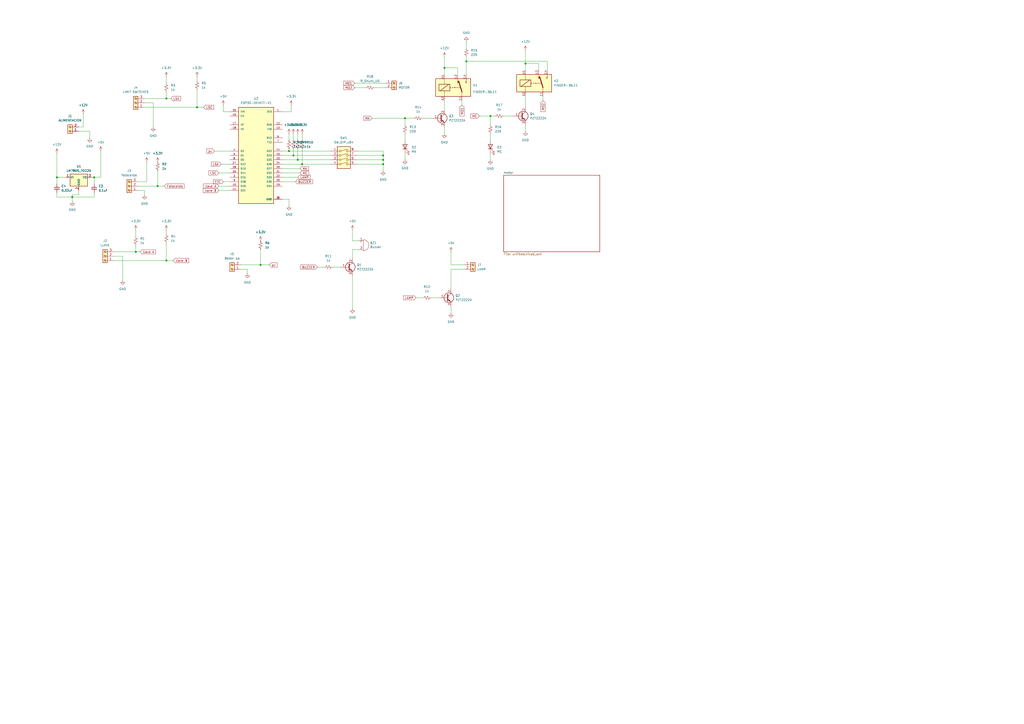
<source format=kicad_sch>
(kicad_sch
	(version 20231120)
	(generator "eeschema")
	(generator_version "8.0")
	(uuid "68c19655-7b86-4aa0-a60a-845517e6ba5f")
	(paper "A2")
	(lib_symbols
		(symbol "Connector:Screw_Terminal_01x02"
			(pin_names
				(offset 1.016) hide)
			(exclude_from_sim no)
			(in_bom yes)
			(on_board yes)
			(property "Reference" "J"
				(at 0 2.54 0)
				(effects
					(font
						(size 1.27 1.27)
					)
				)
			)
			(property "Value" "Screw_Terminal_01x02"
				(at 0 -5.08 0)
				(effects
					(font
						(size 1.27 1.27)
					)
				)
			)
			(property "Footprint" ""
				(at 0 0 0)
				(effects
					(font
						(size 1.27 1.27)
					)
					(hide yes)
				)
			)
			(property "Datasheet" "~"
				(at 0 0 0)
				(effects
					(font
						(size 1.27 1.27)
					)
					(hide yes)
				)
			)
			(property "Description" "Generic screw terminal, single row, 01x02, script generated (kicad-library-utils/schlib/autogen/connector/)"
				(at 0 0 0)
				(effects
					(font
						(size 1.27 1.27)
					)
					(hide yes)
				)
			)
			(property "ki_keywords" "screw terminal"
				(at 0 0 0)
				(effects
					(font
						(size 1.27 1.27)
					)
					(hide yes)
				)
			)
			(property "ki_fp_filters" "TerminalBlock*:*"
				(at 0 0 0)
				(effects
					(font
						(size 1.27 1.27)
					)
					(hide yes)
				)
			)
			(symbol "Screw_Terminal_01x02_1_1"
				(rectangle
					(start -1.27 1.27)
					(end 1.27 -3.81)
					(stroke
						(width 0.254)
						(type default)
					)
					(fill
						(type background)
					)
				)
				(circle
					(center 0 -2.54)
					(radius 0.635)
					(stroke
						(width 0.1524)
						(type default)
					)
					(fill
						(type none)
					)
				)
				(polyline
					(pts
						(xy -0.5334 -2.2098) (xy 0.3302 -3.048)
					)
					(stroke
						(width 0.1524)
						(type default)
					)
					(fill
						(type none)
					)
				)
				(polyline
					(pts
						(xy -0.5334 0.3302) (xy 0.3302 -0.508)
					)
					(stroke
						(width 0.1524)
						(type default)
					)
					(fill
						(type none)
					)
				)
				(polyline
					(pts
						(xy -0.3556 -2.032) (xy 0.508 -2.8702)
					)
					(stroke
						(width 0.1524)
						(type default)
					)
					(fill
						(type none)
					)
				)
				(polyline
					(pts
						(xy -0.3556 0.508) (xy 0.508 -0.3302)
					)
					(stroke
						(width 0.1524)
						(type default)
					)
					(fill
						(type none)
					)
				)
				(circle
					(center 0 0)
					(radius 0.635)
					(stroke
						(width 0.1524)
						(type default)
					)
					(fill
						(type none)
					)
				)
				(pin passive line
					(at -5.08 0 0)
					(length 3.81)
					(name "Pin_1"
						(effects
							(font
								(size 1.27 1.27)
							)
						)
					)
					(number "1"
						(effects
							(font
								(size 1.27 1.27)
							)
						)
					)
				)
				(pin passive line
					(at -5.08 -2.54 0)
					(length 3.81)
					(name "Pin_2"
						(effects
							(font
								(size 1.27 1.27)
							)
						)
					)
					(number "2"
						(effects
							(font
								(size 1.27 1.27)
							)
						)
					)
				)
			)
		)
		(symbol "Connector:Screw_Terminal_01x03"
			(pin_names
				(offset 1.016) hide)
			(exclude_from_sim no)
			(in_bom yes)
			(on_board yes)
			(property "Reference" "J"
				(at 0 5.08 0)
				(effects
					(font
						(size 1.27 1.27)
					)
				)
			)
			(property "Value" "Screw_Terminal_01x03"
				(at 0 -5.08 0)
				(effects
					(font
						(size 1.27 1.27)
					)
				)
			)
			(property "Footprint" ""
				(at 0 0 0)
				(effects
					(font
						(size 1.27 1.27)
					)
					(hide yes)
				)
			)
			(property "Datasheet" "~"
				(at 0 0 0)
				(effects
					(font
						(size 1.27 1.27)
					)
					(hide yes)
				)
			)
			(property "Description" "Generic screw terminal, single row, 01x03, script generated (kicad-library-utils/schlib/autogen/connector/)"
				(at 0 0 0)
				(effects
					(font
						(size 1.27 1.27)
					)
					(hide yes)
				)
			)
			(property "ki_keywords" "screw terminal"
				(at 0 0 0)
				(effects
					(font
						(size 1.27 1.27)
					)
					(hide yes)
				)
			)
			(property "ki_fp_filters" "TerminalBlock*:*"
				(at 0 0 0)
				(effects
					(font
						(size 1.27 1.27)
					)
					(hide yes)
				)
			)
			(symbol "Screw_Terminal_01x03_1_1"
				(rectangle
					(start -1.27 3.81)
					(end 1.27 -3.81)
					(stroke
						(width 0.254)
						(type default)
					)
					(fill
						(type background)
					)
				)
				(circle
					(center 0 -2.54)
					(radius 0.635)
					(stroke
						(width 0.1524)
						(type default)
					)
					(fill
						(type none)
					)
				)
				(polyline
					(pts
						(xy -0.5334 -2.2098) (xy 0.3302 -3.048)
					)
					(stroke
						(width 0.1524)
						(type default)
					)
					(fill
						(type none)
					)
				)
				(polyline
					(pts
						(xy -0.5334 0.3302) (xy 0.3302 -0.508)
					)
					(stroke
						(width 0.1524)
						(type default)
					)
					(fill
						(type none)
					)
				)
				(polyline
					(pts
						(xy -0.5334 2.8702) (xy 0.3302 2.032)
					)
					(stroke
						(width 0.1524)
						(type default)
					)
					(fill
						(type none)
					)
				)
				(polyline
					(pts
						(xy -0.3556 -2.032) (xy 0.508 -2.8702)
					)
					(stroke
						(width 0.1524)
						(type default)
					)
					(fill
						(type none)
					)
				)
				(polyline
					(pts
						(xy -0.3556 0.508) (xy 0.508 -0.3302)
					)
					(stroke
						(width 0.1524)
						(type default)
					)
					(fill
						(type none)
					)
				)
				(polyline
					(pts
						(xy -0.3556 3.048) (xy 0.508 2.2098)
					)
					(stroke
						(width 0.1524)
						(type default)
					)
					(fill
						(type none)
					)
				)
				(circle
					(center 0 0)
					(radius 0.635)
					(stroke
						(width 0.1524)
						(type default)
					)
					(fill
						(type none)
					)
				)
				(circle
					(center 0 2.54)
					(radius 0.635)
					(stroke
						(width 0.1524)
						(type default)
					)
					(fill
						(type none)
					)
				)
				(pin passive line
					(at -5.08 2.54 0)
					(length 3.81)
					(name "Pin_1"
						(effects
							(font
								(size 1.27 1.27)
							)
						)
					)
					(number "1"
						(effects
							(font
								(size 1.27 1.27)
							)
						)
					)
				)
				(pin passive line
					(at -5.08 0 0)
					(length 3.81)
					(name "Pin_2"
						(effects
							(font
								(size 1.27 1.27)
							)
						)
					)
					(number "2"
						(effects
							(font
								(size 1.27 1.27)
							)
						)
					)
				)
				(pin passive line
					(at -5.08 -2.54 0)
					(length 3.81)
					(name "Pin_3"
						(effects
							(font
								(size 1.27 1.27)
							)
						)
					)
					(number "3"
						(effects
							(font
								(size 1.27 1.27)
							)
						)
					)
				)
			)
		)
		(symbol "Device:Buzzer"
			(pin_names
				(offset 0.0254) hide)
			(exclude_from_sim no)
			(in_bom yes)
			(on_board yes)
			(property "Reference" "BZ"
				(at 3.81 1.27 0)
				(effects
					(font
						(size 1.27 1.27)
					)
					(justify left)
				)
			)
			(property "Value" "Buzzer"
				(at 3.81 -1.27 0)
				(effects
					(font
						(size 1.27 1.27)
					)
					(justify left)
				)
			)
			(property "Footprint" ""
				(at -0.635 2.54 90)
				(effects
					(font
						(size 1.27 1.27)
					)
					(hide yes)
				)
			)
			(property "Datasheet" "~"
				(at -0.635 2.54 90)
				(effects
					(font
						(size 1.27 1.27)
					)
					(hide yes)
				)
			)
			(property "Description" "Buzzer, polarized"
				(at 0 0 0)
				(effects
					(font
						(size 1.27 1.27)
					)
					(hide yes)
				)
			)
			(property "ki_keywords" "quartz resonator ceramic"
				(at 0 0 0)
				(effects
					(font
						(size 1.27 1.27)
					)
					(hide yes)
				)
			)
			(property "ki_fp_filters" "*Buzzer*"
				(at 0 0 0)
				(effects
					(font
						(size 1.27 1.27)
					)
					(hide yes)
				)
			)
			(symbol "Buzzer_0_1"
				(arc
					(start 0 -3.175)
					(mid 3.1612 0)
					(end 0 3.175)
					(stroke
						(width 0)
						(type default)
					)
					(fill
						(type none)
					)
				)
				(polyline
					(pts
						(xy -1.651 1.905) (xy -1.143 1.905)
					)
					(stroke
						(width 0)
						(type default)
					)
					(fill
						(type none)
					)
				)
				(polyline
					(pts
						(xy -1.397 2.159) (xy -1.397 1.651)
					)
					(stroke
						(width 0)
						(type default)
					)
					(fill
						(type none)
					)
				)
				(polyline
					(pts
						(xy 0 3.175) (xy 0 -3.175)
					)
					(stroke
						(width 0)
						(type default)
					)
					(fill
						(type none)
					)
				)
			)
			(symbol "Buzzer_1_1"
				(pin passive line
					(at -2.54 2.54 0)
					(length 2.54)
					(name "+"
						(effects
							(font
								(size 1.27 1.27)
							)
						)
					)
					(number "1"
						(effects
							(font
								(size 1.27 1.27)
							)
						)
					)
				)
				(pin passive line
					(at -2.54 -2.54 0)
					(length 2.54)
					(name "-"
						(effects
							(font
								(size 1.27 1.27)
							)
						)
					)
					(number "2"
						(effects
							(font
								(size 1.27 1.27)
							)
						)
					)
				)
			)
		)
		(symbol "Device:C_Small"
			(pin_numbers hide)
			(pin_names
				(offset 0.254) hide)
			(exclude_from_sim no)
			(in_bom yes)
			(on_board yes)
			(property "Reference" "C"
				(at 0.254 1.778 0)
				(effects
					(font
						(size 1.27 1.27)
					)
					(justify left)
				)
			)
			(property "Value" "C_Small"
				(at 0.254 -2.032 0)
				(effects
					(font
						(size 1.27 1.27)
					)
					(justify left)
				)
			)
			(property "Footprint" ""
				(at 0 0 0)
				(effects
					(font
						(size 1.27 1.27)
					)
					(hide yes)
				)
			)
			(property "Datasheet" "~"
				(at 0 0 0)
				(effects
					(font
						(size 1.27 1.27)
					)
					(hide yes)
				)
			)
			(property "Description" "Unpolarized capacitor, small symbol"
				(at 0 0 0)
				(effects
					(font
						(size 1.27 1.27)
					)
					(hide yes)
				)
			)
			(property "ki_keywords" "capacitor cap"
				(at 0 0 0)
				(effects
					(font
						(size 1.27 1.27)
					)
					(hide yes)
				)
			)
			(property "ki_fp_filters" "C_*"
				(at 0 0 0)
				(effects
					(font
						(size 1.27 1.27)
					)
					(hide yes)
				)
			)
			(symbol "C_Small_0_1"
				(polyline
					(pts
						(xy -1.524 -0.508) (xy 1.524 -0.508)
					)
					(stroke
						(width 0.3302)
						(type default)
					)
					(fill
						(type none)
					)
				)
				(polyline
					(pts
						(xy -1.524 0.508) (xy 1.524 0.508)
					)
					(stroke
						(width 0.3048)
						(type default)
					)
					(fill
						(type none)
					)
				)
			)
			(symbol "C_Small_1_1"
				(pin passive line
					(at 0 2.54 270)
					(length 2.032)
					(name "~"
						(effects
							(font
								(size 1.27 1.27)
							)
						)
					)
					(number "1"
						(effects
							(font
								(size 1.27 1.27)
							)
						)
					)
				)
				(pin passive line
					(at 0 -2.54 90)
					(length 2.032)
					(name "~"
						(effects
							(font
								(size 1.27 1.27)
							)
						)
					)
					(number "2"
						(effects
							(font
								(size 1.27 1.27)
							)
						)
					)
				)
			)
		)
		(symbol "Device:LED"
			(pin_numbers hide)
			(pin_names
				(offset 1.016) hide)
			(exclude_from_sim no)
			(in_bom yes)
			(on_board yes)
			(property "Reference" "D"
				(at 0 2.54 0)
				(effects
					(font
						(size 1.27 1.27)
					)
				)
			)
			(property "Value" "LED"
				(at 0 -2.54 0)
				(effects
					(font
						(size 1.27 1.27)
					)
				)
			)
			(property "Footprint" ""
				(at 0 0 0)
				(effects
					(font
						(size 1.27 1.27)
					)
					(hide yes)
				)
			)
			(property "Datasheet" "~"
				(at 0 0 0)
				(effects
					(font
						(size 1.27 1.27)
					)
					(hide yes)
				)
			)
			(property "Description" "Light emitting diode"
				(at 0 0 0)
				(effects
					(font
						(size 1.27 1.27)
					)
					(hide yes)
				)
			)
			(property "ki_keywords" "LED diode"
				(at 0 0 0)
				(effects
					(font
						(size 1.27 1.27)
					)
					(hide yes)
				)
			)
			(property "ki_fp_filters" "LED* LED_SMD:* LED_THT:*"
				(at 0 0 0)
				(effects
					(font
						(size 1.27 1.27)
					)
					(hide yes)
				)
			)
			(symbol "LED_0_1"
				(polyline
					(pts
						(xy -1.27 -1.27) (xy -1.27 1.27)
					)
					(stroke
						(width 0.254)
						(type default)
					)
					(fill
						(type none)
					)
				)
				(polyline
					(pts
						(xy -1.27 0) (xy 1.27 0)
					)
					(stroke
						(width 0)
						(type default)
					)
					(fill
						(type none)
					)
				)
				(polyline
					(pts
						(xy 1.27 -1.27) (xy 1.27 1.27) (xy -1.27 0) (xy 1.27 -1.27)
					)
					(stroke
						(width 0.254)
						(type default)
					)
					(fill
						(type none)
					)
				)
				(polyline
					(pts
						(xy -3.048 -0.762) (xy -4.572 -2.286) (xy -3.81 -2.286) (xy -4.572 -2.286) (xy -4.572 -1.524)
					)
					(stroke
						(width 0)
						(type default)
					)
					(fill
						(type none)
					)
				)
				(polyline
					(pts
						(xy -1.778 -0.762) (xy -3.302 -2.286) (xy -2.54 -2.286) (xy -3.302 -2.286) (xy -3.302 -1.524)
					)
					(stroke
						(width 0)
						(type default)
					)
					(fill
						(type none)
					)
				)
			)
			(symbol "LED_1_1"
				(pin passive line
					(at -3.81 0 0)
					(length 2.54)
					(name "K"
						(effects
							(font
								(size 1.27 1.27)
							)
						)
					)
					(number "1"
						(effects
							(font
								(size 1.27 1.27)
							)
						)
					)
				)
				(pin passive line
					(at 3.81 0 180)
					(length 2.54)
					(name "A"
						(effects
							(font
								(size 1.27 1.27)
							)
						)
					)
					(number "2"
						(effects
							(font
								(size 1.27 1.27)
							)
						)
					)
				)
			)
		)
		(symbol "Device:R_Small_US"
			(pin_numbers hide)
			(pin_names
				(offset 0.254) hide)
			(exclude_from_sim no)
			(in_bom yes)
			(on_board yes)
			(property "Reference" "R"
				(at 0.762 0.508 0)
				(effects
					(font
						(size 1.27 1.27)
					)
					(justify left)
				)
			)
			(property "Value" "R_Small_US"
				(at 0.762 -1.016 0)
				(effects
					(font
						(size 1.27 1.27)
					)
					(justify left)
				)
			)
			(property "Footprint" ""
				(at 0 0 0)
				(effects
					(font
						(size 1.27 1.27)
					)
					(hide yes)
				)
			)
			(property "Datasheet" "~"
				(at 0 0 0)
				(effects
					(font
						(size 1.27 1.27)
					)
					(hide yes)
				)
			)
			(property "Description" "Resistor, small US symbol"
				(at 0 0 0)
				(effects
					(font
						(size 1.27 1.27)
					)
					(hide yes)
				)
			)
			(property "ki_keywords" "r resistor"
				(at 0 0 0)
				(effects
					(font
						(size 1.27 1.27)
					)
					(hide yes)
				)
			)
			(property "ki_fp_filters" "R_*"
				(at 0 0 0)
				(effects
					(font
						(size 1.27 1.27)
					)
					(hide yes)
				)
			)
			(symbol "R_Small_US_1_1"
				(polyline
					(pts
						(xy 0 0) (xy 1.016 -0.381) (xy 0 -0.762) (xy -1.016 -1.143) (xy 0 -1.524)
					)
					(stroke
						(width 0)
						(type default)
					)
					(fill
						(type none)
					)
				)
				(polyline
					(pts
						(xy 0 1.524) (xy 1.016 1.143) (xy 0 0.762) (xy -1.016 0.381) (xy 0 0)
					)
					(stroke
						(width 0)
						(type default)
					)
					(fill
						(type none)
					)
				)
				(pin passive line
					(at 0 2.54 270)
					(length 1.016)
					(name "~"
						(effects
							(font
								(size 1.27 1.27)
							)
						)
					)
					(number "1"
						(effects
							(font
								(size 1.27 1.27)
							)
						)
					)
				)
				(pin passive line
					(at 0 -2.54 90)
					(length 1.016)
					(name "~"
						(effects
							(font
								(size 1.27 1.27)
							)
						)
					)
					(number "2"
						(effects
							(font
								(size 1.27 1.27)
							)
						)
					)
				)
			)
		)
		(symbol "ESP32-DEVKIT-V1:ESP32-DEVKIT-V1"
			(pin_names
				(offset 1.016)
			)
			(exclude_from_sim no)
			(in_bom yes)
			(on_board yes)
			(property "Reference" "U"
				(at -10.16 30.48 0)
				(effects
					(font
						(size 1.27 1.27)
					)
					(justify left top)
				)
			)
			(property "Value" "ESP32-DEVKIT-V1"
				(at -10.16 -30.48 0)
				(effects
					(font
						(size 1.27 1.27)
					)
					(justify left bottom)
				)
			)
			(property "Footprint" "ESP32-DEVKIT-V1:MODULE_ESP32_DEVKIT_V1"
				(at 0 0 0)
				(effects
					(font
						(size 1.27 1.27)
					)
					(justify bottom)
					(hide yes)
				)
			)
			(property "Datasheet" ""
				(at 0 0 0)
				(effects
					(font
						(size 1.27 1.27)
					)
					(hide yes)
				)
			)
			(property "Description" ""
				(at 0 0 0)
				(effects
					(font
						(size 1.27 1.27)
					)
					(hide yes)
				)
			)
			(property "MF" "Do it"
				(at 0 0 0)
				(effects
					(font
						(size 1.27 1.27)
					)
					(justify bottom)
					(hide yes)
				)
			)
			(property "MAXIMUM_PACKAGE_HEIGHT" "6.8 mm"
				(at 0 0 0)
				(effects
					(font
						(size 1.27 1.27)
					)
					(justify bottom)
					(hide yes)
				)
			)
			(property "Package" "None"
				(at 0 0 0)
				(effects
					(font
						(size 1.27 1.27)
					)
					(justify bottom)
					(hide yes)
				)
			)
			(property "Price" "None"
				(at 0 0 0)
				(effects
					(font
						(size 1.27 1.27)
					)
					(justify bottom)
					(hide yes)
				)
			)
			(property "Check_prices" "https://www.snapeda.com/parts/ESP32-DEVKIT-V1/Do+it/view-part/?ref=eda"
				(at 0 0 0)
				(effects
					(font
						(size 1.27 1.27)
					)
					(justify bottom)
					(hide yes)
				)
			)
			(property "STANDARD" "Manufacturer Recommendations"
				(at 0 0 0)
				(effects
					(font
						(size 1.27 1.27)
					)
					(justify bottom)
					(hide yes)
				)
			)
			(property "PARTREV" "N/A"
				(at 0 0 0)
				(effects
					(font
						(size 1.27 1.27)
					)
					(justify bottom)
					(hide yes)
				)
			)
			(property "SnapEDA_Link" "https://www.snapeda.com/parts/ESP32-DEVKIT-V1/Do+it/view-part/?ref=snap"
				(at 0 0 0)
				(effects
					(font
						(size 1.27 1.27)
					)
					(justify bottom)
					(hide yes)
				)
			)
			(property "MP" "ESP32-DEVKIT-V1"
				(at 0 0 0)
				(effects
					(font
						(size 1.27 1.27)
					)
					(justify bottom)
					(hide yes)
				)
			)
			(property "Description_1" "\nDual core, Wi-Fi: 2.4 GHz up to 150 Mbits/s,BLE (Bluetooth Low Energy) and legacy Bluetooth, 32 bits, Up to 240 MHz\n"
				(at 0 0 0)
				(effects
					(font
						(size 1.27 1.27)
					)
					(justify bottom)
					(hide yes)
				)
			)
			(property "Availability" "Not in stock"
				(at 0 0 0)
				(effects
					(font
						(size 1.27 1.27)
					)
					(justify bottom)
					(hide yes)
				)
			)
			(property "MANUFACTURER" "DOIT"
				(at 0 0 0)
				(effects
					(font
						(size 1.27 1.27)
					)
					(justify bottom)
					(hide yes)
				)
			)
			(symbol "ESP32-DEVKIT-V1_0_0"
				(rectangle
					(start -10.16 -27.94)
					(end 10.16 27.94)
					(stroke
						(width 0.254)
						(type default)
					)
					(fill
						(type background)
					)
				)
				(pin output line
					(at 15.24 25.4 180)
					(length 5.08)
					(name "3V3"
						(effects
							(font
								(size 1.016 1.016)
							)
						)
					)
					(number "1"
						(effects
							(font
								(size 1.016 1.016)
							)
						)
					)
				)
				(pin bidirectional line
					(at -15.24 -17.78 0)
					(length 5.08)
					(name "D19"
						(effects
							(font
								(size 1.016 1.016)
							)
						)
					)
					(number "10"
						(effects
							(font
								(size 1.016 1.016)
							)
						)
					)
				)
				(pin bidirectional line
					(at -15.24 -20.32 0)
					(length 5.08)
					(name "D21"
						(effects
							(font
								(size 1.016 1.016)
							)
						)
					)
					(number "11"
						(effects
							(font
								(size 1.016 1.016)
							)
						)
					)
				)
				(pin input line
					(at 15.24 17.78 180)
					(length 5.08)
					(name "RX0"
						(effects
							(font
								(size 1.016 1.016)
							)
						)
					)
					(number "12"
						(effects
							(font
								(size 1.016 1.016)
							)
						)
					)
				)
				(pin output line
					(at 15.24 15.24 180)
					(length 5.08)
					(name "TX0"
						(effects
							(font
								(size 1.016 1.016)
							)
						)
					)
					(number "13"
						(effects
							(font
								(size 1.016 1.016)
							)
						)
					)
				)
				(pin bidirectional line
					(at 15.24 2.54 180)
					(length 5.08)
					(name "D22"
						(effects
							(font
								(size 1.016 1.016)
							)
						)
					)
					(number "14"
						(effects
							(font
								(size 1.016 1.016)
							)
						)
					)
				)
				(pin bidirectional line
					(at 15.24 0 180)
					(length 5.08)
					(name "D23"
						(effects
							(font
								(size 1.016 1.016)
							)
						)
					)
					(number "15"
						(effects
							(font
								(size 1.016 1.016)
							)
						)
					)
				)
				(pin input line
					(at -15.24 22.86 0)
					(length 5.08)
					(name "EN"
						(effects
							(font
								(size 1.016 1.016)
							)
						)
					)
					(number "16"
						(effects
							(font
								(size 1.016 1.016)
							)
						)
					)
				)
				(pin bidirectional line
					(at -15.24 17.78 0)
					(length 5.08)
					(name "VP"
						(effects
							(font
								(size 1.016 1.016)
							)
						)
					)
					(number "17"
						(effects
							(font
								(size 1.016 1.016)
							)
						)
					)
				)
				(pin bidirectional line
					(at -15.24 15.24 0)
					(length 5.08)
					(name "VN"
						(effects
							(font
								(size 1.016 1.016)
							)
						)
					)
					(number "18"
						(effects
							(font
								(size 1.016 1.016)
							)
						)
					)
				)
				(pin bidirectional line
					(at 15.24 -17.78 180)
					(length 5.08)
					(name "D34"
						(effects
							(font
								(size 1.016 1.016)
							)
						)
					)
					(number "19"
						(effects
							(font
								(size 1.016 1.016)
							)
						)
					)
				)
				(pin power_in line
					(at 15.24 -25.4 180)
					(length 5.08)
					(name "GND"
						(effects
							(font
								(size 1.016 1.016)
							)
						)
					)
					(number "2"
						(effects
							(font
								(size 1.016 1.016)
							)
						)
					)
				)
				(pin bidirectional line
					(at 15.24 -15.24 180)
					(length 5.08)
					(name "D35"
						(effects
							(font
								(size 1.016 1.016)
							)
						)
					)
					(number "20"
						(effects
							(font
								(size 1.016 1.016)
							)
						)
					)
				)
				(pin bidirectional line
					(at 15.24 -10.16 180)
					(length 5.08)
					(name "D32"
						(effects
							(font
								(size 1.016 1.016)
							)
						)
					)
					(number "21"
						(effects
							(font
								(size 1.016 1.016)
							)
						)
					)
				)
				(pin bidirectional line
					(at 15.24 -12.7 180)
					(length 5.08)
					(name "D33"
						(effects
							(font
								(size 1.016 1.016)
							)
						)
					)
					(number "22"
						(effects
							(font
								(size 1.016 1.016)
							)
						)
					)
				)
				(pin bidirectional line
					(at 15.24 -2.54 180)
					(length 5.08)
					(name "D25"
						(effects
							(font
								(size 1.016 1.016)
							)
						)
					)
					(number "23"
						(effects
							(font
								(size 1.016 1.016)
							)
						)
					)
				)
				(pin bidirectional line
					(at 15.24 -5.08 180)
					(length 5.08)
					(name "D26"
						(effects
							(font
								(size 1.016 1.016)
							)
						)
					)
					(number "24"
						(effects
							(font
								(size 1.016 1.016)
							)
						)
					)
				)
				(pin bidirectional line
					(at 15.24 -7.62 180)
					(length 5.08)
					(name "D27"
						(effects
							(font
								(size 1.016 1.016)
							)
						)
					)
					(number "25"
						(effects
							(font
								(size 1.016 1.016)
							)
						)
					)
				)
				(pin bidirectional line
					(at -15.24 -10.16 0)
					(length 5.08)
					(name "D14"
						(effects
							(font
								(size 1.016 1.016)
							)
						)
					)
					(number "26"
						(effects
							(font
								(size 1.016 1.016)
							)
						)
					)
				)
				(pin bidirectional line
					(at -15.24 -5.08 0)
					(length 5.08)
					(name "D12"
						(effects
							(font
								(size 1.016 1.016)
							)
						)
					)
					(number "27"
						(effects
							(font
								(size 1.016 1.016)
							)
						)
					)
				)
				(pin bidirectional line
					(at -15.24 -7.62 0)
					(length 5.08)
					(name "D13"
						(effects
							(font
								(size 1.016 1.016)
							)
						)
					)
					(number "28"
						(effects
							(font
								(size 1.016 1.016)
							)
						)
					)
				)
				(pin power_in line
					(at 15.24 -25.4 180)
					(length 5.08)
					(name "GND"
						(effects
							(font
								(size 1.016 1.016)
							)
						)
					)
					(number "29"
						(effects
							(font
								(size 1.016 1.016)
							)
						)
					)
				)
				(pin bidirectional line
					(at -15.24 -12.7 0)
					(length 5.08)
					(name "D15"
						(effects
							(font
								(size 1.016 1.016)
							)
						)
					)
					(number "3"
						(effects
							(font
								(size 1.016 1.016)
							)
						)
					)
				)
				(pin input line
					(at -15.24 25.4 0)
					(length 5.08)
					(name "VIN"
						(effects
							(font
								(size 1.016 1.016)
							)
						)
					)
					(number "30"
						(effects
							(font
								(size 1.016 1.016)
							)
						)
					)
				)
				(pin bidirectional line
					(at -15.24 2.54 0)
					(length 5.08)
					(name "D2"
						(effects
							(font
								(size 1.016 1.016)
							)
						)
					)
					(number "4"
						(effects
							(font
								(size 1.016 1.016)
							)
						)
					)
				)
				(pin bidirectional line
					(at -15.24 0 0)
					(length 5.08)
					(name "D4"
						(effects
							(font
								(size 1.016 1.016)
							)
						)
					)
					(number "5"
						(effects
							(font
								(size 1.016 1.016)
							)
						)
					)
				)
				(pin input line
					(at 15.24 10.16 180)
					(length 5.08)
					(name "RX2"
						(effects
							(font
								(size 1.016 1.016)
							)
						)
					)
					(number "6"
						(effects
							(font
								(size 1.016 1.016)
							)
						)
					)
				)
				(pin output line
					(at 15.24 7.62 180)
					(length 5.08)
					(name "TX2"
						(effects
							(font
								(size 1.016 1.016)
							)
						)
					)
					(number "7"
						(effects
							(font
								(size 1.016 1.016)
							)
						)
					)
				)
				(pin bidirectional line
					(at -15.24 -2.54 0)
					(length 5.08)
					(name "D5"
						(effects
							(font
								(size 1.016 1.016)
							)
						)
					)
					(number "8"
						(effects
							(font
								(size 1.016 1.016)
							)
						)
					)
				)
				(pin bidirectional line
					(at -15.24 -15.24 0)
					(length 5.08)
					(name "D18"
						(effects
							(font
								(size 1.016 1.016)
							)
						)
					)
					(number "9"
						(effects
							(font
								(size 1.016 1.016)
							)
						)
					)
				)
			)
		)
		(symbol "Regulator_Linear:LM7805_TO220"
			(pin_names
				(offset 0.254)
			)
			(exclude_from_sim no)
			(in_bom yes)
			(on_board yes)
			(property "Reference" "U"
				(at -3.81 3.175 0)
				(effects
					(font
						(size 1.27 1.27)
					)
				)
			)
			(property "Value" "LM7805_TO220"
				(at 0 3.175 0)
				(effects
					(font
						(size 1.27 1.27)
					)
					(justify left)
				)
			)
			(property "Footprint" "Package_TO_SOT_THT:TO-220-3_Vertical"
				(at 0 5.715 0)
				(effects
					(font
						(size 1.27 1.27)
						(italic yes)
					)
					(hide yes)
				)
			)
			(property "Datasheet" "https://www.onsemi.cn/PowerSolutions/document/MC7800-D.PDF"
				(at 0 -1.27 0)
				(effects
					(font
						(size 1.27 1.27)
					)
					(hide yes)
				)
			)
			(property "Description" "Positive 1A 35V Linear Regulator, Fixed Output 5V, TO-220"
				(at 0 0 0)
				(effects
					(font
						(size 1.27 1.27)
					)
					(hide yes)
				)
			)
			(property "ki_keywords" "Voltage Regulator 1A Positive"
				(at 0 0 0)
				(effects
					(font
						(size 1.27 1.27)
					)
					(hide yes)
				)
			)
			(property "ki_fp_filters" "TO?220*"
				(at 0 0 0)
				(effects
					(font
						(size 1.27 1.27)
					)
					(hide yes)
				)
			)
			(symbol "LM7805_TO220_0_1"
				(rectangle
					(start -5.08 1.905)
					(end 5.08 -5.08)
					(stroke
						(width 0.254)
						(type default)
					)
					(fill
						(type background)
					)
				)
			)
			(symbol "LM7805_TO220_1_1"
				(pin power_in line
					(at -7.62 0 0)
					(length 2.54)
					(name "VI"
						(effects
							(font
								(size 1.27 1.27)
							)
						)
					)
					(number "1"
						(effects
							(font
								(size 1.27 1.27)
							)
						)
					)
				)
				(pin power_in line
					(at 0 -7.62 90)
					(length 2.54)
					(name "GND"
						(effects
							(font
								(size 1.27 1.27)
							)
						)
					)
					(number "2"
						(effects
							(font
								(size 1.27 1.27)
							)
						)
					)
				)
				(pin power_out line
					(at 7.62 0 180)
					(length 2.54)
					(name "VO"
						(effects
							(font
								(size 1.27 1.27)
							)
						)
					)
					(number "3"
						(effects
							(font
								(size 1.27 1.27)
							)
						)
					)
				)
			)
		)
		(symbol "Relay:FINDER-36.11"
			(exclude_from_sim no)
			(in_bom yes)
			(on_board yes)
			(property "Reference" "K"
				(at 11.43 3.81 0)
				(effects
					(font
						(size 1.27 1.27)
					)
					(justify left)
				)
			)
			(property "Value" "FINDER-36.11"
				(at 11.43 1.27 0)
				(effects
					(font
						(size 1.27 1.27)
					)
					(justify left)
				)
			)
			(property "Footprint" "Relay_THT:Relay_SPDT_Finder_36.11"
				(at 32.258 -0.762 0)
				(effects
					(font
						(size 1.27 1.27)
					)
					(hide yes)
				)
			)
			(property "Datasheet" "https://gfinder.findernet.com/public/attachments/36/EN/S36EN.pdf"
				(at 0 0 0)
				(effects
					(font
						(size 1.27 1.27)
					)
					(hide yes)
				)
			)
			(property "Description" "FINDER 36.11, SPDT relay, 10A"
				(at 0 0 0)
				(effects
					(font
						(size 1.27 1.27)
					)
					(hide yes)
				)
			)
			(property "ki_keywords" "spdt relay"
				(at 0 0 0)
				(effects
					(font
						(size 1.27 1.27)
					)
					(hide yes)
				)
			)
			(property "ki_fp_filters" "Relay*SPDT*Finder*36.11*"
				(at 0 0 0)
				(effects
					(font
						(size 1.27 1.27)
					)
					(hide yes)
				)
			)
			(symbol "FINDER-36.11_0_0"
				(polyline
					(pts
						(xy 2.54 3.81) (xy 2.54 5.08)
					)
					(stroke
						(width 0)
						(type default)
					)
					(fill
						(type none)
					)
				)
				(polyline
					(pts
						(xy 7.62 3.81) (xy 7.62 5.08)
					)
					(stroke
						(width 0)
						(type default)
					)
					(fill
						(type none)
					)
				)
				(polyline
					(pts
						(xy 7.62 3.81) (xy 7.62 2.54) (xy 6.985 3.175) (xy 7.62 3.81)
					)
					(stroke
						(width 0)
						(type default)
					)
					(fill
						(type none)
					)
				)
			)
			(symbol "FINDER-36.11_0_1"
				(rectangle
					(start -10.16 5.08)
					(end 10.16 -5.08)
					(stroke
						(width 0.254)
						(type default)
					)
					(fill
						(type background)
					)
				)
				(rectangle
					(start -8.255 1.905)
					(end -1.905 -1.905)
					(stroke
						(width 0.254)
						(type default)
					)
					(fill
						(type none)
					)
				)
				(polyline
					(pts
						(xy -7.62 -1.905) (xy -2.54 1.905)
					)
					(stroke
						(width 0.254)
						(type default)
					)
					(fill
						(type none)
					)
				)
				(polyline
					(pts
						(xy -5.08 -5.08) (xy -5.08 -1.905)
					)
					(stroke
						(width 0)
						(type default)
					)
					(fill
						(type none)
					)
				)
				(polyline
					(pts
						(xy -5.08 5.08) (xy -5.08 1.905)
					)
					(stroke
						(width 0)
						(type default)
					)
					(fill
						(type none)
					)
				)
				(polyline
					(pts
						(xy -1.905 0) (xy -1.27 0)
					)
					(stroke
						(width 0.254)
						(type default)
					)
					(fill
						(type none)
					)
				)
				(polyline
					(pts
						(xy -0.635 0) (xy 0 0)
					)
					(stroke
						(width 0.254)
						(type default)
					)
					(fill
						(type none)
					)
				)
				(polyline
					(pts
						(xy 0.635 0) (xy 1.27 0)
					)
					(stroke
						(width 0.254)
						(type default)
					)
					(fill
						(type none)
					)
				)
				(polyline
					(pts
						(xy 0.635 0) (xy 1.27 0)
					)
					(stroke
						(width 0.254)
						(type default)
					)
					(fill
						(type none)
					)
				)
				(polyline
					(pts
						(xy 1.905 0) (xy 2.54 0)
					)
					(stroke
						(width 0.254)
						(type default)
					)
					(fill
						(type none)
					)
				)
				(polyline
					(pts
						(xy 3.175 0) (xy 3.81 0)
					)
					(stroke
						(width 0.254)
						(type default)
					)
					(fill
						(type none)
					)
				)
				(polyline
					(pts
						(xy 5.08 -2.54) (xy 3.175 3.81)
					)
					(stroke
						(width 0.508)
						(type default)
					)
					(fill
						(type none)
					)
				)
				(polyline
					(pts
						(xy 5.08 -2.54) (xy 5.08 -5.08)
					)
					(stroke
						(width 0)
						(type default)
					)
					(fill
						(type none)
					)
				)
				(polyline
					(pts
						(xy 2.54 2.54) (xy 3.175 3.175) (xy 2.54 3.81)
					)
					(stroke
						(width 0)
						(type default)
					)
					(fill
						(type outline)
					)
				)
			)
			(symbol "FINDER-36.11_1_1"
				(pin passive line
					(at 5.08 -7.62 90)
					(length 2.54)
					(name "~"
						(effects
							(font
								(size 1.27 1.27)
							)
						)
					)
					(number "11"
						(effects
							(font
								(size 1.27 1.27)
							)
						)
					)
				)
				(pin passive line
					(at 2.54 7.62 270)
					(length 2.54)
					(name "~"
						(effects
							(font
								(size 1.27 1.27)
							)
						)
					)
					(number "12"
						(effects
							(font
								(size 1.27 1.27)
							)
						)
					)
				)
				(pin passive line
					(at 7.62 7.62 270)
					(length 2.54)
					(name "~"
						(effects
							(font
								(size 1.27 1.27)
							)
						)
					)
					(number "14"
						(effects
							(font
								(size 1.27 1.27)
							)
						)
					)
				)
				(pin passive line
					(at -5.08 7.62 270)
					(length 2.54)
					(name "~"
						(effects
							(font
								(size 1.27 1.27)
							)
						)
					)
					(number "A1"
						(effects
							(font
								(size 1.27 1.27)
							)
						)
					)
				)
				(pin passive line
					(at -5.08 -7.62 90)
					(length 2.54)
					(name "~"
						(effects
							(font
								(size 1.27 1.27)
							)
						)
					)
					(number "A2"
						(effects
							(font
								(size 1.27 1.27)
							)
						)
					)
				)
			)
		)
		(symbol "Switch:SW_DIP_x04"
			(pin_names
				(offset 0) hide)
			(exclude_from_sim no)
			(in_bom yes)
			(on_board yes)
			(property "Reference" "SW"
				(at 0 8.89 0)
				(effects
					(font
						(size 1.27 1.27)
					)
				)
			)
			(property "Value" "SW_DIP_x04"
				(at 0 -6.35 0)
				(effects
					(font
						(size 1.27 1.27)
					)
				)
			)
			(property "Footprint" ""
				(at 0 0 0)
				(effects
					(font
						(size 1.27 1.27)
					)
					(hide yes)
				)
			)
			(property "Datasheet" "~"
				(at 0 0 0)
				(effects
					(font
						(size 1.27 1.27)
					)
					(hide yes)
				)
			)
			(property "Description" "4x DIP Switch, Single Pole Single Throw (SPST) switch, small symbol"
				(at 0 0 0)
				(effects
					(font
						(size 1.27 1.27)
					)
					(hide yes)
				)
			)
			(property "ki_keywords" "dip switch"
				(at 0 0 0)
				(effects
					(font
						(size 1.27 1.27)
					)
					(hide yes)
				)
			)
			(property "ki_fp_filters" "SW?DIP?x4*"
				(at 0 0 0)
				(effects
					(font
						(size 1.27 1.27)
					)
					(hide yes)
				)
			)
			(symbol "SW_DIP_x04_0_0"
				(circle
					(center -2.032 -2.54)
					(radius 0.508)
					(stroke
						(width 0)
						(type default)
					)
					(fill
						(type none)
					)
				)
				(circle
					(center -2.032 0)
					(radius 0.508)
					(stroke
						(width 0)
						(type default)
					)
					(fill
						(type none)
					)
				)
				(circle
					(center -2.032 2.54)
					(radius 0.508)
					(stroke
						(width 0)
						(type default)
					)
					(fill
						(type none)
					)
				)
				(circle
					(center -2.032 5.08)
					(radius 0.508)
					(stroke
						(width 0)
						(type default)
					)
					(fill
						(type none)
					)
				)
				(polyline
					(pts
						(xy -1.524 -2.3876) (xy 2.3622 -1.3462)
					)
					(stroke
						(width 0)
						(type default)
					)
					(fill
						(type none)
					)
				)
				(polyline
					(pts
						(xy -1.524 0.127) (xy 2.3622 1.1684)
					)
					(stroke
						(width 0)
						(type default)
					)
					(fill
						(type none)
					)
				)
				(polyline
					(pts
						(xy -1.524 2.667) (xy 2.3622 3.7084)
					)
					(stroke
						(width 0)
						(type default)
					)
					(fill
						(type none)
					)
				)
				(polyline
					(pts
						(xy -1.524 5.207) (xy 2.3622 6.2484)
					)
					(stroke
						(width 0)
						(type default)
					)
					(fill
						(type none)
					)
				)
				(circle
					(center 2.032 -2.54)
					(radius 0.508)
					(stroke
						(width 0)
						(type default)
					)
					(fill
						(type none)
					)
				)
				(circle
					(center 2.032 0)
					(radius 0.508)
					(stroke
						(width 0)
						(type default)
					)
					(fill
						(type none)
					)
				)
				(circle
					(center 2.032 2.54)
					(radius 0.508)
					(stroke
						(width 0)
						(type default)
					)
					(fill
						(type none)
					)
				)
				(circle
					(center 2.032 5.08)
					(radius 0.508)
					(stroke
						(width 0)
						(type default)
					)
					(fill
						(type none)
					)
				)
			)
			(symbol "SW_DIP_x04_0_1"
				(rectangle
					(start -3.81 7.62)
					(end 3.81 -5.08)
					(stroke
						(width 0.254)
						(type default)
					)
					(fill
						(type background)
					)
				)
			)
			(symbol "SW_DIP_x04_1_1"
				(pin passive line
					(at -7.62 5.08 0)
					(length 5.08)
					(name "~"
						(effects
							(font
								(size 1.27 1.27)
							)
						)
					)
					(number "1"
						(effects
							(font
								(size 1.27 1.27)
							)
						)
					)
				)
				(pin passive line
					(at -7.62 2.54 0)
					(length 5.08)
					(name "~"
						(effects
							(font
								(size 1.27 1.27)
							)
						)
					)
					(number "2"
						(effects
							(font
								(size 1.27 1.27)
							)
						)
					)
				)
				(pin passive line
					(at -7.62 0 0)
					(length 5.08)
					(name "~"
						(effects
							(font
								(size 1.27 1.27)
							)
						)
					)
					(number "3"
						(effects
							(font
								(size 1.27 1.27)
							)
						)
					)
				)
				(pin passive line
					(at -7.62 -2.54 0)
					(length 5.08)
					(name "~"
						(effects
							(font
								(size 1.27 1.27)
							)
						)
					)
					(number "4"
						(effects
							(font
								(size 1.27 1.27)
							)
						)
					)
				)
				(pin passive line
					(at 7.62 -2.54 180)
					(length 5.08)
					(name "~"
						(effects
							(font
								(size 1.27 1.27)
							)
						)
					)
					(number "5"
						(effects
							(font
								(size 1.27 1.27)
							)
						)
					)
				)
				(pin passive line
					(at 7.62 0 180)
					(length 5.08)
					(name "~"
						(effects
							(font
								(size 1.27 1.27)
							)
						)
					)
					(number "6"
						(effects
							(font
								(size 1.27 1.27)
							)
						)
					)
				)
				(pin passive line
					(at 7.62 2.54 180)
					(length 5.08)
					(name "~"
						(effects
							(font
								(size 1.27 1.27)
							)
						)
					)
					(number "7"
						(effects
							(font
								(size 1.27 1.27)
							)
						)
					)
				)
				(pin passive line
					(at 7.62 5.08 180)
					(length 5.08)
					(name "~"
						(effects
							(font
								(size 1.27 1.27)
							)
						)
					)
					(number "8"
						(effects
							(font
								(size 1.27 1.27)
							)
						)
					)
				)
			)
		)
		(symbol "Transistor_BJT:PZT2222A"
			(pin_names
				(offset 0) hide)
			(exclude_from_sim no)
			(in_bom yes)
			(on_board yes)
			(property "Reference" "Q"
				(at 5.08 1.905 0)
				(effects
					(font
						(size 1.27 1.27)
					)
					(justify left)
				)
			)
			(property "Value" "PZT2222A"
				(at 5.08 0 0)
				(effects
					(font
						(size 1.27 1.27)
					)
					(justify left)
				)
			)
			(property "Footprint" "Package_TO_SOT_SMD:SOT-223-3_TabPin2"
				(at 5.08 -1.905 0)
				(effects
					(font
						(size 1.27 1.27)
						(italic yes)
					)
					(justify left)
					(hide yes)
				)
			)
			(property "Datasheet" "https://www.onsemi.com/pub/Collateral/PN2222-D.PDF"
				(at 0 0 0)
				(effects
					(font
						(size 1.27 1.27)
					)
					(justify left)
					(hide yes)
				)
			)
			(property "Description" "1A Ic, 40V Vce, NPN Transistor, General Purpose Transistor, SOT-223"
				(at 0 0 0)
				(effects
					(font
						(size 1.27 1.27)
					)
					(hide yes)
				)
			)
			(property "ki_keywords" "NPN General Puprose Transistor SMD"
				(at 0 0 0)
				(effects
					(font
						(size 1.27 1.27)
					)
					(hide yes)
				)
			)
			(property "ki_fp_filters" "SOT?223*"
				(at 0 0 0)
				(effects
					(font
						(size 1.27 1.27)
					)
					(hide yes)
				)
			)
			(symbol "PZT2222A_0_1"
				(polyline
					(pts
						(xy 0 0) (xy 0.635 0)
					)
					(stroke
						(width 0)
						(type default)
					)
					(fill
						(type none)
					)
				)
				(polyline
					(pts
						(xy 2.54 -2.54) (xy 0.635 -0.635)
					)
					(stroke
						(width 0)
						(type default)
					)
					(fill
						(type none)
					)
				)
				(polyline
					(pts
						(xy 2.54 2.54) (xy 0.635 0.635)
					)
					(stroke
						(width 0)
						(type default)
					)
					(fill
						(type none)
					)
				)
				(polyline
					(pts
						(xy 0.635 1.905) (xy 0.635 -1.905) (xy 0.635 -1.905)
					)
					(stroke
						(width 0.508)
						(type default)
					)
					(fill
						(type none)
					)
				)
				(polyline
					(pts
						(xy 2.286 -2.286) (xy 1.778 -1.778) (xy 1.778 -1.778)
					)
					(stroke
						(width 0)
						(type default)
					)
					(fill
						(type none)
					)
				)
				(polyline
					(pts
						(xy 1.143 -1.651) (xy 1.651 -1.143) (xy 2.159 -2.159) (xy 1.143 -1.651) (xy 1.143 -1.651)
					)
					(stroke
						(width 0)
						(type default)
					)
					(fill
						(type outline)
					)
				)
				(circle
					(center 1.27 0)
					(radius 2.8194)
					(stroke
						(width 0.254)
						(type default)
					)
					(fill
						(type none)
					)
				)
			)
			(symbol "PZT2222A_1_1"
				(pin input line
					(at -5.08 0 0)
					(length 5.08)
					(name "B"
						(effects
							(font
								(size 1.27 1.27)
							)
						)
					)
					(number "1"
						(effects
							(font
								(size 1.27 1.27)
							)
						)
					)
				)
				(pin passive line
					(at 2.54 5.08 270)
					(length 2.54)
					(name "C"
						(effects
							(font
								(size 1.27 1.27)
							)
						)
					)
					(number "2"
						(effects
							(font
								(size 1.27 1.27)
							)
						)
					)
				)
				(pin passive line
					(at 2.54 -5.08 90)
					(length 2.54)
					(name "E"
						(effects
							(font
								(size 1.27 1.27)
							)
						)
					)
					(number "3"
						(effects
							(font
								(size 1.27 1.27)
							)
						)
					)
				)
			)
		)
		(symbol "power:+12V"
			(power)
			(pin_numbers hide)
			(pin_names
				(offset 0) hide)
			(exclude_from_sim no)
			(in_bom yes)
			(on_board yes)
			(property "Reference" "#PWR"
				(at 0 -3.81 0)
				(effects
					(font
						(size 1.27 1.27)
					)
					(hide yes)
				)
			)
			(property "Value" "+12V"
				(at 0 3.556 0)
				(effects
					(font
						(size 1.27 1.27)
					)
				)
			)
			(property "Footprint" ""
				(at 0 0 0)
				(effects
					(font
						(size 1.27 1.27)
					)
					(hide yes)
				)
			)
			(property "Datasheet" ""
				(at 0 0 0)
				(effects
					(font
						(size 1.27 1.27)
					)
					(hide yes)
				)
			)
			(property "Description" "Power symbol creates a global label with name \"+12V\""
				(at 0 0 0)
				(effects
					(font
						(size 1.27 1.27)
					)
					(hide yes)
				)
			)
			(property "ki_keywords" "global power"
				(at 0 0 0)
				(effects
					(font
						(size 1.27 1.27)
					)
					(hide yes)
				)
			)
			(symbol "+12V_0_1"
				(polyline
					(pts
						(xy -0.762 1.27) (xy 0 2.54)
					)
					(stroke
						(width 0)
						(type default)
					)
					(fill
						(type none)
					)
				)
				(polyline
					(pts
						(xy 0 0) (xy 0 2.54)
					)
					(stroke
						(width 0)
						(type default)
					)
					(fill
						(type none)
					)
				)
				(polyline
					(pts
						(xy 0 2.54) (xy 0.762 1.27)
					)
					(stroke
						(width 0)
						(type default)
					)
					(fill
						(type none)
					)
				)
			)
			(symbol "+12V_1_1"
				(pin power_in line
					(at 0 0 90)
					(length 0)
					(name "~"
						(effects
							(font
								(size 1.27 1.27)
							)
						)
					)
					(number "1"
						(effects
							(font
								(size 1.27 1.27)
							)
						)
					)
				)
			)
		)
		(symbol "power:+3.3V"
			(power)
			(pin_numbers hide)
			(pin_names
				(offset 0) hide)
			(exclude_from_sim no)
			(in_bom yes)
			(on_board yes)
			(property "Reference" "#PWR"
				(at 0 -3.81 0)
				(effects
					(font
						(size 1.27 1.27)
					)
					(hide yes)
				)
			)
			(property "Value" "+3.3V"
				(at 0 3.556 0)
				(effects
					(font
						(size 1.27 1.27)
					)
				)
			)
			(property "Footprint" ""
				(at 0 0 0)
				(effects
					(font
						(size 1.27 1.27)
					)
					(hide yes)
				)
			)
			(property "Datasheet" ""
				(at 0 0 0)
				(effects
					(font
						(size 1.27 1.27)
					)
					(hide yes)
				)
			)
			(property "Description" "Power symbol creates a global label with name \"+3.3V\""
				(at 0 0 0)
				(effects
					(font
						(size 1.27 1.27)
					)
					(hide yes)
				)
			)
			(property "ki_keywords" "global power"
				(at 0 0 0)
				(effects
					(font
						(size 1.27 1.27)
					)
					(hide yes)
				)
			)
			(symbol "+3.3V_0_1"
				(polyline
					(pts
						(xy -0.762 1.27) (xy 0 2.54)
					)
					(stroke
						(width 0)
						(type default)
					)
					(fill
						(type none)
					)
				)
				(polyline
					(pts
						(xy 0 0) (xy 0 2.54)
					)
					(stroke
						(width 0)
						(type default)
					)
					(fill
						(type none)
					)
				)
				(polyline
					(pts
						(xy 0 2.54) (xy 0.762 1.27)
					)
					(stroke
						(width 0)
						(type default)
					)
					(fill
						(type none)
					)
				)
			)
			(symbol "+3.3V_1_1"
				(pin power_in line
					(at 0 0 90)
					(length 0)
					(name "~"
						(effects
							(font
								(size 1.27 1.27)
							)
						)
					)
					(number "1"
						(effects
							(font
								(size 1.27 1.27)
							)
						)
					)
				)
			)
		)
		(symbol "power:+5V"
			(power)
			(pin_numbers hide)
			(pin_names
				(offset 0) hide)
			(exclude_from_sim no)
			(in_bom yes)
			(on_board yes)
			(property "Reference" "#PWR"
				(at 0 -3.81 0)
				(effects
					(font
						(size 1.27 1.27)
					)
					(hide yes)
				)
			)
			(property "Value" "+5V"
				(at 0 3.556 0)
				(effects
					(font
						(size 1.27 1.27)
					)
				)
			)
			(property "Footprint" ""
				(at 0 0 0)
				(effects
					(font
						(size 1.27 1.27)
					)
					(hide yes)
				)
			)
			(property "Datasheet" ""
				(at 0 0 0)
				(effects
					(font
						(size 1.27 1.27)
					)
					(hide yes)
				)
			)
			(property "Description" "Power symbol creates a global label with name \"+5V\""
				(at 0 0 0)
				(effects
					(font
						(size 1.27 1.27)
					)
					(hide yes)
				)
			)
			(property "ki_keywords" "global power"
				(at 0 0 0)
				(effects
					(font
						(size 1.27 1.27)
					)
					(hide yes)
				)
			)
			(symbol "+5V_0_1"
				(polyline
					(pts
						(xy -0.762 1.27) (xy 0 2.54)
					)
					(stroke
						(width 0)
						(type default)
					)
					(fill
						(type none)
					)
				)
				(polyline
					(pts
						(xy 0 0) (xy 0 2.54)
					)
					(stroke
						(width 0)
						(type default)
					)
					(fill
						(type none)
					)
				)
				(polyline
					(pts
						(xy 0 2.54) (xy 0.762 1.27)
					)
					(stroke
						(width 0)
						(type default)
					)
					(fill
						(type none)
					)
				)
			)
			(symbol "+5V_1_1"
				(pin power_in line
					(at 0 0 90)
					(length 0)
					(name "~"
						(effects
							(font
								(size 1.27 1.27)
							)
						)
					)
					(number "1"
						(effects
							(font
								(size 1.27 1.27)
							)
						)
					)
				)
			)
		)
		(symbol "power:GND"
			(power)
			(pin_numbers hide)
			(pin_names
				(offset 0) hide)
			(exclude_from_sim no)
			(in_bom yes)
			(on_board yes)
			(property "Reference" "#PWR"
				(at 0 -6.35 0)
				(effects
					(font
						(size 1.27 1.27)
					)
					(hide yes)
				)
			)
			(property "Value" "GND"
				(at 0 -3.81 0)
				(effects
					(font
						(size 1.27 1.27)
					)
				)
			)
			(property "Footprint" ""
				(at 0 0 0)
				(effects
					(font
						(size 1.27 1.27)
					)
					(hide yes)
				)
			)
			(property "Datasheet" ""
				(at 0 0 0)
				(effects
					(font
						(size 1.27 1.27)
					)
					(hide yes)
				)
			)
			(property "Description" "Power symbol creates a global label with name \"GND\" , ground"
				(at 0 0 0)
				(effects
					(font
						(size 1.27 1.27)
					)
					(hide yes)
				)
			)
			(property "ki_keywords" "global power"
				(at 0 0 0)
				(effects
					(font
						(size 1.27 1.27)
					)
					(hide yes)
				)
			)
			(symbol "GND_0_1"
				(polyline
					(pts
						(xy 0 0) (xy 0 -1.27) (xy 1.27 -1.27) (xy 0 -2.54) (xy -1.27 -1.27) (xy 0 -1.27)
					)
					(stroke
						(width 0)
						(type default)
					)
					(fill
						(type none)
					)
				)
			)
			(symbol "GND_1_1"
				(pin power_in line
					(at 0 0 270)
					(length 0)
					(name "~"
						(effects
							(font
								(size 1.27 1.27)
							)
						)
					)
					(number "1"
						(effects
							(font
								(size 1.27 1.27)
							)
						)
					)
				)
			)
		)
	)
	(junction
		(at 96.52 151.13)
		(diameter 0)
		(color 0 0 0 0)
		(uuid "0b019d1f-a93c-4a95-aac2-2b17ebd3ef06")
	)
	(junction
		(at 172.72 92.71)
		(diameter 0)
		(color 0 0 0 0)
		(uuid "1245c9a5-e138-4185-97e8-d85710913ef5")
	)
	(junction
		(at 41.91 114.3)
		(diameter 0)
		(color 0 0 0 0)
		(uuid "25e98493-235f-4077-b5ca-37315fd42070")
	)
	(junction
		(at 222.25 92.71)
		(diameter 0)
		(color 0 0 0 0)
		(uuid "3afb3e5c-d5a1-46c9-8d57-8e8524c253b3")
	)
	(junction
		(at 222.25 90.17)
		(diameter 0)
		(color 0 0 0 0)
		(uuid "452baa65-b27e-4bc6-91f1-48eb506d551c")
	)
	(junction
		(at 114.3 62.23)
		(diameter 0)
		(color 0 0 0 0)
		(uuid "465daed3-7a7e-48ef-80e4-d1b9536a01b7")
	)
	(junction
		(at 33.02 102.87)
		(diameter 0)
		(color 0 0 0 0)
		(uuid "4b142f26-ef9e-4b2a-bf03-bc0a9f429767")
	)
	(junction
		(at 151.13 153.67)
		(diameter 0)
		(color 0 0 0 0)
		(uuid "6c9c504c-7758-4cee-88f2-09d0beace169")
	)
	(junction
		(at 234.95 68.58)
		(diameter 0)
		(color 0 0 0 0)
		(uuid "8466ad82-efd7-4904-941a-17c3a18449e6")
	)
	(junction
		(at 91.44 107.95)
		(diameter 0)
		(color 0 0 0 0)
		(uuid "9a5f4243-fa9e-494c-aa6d-8e521c056a0d")
	)
	(junction
		(at 167.64 87.63)
		(diameter 0)
		(color 0 0 0 0)
		(uuid "aa966078-3651-4be1-9e08-92bf301ff207")
	)
	(junction
		(at 222.25 95.25)
		(diameter 0)
		(color 0 0 0 0)
		(uuid "b6e4d0d5-5925-44e1-8a75-357fa7e24350")
	)
	(junction
		(at 304.8 36.83)
		(diameter 0)
		(color 0 0 0 0)
		(uuid "bd06fce4-a98d-454f-898a-1b4916831807")
	)
	(junction
		(at 54.61 102.87)
		(diameter 0)
		(color 0 0 0 0)
		(uuid "bdec6f1d-b971-44e6-8c4b-7b60956b1f62")
	)
	(junction
		(at 78.74 146.05)
		(diameter 0)
		(color 0 0 0 0)
		(uuid "cef57c9c-f816-4f14-b2f7-bb8f1ba1c98f")
	)
	(junction
		(at 170.18 90.17)
		(diameter 0)
		(color 0 0 0 0)
		(uuid "da939012-9060-4e3d-b338-d98dc217c016")
	)
	(junction
		(at 175.26 95.25)
		(diameter 0)
		(color 0 0 0 0)
		(uuid "dd6089fc-31a9-4dc0-a40a-ee642fa7ee5d")
	)
	(junction
		(at 270.51 35.56)
		(diameter 0)
		(color 0 0 0 0)
		(uuid "e1693190-2192-498b-9c2a-c1319b4975cb")
	)
	(junction
		(at 96.52 57.15)
		(diameter 0)
		(color 0 0 0 0)
		(uuid "e1ad0f91-8e4e-4c3b-8d23-113cd2d7bab9")
	)
	(junction
		(at 284.48 67.31)
		(diameter 0)
		(color 0 0 0 0)
		(uuid "e40be78d-f16e-416a-ac52-3ec2ac216436")
	)
	(junction
		(at 257.81 39.37)
		(diameter 0)
		(color 0 0 0 0)
		(uuid "ee64b15b-4811-4193-b18e-005ac31826df")
	)
	(wire
		(pts
			(xy 204.47 144.78) (xy 208.28 144.78)
		)
		(stroke
			(width 0)
			(type default)
		)
		(uuid "000b8268-e902-4283-9ca1-3e0b7704fb4d")
	)
	(wire
		(pts
			(xy 267.97 58.42) (xy 267.97 60.96)
		)
		(stroke
			(width 0)
			(type default)
		)
		(uuid "06a3c22b-3ce5-4df1-a98a-b34633681c57")
	)
	(wire
		(pts
			(xy 71.12 148.59) (xy 71.12 162.56)
		)
		(stroke
			(width 0)
			(type default)
		)
		(uuid "08bfad68-4c8f-4506-a4aa-b0f33f301357")
	)
	(wire
		(pts
			(xy 85.09 93.98) (xy 85.09 105.41)
		)
		(stroke
			(width 0)
			(type default)
		)
		(uuid "0b74bdc5-bfa6-41db-978e-76f5243af626")
	)
	(wire
		(pts
			(xy 215.9 68.58) (xy 234.95 68.58)
		)
		(stroke
			(width 0)
			(type default)
		)
		(uuid "0e8523c8-1793-42bb-9b54-4e474f919d80")
	)
	(wire
		(pts
			(xy 261.62 153.67) (xy 269.24 153.67)
		)
		(stroke
			(width 0)
			(type default)
		)
		(uuid "1096dd7e-7338-44c5-a984-2ac770322a6a")
	)
	(wire
		(pts
			(xy 170.18 86.36) (xy 170.18 90.17)
		)
		(stroke
			(width 0)
			(type default)
		)
		(uuid "10decdc3-5915-4e8e-a1f1-b30e00d82ef1")
	)
	(wire
		(pts
			(xy 167.64 115.57) (xy 167.64 119.38)
		)
		(stroke
			(width 0)
			(type default)
		)
		(uuid "111c1d89-1931-405d-8a21-45347c23f9dc")
	)
	(wire
		(pts
			(xy 96.52 57.15) (xy 99.06 57.15)
		)
		(stroke
			(width 0)
			(type default)
		)
		(uuid "1348320e-bada-4455-91b6-c1ed0079e950")
	)
	(wire
		(pts
			(xy 163.83 90.17) (xy 170.18 90.17)
		)
		(stroke
			(width 0)
			(type default)
		)
		(uuid "144a4bd8-0124-47a1-be8b-be61e4484fc0")
	)
	(wire
		(pts
			(xy 270.51 35.56) (xy 270.51 43.18)
		)
		(stroke
			(width 0)
			(type default)
		)
		(uuid "178d2fe9-9e2c-4652-a3a3-70b65a319996")
	)
	(wire
		(pts
			(xy 41.91 114.3) (xy 41.91 116.84)
		)
		(stroke
			(width 0)
			(type default)
		)
		(uuid "1961b406-c905-4a31-b926-6a1ebddf05cf")
	)
	(wire
		(pts
			(xy 234.95 68.58) (xy 234.95 72.39)
		)
		(stroke
			(width 0)
			(type default)
		)
		(uuid "1a89d824-620e-4289-908d-17a9fc9c06ef")
	)
	(wire
		(pts
			(xy 66.04 146.05) (xy 78.74 146.05)
		)
		(stroke
			(width 0)
			(type default)
		)
		(uuid "1e1b3aa8-18d6-40c2-b1a3-1364219fa13e")
	)
	(wire
		(pts
			(xy 45.72 76.2) (xy 52.07 76.2)
		)
		(stroke
			(width 0)
			(type default)
		)
		(uuid "1fcc1a4e-9029-4f5b-a203-c7e1fb27b7fb")
	)
	(wire
		(pts
			(xy 163.83 97.79) (xy 173.99 97.79)
		)
		(stroke
			(width 0)
			(type default)
		)
		(uuid "224caa25-85ec-477d-8514-81561c524162")
	)
	(wire
		(pts
			(xy 33.02 114.3) (xy 41.91 114.3)
		)
		(stroke
			(width 0)
			(type default)
		)
		(uuid "25e85417-2570-444e-9e0d-871e2aef7cd6")
	)
	(wire
		(pts
			(xy 250.19 172.72) (xy 254 172.72)
		)
		(stroke
			(width 0)
			(type default)
		)
		(uuid "268a15b0-3750-41a2-b946-966242e74b7b")
	)
	(wire
		(pts
			(xy 278.13 67.31) (xy 284.48 67.31)
		)
		(stroke
			(width 0)
			(type default)
		)
		(uuid "28aa8205-4f74-4999-8f72-e75310bffa5b")
	)
	(wire
		(pts
			(xy 168.91 60.96) (xy 168.91 64.77)
		)
		(stroke
			(width 0)
			(type default)
		)
		(uuid "2a0f3b88-410a-43f4-b862-0f66a8a28e47")
	)
	(wire
		(pts
			(xy 257.81 73.66) (xy 257.81 77.47)
		)
		(stroke
			(width 0)
			(type default)
		)
		(uuid "2de404e0-da07-4f22-a675-a6f74f7f5270")
	)
	(wire
		(pts
			(xy 54.61 102.87) (xy 53.34 102.87)
		)
		(stroke
			(width 0)
			(type default)
		)
		(uuid "2f045517-5d91-4581-90ea-760ca6a0f9cb")
	)
	(wire
		(pts
			(xy 45.72 73.66) (xy 48.26 73.66)
		)
		(stroke
			(width 0)
			(type default)
		)
		(uuid "3134b97a-2276-44b9-a168-6418a48af47f")
	)
	(wire
		(pts
			(xy 127 100.33) (xy 133.35 100.33)
		)
		(stroke
			(width 0)
			(type default)
		)
		(uuid "316eb544-c69e-4ea6-a6f0-c052b57660db")
	)
	(wire
		(pts
			(xy 222.25 87.63) (xy 222.25 90.17)
		)
		(stroke
			(width 0)
			(type default)
		)
		(uuid "31e75d1a-91ea-4903-8f80-9c1312654298")
	)
	(wire
		(pts
			(xy 270.51 24.13) (xy 270.51 27.94)
		)
		(stroke
			(width 0)
			(type default)
		)
		(uuid "3245e18e-5784-49a0-9461-600321644777")
	)
	(wire
		(pts
			(xy 317.5 40.64) (xy 317.5 35.56)
		)
		(stroke
			(width 0)
			(type default)
		)
		(uuid "3270b1c7-8cc6-4c2d-bff4-f57555d91c36")
	)
	(wire
		(pts
			(xy 261.62 177.8) (xy 261.62 181.61)
		)
		(stroke
			(width 0)
			(type default)
		)
		(uuid "333a6903-cb5f-41d3-a379-757bb8aed88e")
	)
	(wire
		(pts
			(xy 284.48 77.47) (xy 284.48 81.28)
		)
		(stroke
			(width 0)
			(type default)
		)
		(uuid "3697856f-c41d-4baf-bb72-3912e0297606")
	)
	(wire
		(pts
			(xy 163.83 102.87) (xy 172.72 102.87)
		)
		(stroke
			(width 0)
			(type default)
		)
		(uuid "38ef6b05-c25c-4084-aef1-28f395cd1af0")
	)
	(wire
		(pts
			(xy 234.95 77.47) (xy 234.95 81.28)
		)
		(stroke
			(width 0)
			(type default)
		)
		(uuid "3aed9d48-9ef9-41de-9a72-ab981e4ce80d")
	)
	(wire
		(pts
			(xy 265.43 43.18) (xy 265.43 39.37)
		)
		(stroke
			(width 0)
			(type default)
		)
		(uuid "3f93f754-cc41-40c5-a46d-a70c10e4fd78")
	)
	(wire
		(pts
			(xy 88.9 59.69) (xy 88.9 73.66)
		)
		(stroke
			(width 0)
			(type default)
		)
		(uuid "40b21473-fe54-4021-8bdd-70c33d7b9910")
	)
	(wire
		(pts
			(xy 265.43 39.37) (xy 257.81 39.37)
		)
		(stroke
			(width 0)
			(type default)
		)
		(uuid "42fd75a5-65cf-4f4c-9e50-e51e2ea22c8e")
	)
	(wire
		(pts
			(xy 163.83 92.71) (xy 172.72 92.71)
		)
		(stroke
			(width 0)
			(type default)
		)
		(uuid "4780e882-0352-4d09-ac13-40bdc17f3f6b")
	)
	(wire
		(pts
			(xy 204.47 160.02) (xy 204.47 179.07)
		)
		(stroke
			(width 0)
			(type default)
		)
		(uuid "48352d96-2e2c-46e5-91ac-4b3dd20c2676")
	)
	(wire
		(pts
			(xy 96.52 53.34) (xy 96.52 57.15)
		)
		(stroke
			(width 0)
			(type default)
		)
		(uuid "4bbd96e1-cbe8-4024-8762-6742769c4ca5")
	)
	(wire
		(pts
			(xy 78.74 133.35) (xy 78.74 137.16)
		)
		(stroke
			(width 0)
			(type default)
		)
		(uuid "4d1120ee-ee0b-4347-bce7-16d19e5a418b")
	)
	(wire
		(pts
			(xy 33.02 102.87) (xy 33.02 106.68)
		)
		(stroke
			(width 0)
			(type default)
		)
		(uuid "4d9510ff-2773-4b68-8bbe-7cb6adb9fcb5")
	)
	(wire
		(pts
			(xy 270.51 33.02) (xy 270.51 35.56)
		)
		(stroke
			(width 0)
			(type default)
		)
		(uuid "4dffea90-043b-4fc0-959a-31abfd41da27")
	)
	(wire
		(pts
			(xy 80.01 110.49) (xy 83.82 110.49)
		)
		(stroke
			(width 0)
			(type default)
		)
		(uuid "4fc68d6e-4f74-4595-b704-73697123b8f6")
	)
	(wire
		(pts
			(xy 312.42 40.64) (xy 312.42 36.83)
		)
		(stroke
			(width 0)
			(type default)
		)
		(uuid "4ff239ef-9a42-41f1-89b0-57423cc3b845")
	)
	(wire
		(pts
			(xy 207.01 87.63) (xy 222.25 87.63)
		)
		(stroke
			(width 0)
			(type default)
		)
		(uuid "52a735fa-58bd-4306-9c23-8d8d8d95d953")
	)
	(wire
		(pts
			(xy 234.95 88.9) (xy 234.95 92.71)
		)
		(stroke
			(width 0)
			(type default)
		)
		(uuid "55a4f6bc-7378-4d78-be4a-289a90747168")
	)
	(wire
		(pts
			(xy 317.5 35.56) (xy 270.51 35.56)
		)
		(stroke
			(width 0)
			(type default)
		)
		(uuid "57a550c7-570b-4481-919a-0abcba9d056e")
	)
	(wire
		(pts
			(xy 54.61 111.76) (xy 54.61 114.3)
		)
		(stroke
			(width 0)
			(type default)
		)
		(uuid "58180a09-1639-40e7-9ba6-14bd55e76244")
	)
	(wire
		(pts
			(xy 170.18 77.47) (xy 170.18 81.28)
		)
		(stroke
			(width 0)
			(type default)
		)
		(uuid "58391209-1b89-40c9-9d8c-6a127d28cc5c")
	)
	(wire
		(pts
			(xy 114.3 44.45) (xy 114.3 46.99)
		)
		(stroke
			(width 0)
			(type default)
		)
		(uuid "58ba5bc9-0604-40f4-8a87-f1726bb2689e")
	)
	(wire
		(pts
			(xy 257.81 39.37) (xy 257.81 43.18)
		)
		(stroke
			(width 0)
			(type default)
		)
		(uuid "5a54bb8b-a0de-4d0a-861d-e16743845efb")
	)
	(wire
		(pts
			(xy 83.82 110.49) (xy 83.82 113.03)
		)
		(stroke
			(width 0)
			(type default)
		)
		(uuid "5c1245ec-b4ec-4bc0-9128-fa35738a4f81")
	)
	(wire
		(pts
			(xy 261.62 156.21) (xy 269.24 156.21)
		)
		(stroke
			(width 0)
			(type default)
		)
		(uuid "5ead4651-e8f6-46be-95cf-14a418811010")
	)
	(wire
		(pts
			(xy 127 110.49) (xy 133.35 110.49)
		)
		(stroke
			(width 0)
			(type default)
		)
		(uuid "633b9a73-380c-407f-b570-22d9ee0126d9")
	)
	(wire
		(pts
			(xy 33.02 111.76) (xy 33.02 114.3)
		)
		(stroke
			(width 0)
			(type default)
		)
		(uuid "63c87f72-8114-49ae-931d-3b648381c631")
	)
	(wire
		(pts
			(xy 314.96 55.88) (xy 314.96 58.42)
		)
		(stroke
			(width 0)
			(type default)
		)
		(uuid "663269e5-2328-43e3-b6c3-0708dc63cafe")
	)
	(wire
		(pts
			(xy 129.54 105.41) (xy 133.35 105.41)
		)
		(stroke
			(width 0)
			(type default)
		)
		(uuid "68fae033-997d-4cb9-87c3-b847e99e05ad")
	)
	(wire
		(pts
			(xy 38.1 102.87) (xy 33.02 102.87)
		)
		(stroke
			(width 0)
			(type default)
		)
		(uuid "6b04dd3d-4fdf-45b4-8f09-326e1c81a221")
	)
	(wire
		(pts
			(xy 284.48 67.31) (xy 284.48 72.39)
		)
		(stroke
			(width 0)
			(type default)
		)
		(uuid "6cd60d93-2dd8-4d8d-9994-87931528817e")
	)
	(wire
		(pts
			(xy 129.54 64.77) (xy 133.35 64.77)
		)
		(stroke
			(width 0)
			(type default)
		)
		(uuid "6e8d31ae-88d2-4a38-929c-f5dd1050f0d4")
	)
	(wire
		(pts
			(xy 222.25 90.17) (xy 222.25 92.71)
		)
		(stroke
			(width 0)
			(type default)
		)
		(uuid "6fee5c05-2593-4c17-add8-d553be60fd5d")
	)
	(wire
		(pts
			(xy 261.62 146.05) (xy 261.62 153.67)
		)
		(stroke
			(width 0)
			(type default)
		)
		(uuid "70d5c956-d1bb-48a3-bb86-15f5d564fc31")
	)
	(wire
		(pts
			(xy 45.72 113.03) (xy 41.91 113.03)
		)
		(stroke
			(width 0)
			(type default)
		)
		(uuid "7255ea08-7bce-48bf-aca0-f4b27a847d14")
	)
	(wire
		(pts
			(xy 205.74 48.26) (xy 223.52 48.26)
		)
		(stroke
			(width 0)
			(type default)
		)
		(uuid "72a5d8be-d347-410c-8d48-505e7288b8ae")
	)
	(wire
		(pts
			(xy 143.51 156.21) (xy 143.51 158.75)
		)
		(stroke
			(width 0)
			(type default)
		)
		(uuid "747125b3-6f66-45f3-ac4e-6daeeb07a182")
	)
	(wire
		(pts
			(xy 163.83 100.33) (xy 173.99 100.33)
		)
		(stroke
			(width 0)
			(type default)
		)
		(uuid "74906a79-0693-4f95-b20b-52bba78bfb44")
	)
	(wire
		(pts
			(xy 91.44 107.95) (xy 95.25 107.95)
		)
		(stroke
			(width 0)
			(type default)
		)
		(uuid "79e0f006-e7ed-4ab7-93be-628d04dc6911")
	)
	(wire
		(pts
			(xy 175.26 95.25) (xy 191.77 95.25)
		)
		(stroke
			(width 0)
			(type default)
		)
		(uuid "7c99aba9-9227-46de-b466-9e1f4e392831")
	)
	(wire
		(pts
			(xy 128.27 95.25) (xy 133.35 95.25)
		)
		(stroke
			(width 0)
			(type default)
		)
		(uuid "808c4389-c595-4b19-8e7c-8ff8666afd68")
	)
	(wire
		(pts
			(xy 217.17 50.8) (xy 223.52 50.8)
		)
		(stroke
			(width 0)
			(type default)
		)
		(uuid "80d815a4-1cbc-4679-a6c6-17547988bed3")
	)
	(wire
		(pts
			(xy 257.81 58.42) (xy 257.81 63.5)
		)
		(stroke
			(width 0)
			(type default)
		)
		(uuid "82c85ae6-9b18-44c0-8b25-899ee8bb33aa")
	)
	(wire
		(pts
			(xy 284.48 67.31) (xy 287.02 67.31)
		)
		(stroke
			(width 0)
			(type default)
		)
		(uuid "8562b3d2-0bec-4cde-a6e6-dedd0d96b6d3")
	)
	(wire
		(pts
			(xy 222.25 92.71) (xy 222.25 95.25)
		)
		(stroke
			(width 0)
			(type default)
		)
		(uuid "86ce7bf9-b997-4aa9-878a-c573bd4a1016")
	)
	(wire
		(pts
			(xy 151.13 153.67) (xy 156.21 153.67)
		)
		(stroke
			(width 0)
			(type default)
		)
		(uuid "86f70125-6855-4a6b-9a28-520cf4379cab")
	)
	(wire
		(pts
			(xy 78.74 146.05) (xy 81.28 146.05)
		)
		(stroke
			(width 0)
			(type default)
		)
		(uuid "87342ec5-2981-4f6c-b934-619560968ab4")
	)
	(wire
		(pts
			(xy 261.62 167.64) (xy 261.62 156.21)
		)
		(stroke
			(width 0)
			(type default)
		)
		(uuid "88a7d13a-9521-4c5b-abc2-c57048ff60b3")
	)
	(wire
		(pts
			(xy 207.01 95.25) (xy 222.25 95.25)
		)
		(stroke
			(width 0)
			(type default)
		)
		(uuid "8bbb19ef-1976-4b56-a66b-8d3097c4f4ae")
	)
	(wire
		(pts
			(xy 172.72 92.71) (xy 191.77 92.71)
		)
		(stroke
			(width 0)
			(type default)
		)
		(uuid "8ff8ebe1-6336-40f3-bdaf-c5e8dda40937")
	)
	(wire
		(pts
			(xy 170.18 90.17) (xy 191.77 90.17)
		)
		(stroke
			(width 0)
			(type default)
		)
		(uuid "908a1c9f-5154-4b58-8dd3-324520806e89")
	)
	(wire
		(pts
			(xy 205.74 50.8) (xy 212.09 50.8)
		)
		(stroke
			(width 0)
			(type default)
		)
		(uuid "92d19765-13df-486d-8eb9-70d96d0ebd7f")
	)
	(wire
		(pts
			(xy 151.13 153.67) (xy 139.7 153.67)
		)
		(stroke
			(width 0)
			(type default)
		)
		(uuid "9919cfd1-2b24-4e29-91cc-f51f47221533")
	)
	(wire
		(pts
			(xy 96.52 140.97) (xy 96.52 151.13)
		)
		(stroke
			(width 0)
			(type default)
		)
		(uuid "99e3f57e-1c0e-4e9c-9230-cd08bdb43f34")
	)
	(wire
		(pts
			(xy 78.74 142.24) (xy 78.74 146.05)
		)
		(stroke
			(width 0)
			(type default)
		)
		(uuid "9a37da07-7978-4a60-b9b5-b24ab1e219a6")
	)
	(wire
		(pts
			(xy 168.91 64.77) (xy 163.83 64.77)
		)
		(stroke
			(width 0)
			(type default)
		)
		(uuid "9b77f241-a5db-4a78-86ad-74ae72191a0a")
	)
	(wire
		(pts
			(xy 151.13 144.78) (xy 151.13 153.67)
		)
		(stroke
			(width 0)
			(type default)
		)
		(uuid "9e0e3124-13b0-4fce-b5be-acb7d0f3e67a")
	)
	(wire
		(pts
			(xy 41.91 113.03) (xy 41.91 114.3)
		)
		(stroke
			(width 0)
			(type default)
		)
		(uuid "a28a7e07-bcb3-4014-87d3-d3650f6c08ec")
	)
	(wire
		(pts
			(xy 312.42 36.83) (xy 304.8 36.83)
		)
		(stroke
			(width 0)
			(type default)
		)
		(uuid "a3b70da7-4c49-4677-95fc-57dcfe45cda4")
	)
	(wire
		(pts
			(xy 175.26 77.47) (xy 175.26 81.28)
		)
		(stroke
			(width 0)
			(type default)
		)
		(uuid "a462e672-e090-4114-a757-8bc519abba35")
	)
	(wire
		(pts
			(xy 163.83 115.57) (xy 167.64 115.57)
		)
		(stroke
			(width 0)
			(type default)
		)
		(uuid "a476a7f3-d505-4a28-b480-3d2368b7fdbc")
	)
	(wire
		(pts
			(xy 48.26 66.04) (xy 48.26 73.66)
		)
		(stroke
			(width 0)
			(type default)
		)
		(uuid "a51d880c-1d77-41be-aa4e-5da715241a67")
	)
	(wire
		(pts
			(xy 204.47 139.7) (xy 208.28 139.7)
		)
		(stroke
			(width 0)
			(type default)
		)
		(uuid "a5c87928-939c-4631-8e7a-98f9cdf1edc5")
	)
	(wire
		(pts
			(xy 172.72 77.47) (xy 172.72 81.28)
		)
		(stroke
			(width 0)
			(type default)
		)
		(uuid "a6f78e18-42e0-434c-9219-70b163276b8f")
	)
	(wire
		(pts
			(xy 80.01 107.95) (xy 91.44 107.95)
		)
		(stroke
			(width 0)
			(type default)
		)
		(uuid "a8475a70-b2f0-48bc-a15c-9b9250618c79")
	)
	(wire
		(pts
			(xy 66.04 148.59) (xy 71.12 148.59)
		)
		(stroke
			(width 0)
			(type default)
		)
		(uuid "ab8d355b-4a84-46b7-b944-20f749e5b2bb")
	)
	(wire
		(pts
			(xy 304.8 29.21) (xy 304.8 36.83)
		)
		(stroke
			(width 0)
			(type default)
		)
		(uuid "add7d9d0-3770-45ce-8c88-c704b6f729eb")
	)
	(wire
		(pts
			(xy 33.02 88.9) (xy 33.02 102.87)
		)
		(stroke
			(width 0)
			(type default)
		)
		(uuid "adee3c06-9c8e-4044-89d5-cc9b26047cc8")
	)
	(wire
		(pts
			(xy 41.91 114.3) (xy 54.61 114.3)
		)
		(stroke
			(width 0)
			(type default)
		)
		(uuid "ae72407f-9f7b-417f-a182-300c04703fdc")
	)
	(wire
		(pts
			(xy 91.44 99.06) (xy 91.44 107.95)
		)
		(stroke
			(width 0)
			(type default)
		)
		(uuid "aec0961f-376f-44d6-a3ea-5c97ff6125a0")
	)
	(wire
		(pts
			(xy 58.42 87.63) (xy 58.42 102.87)
		)
		(stroke
			(width 0)
			(type default)
		)
		(uuid "af8b0df2-6a3f-45fa-8451-52bb327fcba3")
	)
	(wire
		(pts
			(xy 172.72 86.36) (xy 172.72 92.71)
		)
		(stroke
			(width 0)
			(type default)
		)
		(uuid "b2287a37-0f26-4f20-a6b9-00c0b14e2108")
	)
	(wire
		(pts
			(xy 241.3 172.72) (xy 245.11 172.72)
		)
		(stroke
			(width 0)
			(type default)
		)
		(uuid "b3f963c2-657f-4e51-88a6-8e342416c70c")
	)
	(wire
		(pts
			(xy 96.52 44.45) (xy 96.52 48.26)
		)
		(stroke
			(width 0)
			(type default)
		)
		(uuid "b4395524-cb9f-4250-b687-9d82921ecc08")
	)
	(wire
		(pts
			(xy 284.48 88.9) (xy 284.48 92.71)
		)
		(stroke
			(width 0)
			(type default)
		)
		(uuid "b78d9063-318a-4197-ac50-1a9e054d57eb")
	)
	(wire
		(pts
			(xy 163.83 95.25) (xy 175.26 95.25)
		)
		(stroke
			(width 0)
			(type default)
		)
		(uuid "b88398b0-2c23-4491-8f77-f47100283b78")
	)
	(wire
		(pts
			(xy 96.52 133.35) (xy 96.52 135.89)
		)
		(stroke
			(width 0)
			(type default)
		)
		(uuid "bcd56c27-9cc2-4cbd-9ed5-3764f2a43a0b")
	)
	(wire
		(pts
			(xy 167.64 87.63) (xy 191.77 87.63)
		)
		(stroke
			(width 0)
			(type default)
		)
		(uuid "bf96fbaf-c7e9-4d92-9352-eb12e6e668c1")
	)
	(wire
		(pts
			(xy 204.47 133.35) (xy 204.47 139.7)
		)
		(stroke
			(width 0)
			(type default)
		)
		(uuid "bff5555c-db1e-46db-a3b3-07542b0fae63")
	)
	(wire
		(pts
			(xy 304.8 36.83) (xy 304.8 40.64)
		)
		(stroke
			(width 0)
			(type default)
		)
		(uuid "c5135f33-1731-4c4c-bcd5-7b9a3723fcfc")
	)
	(wire
		(pts
			(xy 83.82 62.23) (xy 114.3 62.23)
		)
		(stroke
			(width 0)
			(type default)
		)
		(uuid "c5881e16-1f94-4566-943a-870483714e21")
	)
	(wire
		(pts
			(xy 114.3 52.07) (xy 114.3 62.23)
		)
		(stroke
			(width 0)
			(type default)
		)
		(uuid "c6a803ff-20e1-4ac6-aa58-276809a7f2fe")
	)
	(wire
		(pts
			(xy 222.25 95.25) (xy 222.25 99.06)
		)
		(stroke
			(width 0)
			(type default)
		)
		(uuid "c6db5b44-9863-4442-ae8f-41a33be8fb66")
	)
	(wire
		(pts
			(xy 304.8 72.39) (xy 304.8 76.2)
		)
		(stroke
			(width 0)
			(type default)
		)
		(uuid "c7244c88-a554-4f3f-a06e-edae512cc457")
	)
	(wire
		(pts
			(xy 54.61 102.87) (xy 54.61 106.68)
		)
		(stroke
			(width 0)
			(type default)
		)
		(uuid "c9fca994-24f3-4c45-a2e3-cf89c0a26723")
	)
	(wire
		(pts
			(xy 163.83 105.41) (xy 171.45 105.41)
		)
		(stroke
			(width 0)
			(type default)
		)
		(uuid "ca2930d9-8ef6-4edb-b89b-8d1b4a5db085")
	)
	(wire
		(pts
			(xy 96.52 151.13) (xy 100.33 151.13)
		)
		(stroke
			(width 0)
			(type default)
		)
		(uuid "ca78f140-0706-436f-96d8-8e64a0d84650")
	)
	(wire
		(pts
			(xy 304.8 55.88) (xy 304.8 62.23)
		)
		(stroke
			(width 0)
			(type default)
		)
		(uuid "cb807108-215e-42e9-ac61-73ede6d94fa2")
	)
	(wire
		(pts
			(xy 66.04 151.13) (xy 96.52 151.13)
		)
		(stroke
			(width 0)
			(type default)
		)
		(uuid "cbc2ca24-53e4-42bb-a83c-6cf5d782ff68")
	)
	(wire
		(pts
			(xy 114.3 62.23) (xy 118.11 62.23)
		)
		(stroke
			(width 0)
			(type default)
		)
		(uuid "ce539a11-6aca-4641-8ebd-cbefc7e8555b")
	)
	(wire
		(pts
			(xy 193.04 154.94) (xy 196.85 154.94)
		)
		(stroke
			(width 0)
			(type default)
		)
		(uuid "d05d0ab4-ce69-4a2e-ae81-a466b0a532e6")
	)
	(wire
		(pts
			(xy 207.01 92.71) (xy 222.25 92.71)
		)
		(stroke
			(width 0)
			(type default)
		)
		(uuid "d13ecbb6-6bbd-4a63-872f-8a037a296e84")
	)
	(wire
		(pts
			(xy 45.72 110.49) (xy 45.72 113.03)
		)
		(stroke
			(width 0)
			(type default)
		)
		(uuid "d6b3d849-90e9-4bb9-ba3a-b38a41557d8f")
	)
	(wire
		(pts
			(xy 85.09 105.41) (xy 80.01 105.41)
		)
		(stroke
			(width 0)
			(type default)
		)
		(uuid "db5c809d-74ef-440b-ab97-4a6ad083bb6a")
	)
	(wire
		(pts
			(xy 175.26 86.36) (xy 175.26 95.25)
		)
		(stroke
			(width 0)
			(type default)
		)
		(uuid "db82498f-f462-4868-917c-cbe69b174eb7")
	)
	(wire
		(pts
			(xy 58.42 102.87) (xy 54.61 102.87)
		)
		(stroke
			(width 0)
			(type default)
		)
		(uuid "e0633625-286a-4917-a44d-1369a3b20830")
	)
	(wire
		(pts
			(xy 83.82 57.15) (xy 96.52 57.15)
		)
		(stroke
			(width 0)
			(type default)
		)
		(uuid "e0c22a0c-8487-461a-a7ae-9c2804ccae14")
	)
	(wire
		(pts
			(xy 52.07 76.2) (xy 52.07 80.01)
		)
		(stroke
			(width 0)
			(type default)
		)
		(uuid "e25cf995-23a6-4fdb-be25-32a43fc71d1f")
	)
	(wire
		(pts
			(xy 234.95 68.58) (xy 240.03 68.58)
		)
		(stroke
			(width 0)
			(type default)
		)
		(uuid "e2885d1b-f715-4c3b-8924-ccb3a8a22e54")
	)
	(wire
		(pts
			(xy 292.1 67.31) (xy 297.18 67.31)
		)
		(stroke
			(width 0)
			(type default)
		)
		(uuid "e4e3e3bf-3415-4465-a125-2daf7ef23c67")
	)
	(wire
		(pts
			(xy 163.83 87.63) (xy 167.64 87.63)
		)
		(stroke
			(width 0)
			(type default)
		)
		(uuid "e6583045-fcf2-4bae-b528-b33d0071cf65")
	)
	(wire
		(pts
			(xy 167.64 86.36) (xy 167.64 87.63)
		)
		(stroke
			(width 0)
			(type default)
		)
		(uuid "e65ca6ea-1e10-41bd-8d5b-1f41847bab06")
	)
	(wire
		(pts
			(xy 207.01 90.17) (xy 222.25 90.17)
		)
		(stroke
			(width 0)
			(type default)
		)
		(uuid "e742afd1-da90-4204-a012-f40e3d02374c")
	)
	(wire
		(pts
			(xy 83.82 59.69) (xy 88.9 59.69)
		)
		(stroke
			(width 0)
			(type default)
		)
		(uuid "ea96b7fc-26c0-4218-a493-2c6080919cf5")
	)
	(wire
		(pts
			(xy 257.81 33.02) (xy 257.81 39.37)
		)
		(stroke
			(width 0)
			(type default)
		)
		(uuid "eaa67944-22fb-49fd-9d42-cecfa15b6653")
	)
	(wire
		(pts
			(xy 184.15 154.94) (xy 187.96 154.94)
		)
		(stroke
			(width 0)
			(type default)
		)
		(uuid "efbd0fda-a091-4a8f-a4f8-a2a8539d264e")
	)
	(wire
		(pts
			(xy 245.11 68.58) (xy 250.19 68.58)
		)
		(stroke
			(width 0)
			(type default)
		)
		(uuid "efe55c50-a52e-4448-9552-c563c6620ad1")
	)
	(wire
		(pts
			(xy 139.7 156.21) (xy 143.51 156.21)
		)
		(stroke
			(width 0)
			(type default)
		)
		(uuid "f03d5107-12a3-4c9c-884f-0b1c61c43316")
	)
	(wire
		(pts
			(xy 127 107.95) (xy 133.35 107.95)
		)
		(stroke
			(width 0)
			(type default)
		)
		(uuid "f7aaa559-1ac8-49a9-b595-5de731ddbfb2")
	)
	(wire
		(pts
			(xy 129.54 60.96) (xy 129.54 64.77)
		)
		(stroke
			(width 0)
			(type default)
		)
		(uuid "f7b8b286-0fff-4d04-8a25-44e6b60a115a")
	)
	(wire
		(pts
			(xy 124.46 87.63) (xy 133.35 87.63)
		)
		(stroke
			(width 0)
			(type default)
		)
		(uuid "f847987b-86ea-46d1-8fa3-b56d4c2c4c86")
	)
	(wire
		(pts
			(xy 167.64 77.47) (xy 167.64 81.28)
		)
		(stroke
			(width 0)
			(type default)
		)
		(uuid "fa4a1a65-bbbc-4ae8-a6ed-3aa0c45b0693")
	)
	(wire
		(pts
			(xy 204.47 149.86) (xy 204.47 144.78)
		)
		(stroke
			(width 0)
			(type default)
		)
		(uuid "fd801e67-97d5-4b47-ac6d-f1c447d40968")
	)
	(global_label "llave A"
		(shape input)
		(at 127 107.95 180)
		(fields_autoplaced yes)
		(effects
			(font
				(size 1.27 1.27)
			)
			(justify right)
		)
		(uuid "1170fe29-6ace-4894-99e2-5b01b34c8bd3")
		(property "Intersheetrefs" "${INTERSHEET_REFS}"
			(at 117.423 107.95 0)
			(effects
				(font
					(size 1.27 1.27)
				)
				(justify right)
				(hide yes)
			)
		)
	)
	(global_label "MO2"
		(shape input)
		(at 314.96 58.42 270)
		(fields_autoplaced yes)
		(effects
			(font
				(size 1.27 1.27)
			)
			(justify right)
		)
		(uuid "1677e843-a643-44f6-b798-e67bc0a27956")
		(property "Intersheetrefs" "${INTERSHEET_REFS}"
			(at 314.96 65.3966 90)
			(effects
				(font
					(size 1.27 1.27)
				)
				(justify right)
				(hide yes)
			)
		)
	)
	(global_label "Fotocelda"
		(shape input)
		(at 95.25 107.95 0)
		(fields_autoplaced yes)
		(effects
			(font
				(size 1.27 1.27)
			)
			(justify left)
		)
		(uuid "270f652c-4359-44bd-b603-eb7d0da60d87")
		(property "Intersheetrefs" "${INTERSHEET_REFS}"
			(at 107.4879 107.95 0)
			(effects
				(font
					(size 1.27 1.27)
				)
				(justify left)
				(hide yes)
			)
		)
	)
	(global_label "llave B"
		(shape input)
		(at 127 110.49 180)
		(fields_autoplaced yes)
		(effects
			(font
				(size 1.27 1.27)
			)
			(justify right)
		)
		(uuid "2e0ea16f-572d-421a-841b-9dc96521be0b")
		(property "Intersheetrefs" "${INTERSHEET_REFS}"
			(at 117.2416 110.49 0)
			(effects
				(font
					(size 1.27 1.27)
				)
				(justify right)
				(hide yes)
			)
		)
	)
	(global_label "LSC"
		(shape input)
		(at 127 100.33 180)
		(fields_autoplaced yes)
		(effects
			(font
				(size 1.27 1.27)
			)
			(justify right)
		)
		(uuid "383238d1-9201-4224-b191-95fa537835f0")
		(property "Intersheetrefs" "${INTERSHEET_REFS}"
			(at 120.5072 100.33 0)
			(effects
				(font
					(size 1.27 1.27)
				)
				(justify right)
				(hide yes)
			)
		)
	)
	(global_label "MC"
		(shape input)
		(at 173.99 100.33 0)
		(fields_autoplaced yes)
		(effects
			(font
				(size 1.27 1.27)
			)
			(justify left)
		)
		(uuid "3b1ba1dd-a087-4c3e-b9c7-ebd5d561fb83")
		(property "Intersheetrefs" "${INTERSHEET_REFS}"
			(at 179.6966 100.33 0)
			(effects
				(font
					(size 1.27 1.27)
				)
				(justify left)
				(hide yes)
			)
		)
	)
	(global_label "LSA"
		(shape input)
		(at 128.27 95.25 180)
		(fields_autoplaced yes)
		(effects
			(font
				(size 1.27 1.27)
			)
			(justify right)
		)
		(uuid "56b93942-f6a5-444f-9fae-6938e297a380")
		(property "Intersheetrefs" "${INTERSHEET_REFS}"
			(at 121.9586 95.25 0)
			(effects
				(font
					(size 1.27 1.27)
				)
				(justify right)
				(hide yes)
			)
		)
	)
	(global_label "MO1"
		(shape input)
		(at 267.97 60.96 270)
		(fields_autoplaced yes)
		(effects
			(font
				(size 1.27 1.27)
			)
			(justify right)
		)
		(uuid "6308a278-fc88-4e67-90a7-df38c51f3559")
		(property "Intersheetrefs" "${INTERSHEET_REFS}"
			(at 267.97 67.9366 90)
			(effects
				(font
					(size 1.27 1.27)
				)
				(justify right)
				(hide yes)
			)
		)
	)
	(global_label "FTC"
		(shape input)
		(at 129.54 105.41 180)
		(fields_autoplaced yes)
		(effects
			(font
				(size 1.27 1.27)
			)
			(justify right)
		)
		(uuid "64027d57-156a-45a4-8e63-bd5736929b7a")
		(property "Intersheetrefs" "${INTERSHEET_REFS}"
			(at 123.2286 105.41 0)
			(effects
				(font
					(size 1.27 1.27)
				)
				(justify right)
				(hide yes)
			)
		)
	)
	(global_label "LAMP"
		(shape input)
		(at 241.3 172.72 180)
		(fields_autoplaced yes)
		(effects
			(font
				(size 1.27 1.27)
			)
			(justify right)
		)
		(uuid "72f4c801-9333-4d95-8188-c351a6230da2")
		(property "Intersheetrefs" "${INTERSHEET_REFS}"
			(at 233.4767 172.72 0)
			(effects
				(font
					(size 1.27 1.27)
				)
				(justify right)
				(hide yes)
			)
		)
	)
	(global_label "LSC"
		(shape input)
		(at 118.11 62.23 0)
		(fields_autoplaced yes)
		(effects
			(font
				(size 1.27 1.27)
			)
			(justify left)
		)
		(uuid "7c1680a1-1bbf-4992-ae66-0a2f36a634a8")
		(property "Intersheetrefs" "${INTERSHEET_REFS}"
			(at 124.6028 62.23 0)
			(effects
				(font
					(size 1.27 1.27)
				)
				(justify left)
				(hide yes)
			)
		)
	)
	(global_label "MO2"
		(shape input)
		(at 205.74 50.8 180)
		(fields_autoplaced yes)
		(effects
			(font
				(size 1.27 1.27)
			)
			(justify right)
		)
		(uuid "8a200e11-0c03-44fc-ad5d-bd244e760cb8")
		(property "Intersheetrefs" "${INTERSHEET_REFS}"
			(at 198.7634 50.8 0)
			(effects
				(font
					(size 1.27 1.27)
				)
				(justify right)
				(hide yes)
			)
		)
	)
	(global_label "llave B"
		(shape input)
		(at 100.33 151.13 0)
		(fields_autoplaced yes)
		(effects
			(font
				(size 1.27 1.27)
			)
			(justify left)
		)
		(uuid "8ee8e746-39bb-4105-b313-b16984f8a501")
		(property "Intersheetrefs" "${INTERSHEET_REFS}"
			(at 110.0884 151.13 0)
			(effects
				(font
					(size 1.27 1.27)
				)
				(justify left)
				(hide yes)
			)
		)
	)
	(global_label "LAMP"
		(shape input)
		(at 172.72 102.87 0)
		(fields_autoplaced yes)
		(effects
			(font
				(size 1.27 1.27)
			)
			(justify left)
		)
		(uuid "8f0d19e7-7375-4a43-b138-ac311e5440c4")
		(property "Intersheetrefs" "${INTERSHEET_REFS}"
			(at 180.5433 102.87 0)
			(effects
				(font
					(size 1.27 1.27)
				)
				(justify left)
				(hide yes)
			)
		)
	)
	(global_label "BUZZER"
		(shape input)
		(at 184.15 154.94 180)
		(fields_autoplaced yes)
		(effects
			(font
				(size 1.27 1.27)
			)
			(justify right)
		)
		(uuid "9093ab54-590a-4682-93a7-d67ce8cfc1ab")
		(property "Intersheetrefs" "${INTERSHEET_REFS}"
			(at 173.7263 154.94 0)
			(effects
				(font
					(size 1.27 1.27)
				)
				(justify right)
				(hide yes)
			)
		)
	)
	(global_label "MA"
		(shape input)
		(at 215.9 68.58 180)
		(fields_autoplaced yes)
		(effects
			(font
				(size 1.27 1.27)
			)
			(justify right)
		)
		(uuid "a29bad0d-f795-47ae-86fd-5c404e3cdeb7")
		(property "Intersheetrefs" "${INTERSHEET_REFS}"
			(at 210.3748 68.58 0)
			(effects
				(font
					(size 1.27 1.27)
				)
				(justify right)
				(hide yes)
			)
		)
	)
	(global_label "llave A"
		(shape input)
		(at 81.28 146.05 0)
		(fields_autoplaced yes)
		(effects
			(font
				(size 1.27 1.27)
			)
			(justify left)
		)
		(uuid "aa037362-382d-44f6-aaf1-8f17fd290552")
		(property "Intersheetrefs" "${INTERSHEET_REFS}"
			(at 90.857 146.05 0)
			(effects
				(font
					(size 1.27 1.27)
				)
				(justify left)
				(hide yes)
			)
		)
	)
	(global_label "MC"
		(shape input)
		(at 278.13 67.31 180)
		(fields_autoplaced yes)
		(effects
			(font
				(size 1.27 1.27)
			)
			(justify right)
		)
		(uuid "b088d8db-18a1-430b-8d00-b842fa8b19d2")
		(property "Intersheetrefs" "${INTERSHEET_REFS}"
			(at 272.4234 67.31 0)
			(effects
				(font
					(size 1.27 1.27)
				)
				(justify right)
				(hide yes)
			)
		)
	)
	(global_label "MA"
		(shape input)
		(at 173.99 97.79 0)
		(fields_autoplaced yes)
		(effects
			(font
				(size 1.27 1.27)
			)
			(justify left)
		)
		(uuid "b6a08e55-591b-4eff-8ebc-4e73a22cb8f2")
		(property "Intersheetrefs" "${INTERSHEET_REFS}"
			(at 179.5152 97.79 0)
			(effects
				(font
					(size 1.27 1.27)
				)
				(justify left)
				(hide yes)
			)
		)
	)
	(global_label "BUZZER"
		(shape input)
		(at 171.45 105.41 0)
		(fields_autoplaced yes)
		(effects
			(font
				(size 1.27 1.27)
			)
			(justify left)
		)
		(uuid "b99b7f02-2eda-4596-a4a2-e256425038f9")
		(property "Intersheetrefs" "${INTERSHEET_REFS}"
			(at 181.8737 105.41 0)
			(effects
				(font
					(size 1.27 1.27)
				)
				(justify left)
				(hide yes)
			)
		)
	)
	(global_label "pv"
		(shape input)
		(at 124.46 87.63 180)
		(fields_autoplaced yes)
		(effects
			(font
				(size 1.27 1.27)
			)
			(justify right)
		)
		(uuid "bb54bbae-94d1-4f85-affb-a9780961de03")
		(property "Intersheetrefs" "${INTERSHEET_REFS}"
			(at 119.3582 87.63 0)
			(effects
				(font
					(size 1.27 1.27)
				)
				(justify right)
				(hide yes)
			)
		)
	)
	(global_label "LSA"
		(shape input)
		(at 99.06 57.15 0)
		(fields_autoplaced yes)
		(effects
			(font
				(size 1.27 1.27)
			)
			(justify left)
		)
		(uuid "bd2815ec-fcbc-44b0-b23d-cb61ce1bcf50")
		(property "Intersheetrefs" "${INTERSHEET_REFS}"
			(at 105.3714 57.15 0)
			(effects
				(font
					(size 1.27 1.27)
				)
				(justify left)
				(hide yes)
			)
		)
	)
	(global_label "pv"
		(shape input)
		(at 156.21 153.67 0)
		(fields_autoplaced yes)
		(effects
			(font
				(size 1.27 1.27)
			)
			(justify left)
		)
		(uuid "cc72684c-7ea7-44b9-ab55-b8200fe47567")
		(property "Intersheetrefs" "${INTERSHEET_REFS}"
			(at 161.3118 153.67 0)
			(effects
				(font
					(size 1.27 1.27)
				)
				(justify left)
				(hide yes)
			)
		)
	)
	(global_label "MO1"
		(shape input)
		(at 205.74 48.26 180)
		(fields_autoplaced yes)
		(effects
			(font
				(size 1.27 1.27)
			)
			(justify right)
		)
		(uuid "dd361daf-307f-4d96-a5ac-7ac3302c5c5b")
		(property "Intersheetrefs" "${INTERSHEET_REFS}"
			(at 198.7634 48.26 0)
			(effects
				(font
					(size 1.27 1.27)
				)
				(justify right)
				(hide yes)
			)
		)
	)
	(symbol
		(lib_id "Device:Buzzer")
		(at 210.82 142.24 0)
		(unit 1)
		(exclude_from_sim no)
		(in_bom yes)
		(on_board yes)
		(dnp no)
		(uuid "09d6d393-3080-457c-9854-d36e08aa11f7")
		(property "Reference" "BZ1"
			(at 214.63 140.9699 0)
			(effects
				(font
					(size 1.27 1.27)
				)
				(justify left)
			)
		)
		(property "Value" "Buzzer"
			(at 214.63 143.256 0)
			(effects
				(font
					(size 1.27 1.27)
				)
				(justify left)
			)
		)
		(property "Footprint" "Buzzer_Beeper:Buzzer_CUI_CPT-9019S-SMT"
			(at 210.185 139.7 90)
			(effects
				(font
					(size 1.27 1.27)
				)
				(hide yes)
			)
		)
		(property "Datasheet" "~"
			(at 210.185 139.7 90)
			(effects
				(font
					(size 1.27 1.27)
				)
				(hide yes)
			)
		)
		(property "Description" "Buzzer, polarized"
			(at 210.82 142.24 0)
			(effects
				(font
					(size 1.27 1.27)
				)
				(hide yes)
			)
		)
		(pin "1"
			(uuid "05b1baeb-c470-4f99-9bf6-64f7be74bd9d")
		)
		(pin "2"
			(uuid "0ea1017a-b6e4-4010-b86f-d05dcf33ce1b")
		)
		(instances
			(project "proyecto final"
				(path "/68c19655-7b86-4aa0-a60a-845517e6ba5f"
					(reference "BZ1")
					(unit 1)
				)
			)
		)
	)
	(symbol
		(lib_id "Device:R_Small_US")
		(at 284.48 74.93 180)
		(unit 1)
		(exclude_from_sim no)
		(in_bom yes)
		(on_board yes)
		(dnp no)
		(fields_autoplaced yes)
		(uuid "09e46596-10a2-46f7-9527-1059a2bcd2d9")
		(property "Reference" "R16"
			(at 287.02 73.6599 0)
			(effects
				(font
					(size 1.27 1.27)
				)
				(justify right)
			)
		)
		(property "Value" "220"
			(at 287.02 76.1999 0)
			(effects
				(font
					(size 1.27 1.27)
				)
				(justify right)
			)
		)
		(property "Footprint" "Resistor_SMD:R_0402_1005Metric"
			(at 284.48 74.93 0)
			(effects
				(font
					(size 1.27 1.27)
				)
				(hide yes)
			)
		)
		(property "Datasheet" "~"
			(at 284.48 74.93 0)
			(effects
				(font
					(size 1.27 1.27)
				)
				(hide yes)
			)
		)
		(property "Description" "Resistor, small US symbol"
			(at 284.48 74.93 0)
			(effects
				(font
					(size 1.27 1.27)
				)
				(hide yes)
			)
		)
		(pin "2"
			(uuid "7d7e0506-bafb-46d7-b16e-32fe0d2a3aa5")
		)
		(pin "1"
			(uuid "c18f1a80-9132-48ea-ab84-f51f8ace7c26")
		)
		(instances
			(project "proyecto final"
				(path "/68c19655-7b86-4aa0-a60a-845517e6ba5f"
					(reference "R16")
					(unit 1)
				)
			)
		)
	)
	(symbol
		(lib_id "power:+5V")
		(at 129.54 60.96 0)
		(unit 1)
		(exclude_from_sim no)
		(in_bom yes)
		(on_board yes)
		(dnp no)
		(fields_autoplaced yes)
		(uuid "11b699fe-9de8-4348-a05b-c6d6eef2c634")
		(property "Reference" "#PWR017"
			(at 129.54 64.77 0)
			(effects
				(font
					(size 1.27 1.27)
				)
				(hide yes)
			)
		)
		(property "Value" "+5V"
			(at 129.54 55.88 0)
			(effects
				(font
					(size 1.27 1.27)
				)
			)
		)
		(property "Footprint" ""
			(at 129.54 60.96 0)
			(effects
				(font
					(size 1.27 1.27)
				)
				(hide yes)
			)
		)
		(property "Datasheet" ""
			(at 129.54 60.96 0)
			(effects
				(font
					(size 1.27 1.27)
				)
				(hide yes)
			)
		)
		(property "Description" "Power symbol creates a global label with name \"+5V\""
			(at 129.54 60.96 0)
			(effects
				(font
					(size 1.27 1.27)
				)
				(hide yes)
			)
		)
		(pin "1"
			(uuid "d6117e1d-2492-41e8-9207-7ab50e7bdd45")
		)
		(instances
			(project "proyecto final"
				(path "/68c19655-7b86-4aa0-a60a-845517e6ba5f"
					(reference "#PWR017")
					(unit 1)
				)
			)
		)
	)
	(symbol
		(lib_id "Connector:Screw_Terminal_01x02")
		(at 228.6 48.26 0)
		(unit 1)
		(exclude_from_sim no)
		(in_bom yes)
		(on_board yes)
		(dnp no)
		(fields_autoplaced yes)
		(uuid "188a99e7-f4a9-42da-bb6a-4fdbb3c2d9f0")
		(property "Reference" "J6"
			(at 231.14 48.2599 0)
			(effects
				(font
					(size 1.27 1.27)
				)
				(justify left)
			)
		)
		(property "Value" "MOTOR"
			(at 231.14 50.7999 0)
			(effects
				(font
					(size 1.27 1.27)
				)
				(justify left)
			)
		)
		(property "Footprint" "TerminalBlock:TerminalBlock_bornier-2_P5.08mm"
			(at 228.6 48.26 0)
			(effects
				(font
					(size 1.27 1.27)
				)
				(hide yes)
			)
		)
		(property "Datasheet" "~"
			(at 228.6 48.26 0)
			(effects
				(font
					(size 1.27 1.27)
				)
				(hide yes)
			)
		)
		(property "Description" "Generic screw terminal, single row, 01x02, script generated (kicad-library-utils/schlib/autogen/connector/)"
			(at 228.6 48.26 0)
			(effects
				(font
					(size 1.27 1.27)
				)
				(hide yes)
			)
		)
		(pin "2"
			(uuid "554b641b-5e2e-405b-aaef-246ee425dba8")
		)
		(pin "1"
			(uuid "ecfeb130-ae25-4016-b1c8-f0e0844d0b1e")
		)
		(instances
			(project "proyecto final"
				(path "/68c19655-7b86-4aa0-a60a-845517e6ba5f"
					(reference "J6")
					(unit 1)
				)
			)
		)
	)
	(symbol
		(lib_id "power:+3.3V")
		(at 175.26 77.47 0)
		(unit 1)
		(exclude_from_sim no)
		(in_bom yes)
		(on_board yes)
		(dnp no)
		(fields_autoplaced yes)
		(uuid "19b16a91-ebdd-44df-93bc-dce3f1a6b6d4")
		(property "Reference" "#PWR025"
			(at 175.26 81.28 0)
			(effects
				(font
					(size 1.27 1.27)
				)
				(hide yes)
			)
		)
		(property "Value" "+3.3V"
			(at 175.26 72.39 0)
			(effects
				(font
					(size 1.27 1.27)
				)
			)
		)
		(property "Footprint" ""
			(at 175.26 77.47 0)
			(effects
				(font
					(size 1.27 1.27)
				)
				(hide yes)
			)
		)
		(property "Datasheet" ""
			(at 175.26 77.47 0)
			(effects
				(font
					(size 1.27 1.27)
				)
				(hide yes)
			)
		)
		(property "Description" "Power symbol creates a global label with name \"+3.3V\""
			(at 175.26 77.47 0)
			(effects
				(font
					(size 1.27 1.27)
				)
				(hide yes)
			)
		)
		(pin "1"
			(uuid "703747fb-141a-4ab9-97ff-9e0b14420808")
		)
		(instances
			(project "proyecto final"
				(path "/68c19655-7b86-4aa0-a60a-845517e6ba5f"
					(reference "#PWR025")
					(unit 1)
				)
			)
		)
	)
	(symbol
		(lib_id "power:GND")
		(at 257.81 77.47 0)
		(unit 1)
		(exclude_from_sim no)
		(in_bom yes)
		(on_board yes)
		(dnp no)
		(fields_autoplaced yes)
		(uuid "1c37b7d9-653d-4458-a139-24bd2d1fae1e")
		(property "Reference" "#PWR033"
			(at 257.81 83.82 0)
			(effects
				(font
					(size 1.27 1.27)
				)
				(hide yes)
			)
		)
		(property "Value" "GND"
			(at 257.81 82.55 0)
			(effects
				(font
					(size 1.27 1.27)
				)
			)
		)
		(property "Footprint" ""
			(at 257.81 77.47 0)
			(effects
				(font
					(size 1.27 1.27)
				)
				(hide yes)
			)
		)
		(property "Datasheet" ""
			(at 257.81 77.47 0)
			(effects
				(font
					(size 1.27 1.27)
				)
				(hide yes)
			)
		)
		(property "Description" "Power symbol creates a global label with name \"GND\" , ground"
			(at 257.81 77.47 0)
			(effects
				(font
					(size 1.27 1.27)
				)
				(hide yes)
			)
		)
		(pin "1"
			(uuid "48c3bbbb-2262-416c-9932-b02c0fbd8595")
		)
		(instances
			(project "proyecto final"
				(path "/68c19655-7b86-4aa0-a60a-845517e6ba5f"
					(reference "#PWR033")
					(unit 1)
				)
			)
		)
	)
	(symbol
		(lib_id "power:+3.3V")
		(at 168.91 60.96 0)
		(unit 1)
		(exclude_from_sim no)
		(in_bom yes)
		(on_board yes)
		(dnp no)
		(fields_autoplaced yes)
		(uuid "204448d3-d7a8-4264-8aff-f652b2df73fe")
		(property "Reference" "#PWR022"
			(at 168.91 64.77 0)
			(effects
				(font
					(size 1.27 1.27)
				)
				(hide yes)
			)
		)
		(property "Value" "+3.3V"
			(at 168.91 55.88 0)
			(effects
				(font
					(size 1.27 1.27)
				)
			)
		)
		(property "Footprint" ""
			(at 168.91 60.96 0)
			(effects
				(font
					(size 1.27 1.27)
				)
				(hide yes)
			)
		)
		(property "Datasheet" ""
			(at 168.91 60.96 0)
			(effects
				(font
					(size 1.27 1.27)
				)
				(hide yes)
			)
		)
		(property "Description" "Power symbol creates a global label with name \"+3.3V\""
			(at 168.91 60.96 0)
			(effects
				(font
					(size 1.27 1.27)
				)
				(hide yes)
			)
		)
		(pin "1"
			(uuid "d335ab94-dcc6-4559-9331-fdd1bcdf3b00")
		)
		(instances
			(project "proyecto final"
				(path "/68c19655-7b86-4aa0-a60a-845517e6ba5f"
					(reference "#PWR022")
					(unit 1)
				)
			)
		)
	)
	(symbol
		(lib_id "power:GND")
		(at 261.62 181.61 0)
		(unit 1)
		(exclude_from_sim no)
		(in_bom yes)
		(on_board yes)
		(dnp no)
		(fields_autoplaced yes)
		(uuid "2178fa82-1ddc-45c5-b2f0-40c37cd04807")
		(property "Reference" "#PWR030"
			(at 261.62 187.96 0)
			(effects
				(font
					(size 1.27 1.27)
				)
				(hide yes)
			)
		)
		(property "Value" "GND"
			(at 261.62 186.69 0)
			(effects
				(font
					(size 1.27 1.27)
				)
			)
		)
		(property "Footprint" ""
			(at 261.62 181.61 0)
			(effects
				(font
					(size 1.27 1.27)
				)
				(hide yes)
			)
		)
		(property "Datasheet" ""
			(at 261.62 181.61 0)
			(effects
				(font
					(size 1.27 1.27)
				)
				(hide yes)
			)
		)
		(property "Description" "Power symbol creates a global label with name \"GND\" , ground"
			(at 261.62 181.61 0)
			(effects
				(font
					(size 1.27 1.27)
				)
				(hide yes)
			)
		)
		(pin "1"
			(uuid "8066955a-6f84-4147-ac5d-1566398a13ea")
		)
		(instances
			(project "proyecto final"
				(path "/68c19655-7b86-4aa0-a60a-845517e6ba5f"
					(reference "#PWR030")
					(unit 1)
				)
			)
		)
	)
	(symbol
		(lib_id "Connector:Screw_Terminal_01x03")
		(at 60.96 148.59 180)
		(unit 1)
		(exclude_from_sim no)
		(in_bom yes)
		(on_board yes)
		(dnp no)
		(fields_autoplaced yes)
		(uuid "2647c2df-4806-4c27-b28b-8d5d7311c0a8")
		(property "Reference" "J2"
			(at 60.96 139.7 0)
			(effects
				(font
					(size 1.27 1.27)
				)
			)
		)
		(property "Value" "LLAVE"
			(at 60.96 142.24 0)
			(effects
				(font
					(size 1.27 1.27)
				)
			)
		)
		(property "Footprint" "TerminalBlock:TerminalBlock_bornier-3_P5.08mm"
			(at 60.96 148.59 0)
			(effects
				(font
					(size 1.27 1.27)
				)
				(hide yes)
			)
		)
		(property "Datasheet" "~"
			(at 60.96 148.59 0)
			(effects
				(font
					(size 1.27 1.27)
				)
				(hide yes)
			)
		)
		(property "Description" "Generic screw terminal, single row, 01x03, script generated (kicad-library-utils/schlib/autogen/connector/)"
			(at 60.96 148.59 0)
			(effects
				(font
					(size 1.27 1.27)
				)
				(hide yes)
			)
		)
		(pin "3"
			(uuid "cb05b9e7-c29e-4862-95f8-4cecd02a4970")
		)
		(pin "1"
			(uuid "d8e94444-7a65-47c1-b918-e38344305dae")
		)
		(pin "2"
			(uuid "047ae68f-b45e-480d-be28-f94a99569e06")
		)
		(instances
			(project "proyecto final"
				(path "/68c19655-7b86-4aa0-a60a-845517e6ba5f"
					(reference "J2")
					(unit 1)
				)
			)
		)
	)
	(symbol
		(lib_id "power:GND")
		(at 270.51 24.13 180)
		(unit 1)
		(exclude_from_sim no)
		(in_bom yes)
		(on_board yes)
		(dnp no)
		(fields_autoplaced yes)
		(uuid "27c2281b-244f-4513-88f4-78e486d51691")
		(property "Reference" "#PWR034"
			(at 270.51 17.78 0)
			(effects
				(font
					(size 1.27 1.27)
				)
				(hide yes)
			)
		)
		(property "Value" "GND"
			(at 270.51 19.05 0)
			(effects
				(font
					(size 1.27 1.27)
				)
			)
		)
		(property "Footprint" ""
			(at 270.51 24.13 0)
			(effects
				(font
					(size 1.27 1.27)
				)
				(hide yes)
			)
		)
		(property "Datasheet" ""
			(at 270.51 24.13 0)
			(effects
				(font
					(size 1.27 1.27)
				)
				(hide yes)
			)
		)
		(property "Description" "Power symbol creates a global label with name \"GND\" , ground"
			(at 270.51 24.13 0)
			(effects
				(font
					(size 1.27 1.27)
				)
				(hide yes)
			)
		)
		(pin "1"
			(uuid "94f945f7-f8bb-45ee-a086-4897e8854ba3")
		)
		(instances
			(project "proyecto final"
				(path "/68c19655-7b86-4aa0-a60a-845517e6ba5f"
					(reference "#PWR034")
					(unit 1)
				)
			)
		)
	)
	(symbol
		(lib_id "power:+3.3V")
		(at 96.52 44.45 0)
		(unit 1)
		(exclude_from_sim no)
		(in_bom yes)
		(on_board yes)
		(dnp no)
		(fields_autoplaced yes)
		(uuid "2817dbd8-00e3-4842-9581-4eb4c4623132")
		(property "Reference" "#PWR014"
			(at 96.52 48.26 0)
			(effects
				(font
					(size 1.27 1.27)
				)
				(hide yes)
			)
		)
		(property "Value" "+3.3V"
			(at 96.52 39.37 0)
			(effects
				(font
					(size 1.27 1.27)
				)
			)
		)
		(property "Footprint" ""
			(at 96.52 44.45 0)
			(effects
				(font
					(size 1.27 1.27)
				)
				(hide yes)
			)
		)
		(property "Datasheet" ""
			(at 96.52 44.45 0)
			(effects
				(font
					(size 1.27 1.27)
				)
				(hide yes)
			)
		)
		(property "Description" "Power symbol creates a global label with name \"+3.3V\""
			(at 96.52 44.45 0)
			(effects
				(font
					(size 1.27 1.27)
				)
				(hide yes)
			)
		)
		(pin "1"
			(uuid "f3b1ed64-961a-4903-83da-cfede5350e55")
		)
		(instances
			(project "proyecto final"
				(path "/68c19655-7b86-4aa0-a60a-845517e6ba5f"
					(reference "#PWR014")
					(unit 1)
				)
			)
		)
	)
	(symbol
		(lib_id "Device:R_Small_US")
		(at 167.64 83.82 0)
		(unit 1)
		(exclude_from_sim no)
		(in_bom yes)
		(on_board yes)
		(dnp no)
		(fields_autoplaced yes)
		(uuid "28d3a957-d4f1-4179-95f1-03ac6dfba414")
		(property "Reference" "R7"
			(at 170.18 82.5499 0)
			(effects
				(font
					(size 1.27 1.27)
				)
				(justify left)
			)
		)
		(property "Value" "1k"
			(at 170.18 85.0899 0)
			(effects
				(font
					(size 1.27 1.27)
				)
				(justify left)
			)
		)
		(property "Footprint" "Resistor_SMD:R_0402_1005Metric"
			(at 167.64 83.82 0)
			(effects
				(font
					(size 1.27 1.27)
				)
				(hide yes)
			)
		)
		(property "Datasheet" "~"
			(at 167.64 83.82 0)
			(effects
				(font
					(size 1.27 1.27)
				)
				(hide yes)
			)
		)
		(property "Description" "Resistor, small US symbol"
			(at 167.64 83.82 0)
			(effects
				(font
					(size 1.27 1.27)
				)
				(hide yes)
			)
		)
		(pin "2"
			(uuid "4b9054d4-6ac2-4fde-9c5c-8bc3e7f10342")
		)
		(pin "1"
			(uuid "daa31546-1206-4599-b15a-84c51e1c4af1")
		)
		(instances
			(project "proyecto final"
				(path "/68c19655-7b86-4aa0-a60a-845517e6ba5f"
					(reference "R7")
					(unit 1)
				)
			)
		)
	)
	(symbol
		(lib_id "power:+12V")
		(at 33.02 88.9 0)
		(unit 1)
		(exclude_from_sim no)
		(in_bom yes)
		(on_board yes)
		(dnp no)
		(fields_autoplaced yes)
		(uuid "2ab2a37b-2679-4c7a-9086-dcbbd6a9e61d")
		(property "Reference" "#PWR01"
			(at 33.02 92.71 0)
			(effects
				(font
					(size 1.27 1.27)
				)
				(hide yes)
			)
		)
		(property "Value" "+12V"
			(at 33.02 83.82 0)
			(effects
				(font
					(size 1.27 1.27)
				)
			)
		)
		(property "Footprint" ""
			(at 33.02 88.9 0)
			(effects
				(font
					(size 1.27 1.27)
				)
				(hide yes)
			)
		)
		(property "Datasheet" ""
			(at 33.02 88.9 0)
			(effects
				(font
					(size 1.27 1.27)
				)
				(hide yes)
			)
		)
		(property "Description" "Power symbol creates a global label with name \"+12V\""
			(at 33.02 88.9 0)
			(effects
				(font
					(size 1.27 1.27)
				)
				(hide yes)
			)
		)
		(pin "1"
			(uuid "1852dde9-1065-4ba9-b8f2-59b035fec87f")
		)
		(instances
			(project "proyecto final"
				(path "/68c19655-7b86-4aa0-a60a-845517e6ba5f"
					(reference "#PWR01")
					(unit 1)
				)
			)
		)
	)
	(symbol
		(lib_id "power:GND")
		(at 41.91 116.84 0)
		(unit 1)
		(exclude_from_sim no)
		(in_bom yes)
		(on_board yes)
		(dnp no)
		(uuid "2b965238-0afb-488b-b93a-ae7b614480e6")
		(property "Reference" "#PWR02"
			(at 41.91 123.19 0)
			(effects
				(font
					(size 1.27 1.27)
				)
				(hide yes)
			)
		)
		(property "Value" "GND"
			(at 41.91 121.666 0)
			(effects
				(font
					(size 1.27 1.27)
				)
			)
		)
		(property "Footprint" ""
			(at 41.91 116.84 0)
			(effects
				(font
					(size 1.27 1.27)
				)
				(hide yes)
			)
		)
		(property "Datasheet" ""
			(at 41.91 116.84 0)
			(effects
				(font
					(size 1.27 1.27)
				)
				(hide yes)
			)
		)
		(property "Description" "Power symbol creates a global label with name \"GND\" , ground"
			(at 41.91 116.84 0)
			(effects
				(font
					(size 1.27 1.27)
				)
				(hide yes)
			)
		)
		(pin "1"
			(uuid "39798e50-cb5e-4f9d-b720-4cb7ae5f0568")
		)
		(instances
			(project "proyecto final"
				(path "/68c19655-7b86-4aa0-a60a-845517e6ba5f"
					(reference "#PWR02")
					(unit 1)
				)
			)
		)
	)
	(symbol
		(lib_id "power:+3.3V")
		(at 151.13 139.7 0)
		(unit 1)
		(exclude_from_sim no)
		(in_bom yes)
		(on_board yes)
		(dnp no)
		(fields_autoplaced yes)
		(uuid "2bffaa7e-e5fe-43ee-b685-b911ea604521")
		(property "Reference" "#PWR019"
			(at 151.13 143.51 0)
			(effects
				(font
					(size 1.27 1.27)
				)
				(hide yes)
			)
		)
		(property "Value" "+3.3V"
			(at 151.13 134.62 0)
			(effects
				(font
					(size 1.27 1.27)
				)
			)
		)
		(property "Footprint" ""
			(at 151.13 139.7 0)
			(effects
				(font
					(size 1.27 1.27)
				)
				(hide yes)
			)
		)
		(property "Datasheet" ""
			(at 151.13 139.7 0)
			(effects
				(font
					(size 1.27 1.27)
				)
				(hide yes)
			)
		)
		(property "Description" "Power symbol creates a global label with name \"+3.3V\""
			(at 151.13 139.7 0)
			(effects
				(font
					(size 1.27 1.27)
				)
				(hide yes)
			)
		)
		(pin "1"
			(uuid "1346fff0-2144-4c1c-a52e-616659889d52")
		)
		(instances
			(project "proyecto final"
				(path "/68c19655-7b86-4aa0-a60a-845517e6ba5f"
					(reference "#PWR019")
					(unit 1)
				)
			)
		)
	)
	(symbol
		(lib_id "power:GND")
		(at 83.82 113.03 0)
		(unit 1)
		(exclude_from_sim no)
		(in_bom yes)
		(on_board yes)
		(dnp no)
		(fields_autoplaced yes)
		(uuid "3552b63d-7e6c-44c9-b161-5d8bdb20fa1a")
		(property "Reference" "#PWR010"
			(at 83.82 119.38 0)
			(effects
				(font
					(size 1.27 1.27)
				)
				(hide yes)
			)
		)
		(property "Value" "GND"
			(at 83.82 118.11 0)
			(effects
				(font
					(size 1.27 1.27)
				)
			)
		)
		(property "Footprint" ""
			(at 83.82 113.03 0)
			(effects
				(font
					(size 1.27 1.27)
				)
				(hide yes)
			)
		)
		(property "Datasheet" ""
			(at 83.82 113.03 0)
			(effects
				(font
					(size 1.27 1.27)
				)
				(hide yes)
			)
		)
		(property "Description" "Power symbol creates a global label with name \"GND\" , ground"
			(at 83.82 113.03 0)
			(effects
				(font
					(size 1.27 1.27)
				)
				(hide yes)
			)
		)
		(pin "1"
			(uuid "8cd8b546-4616-4ce6-9ded-daf3fda8f3e2")
		)
		(instances
			(project "proyecto final"
				(path "/68c19655-7b86-4aa0-a60a-845517e6ba5f"
					(reference "#PWR010")
					(unit 1)
				)
			)
		)
	)
	(symbol
		(lib_id "Device:LED")
		(at 284.48 85.09 90)
		(unit 1)
		(exclude_from_sim no)
		(in_bom yes)
		(on_board yes)
		(dnp no)
		(fields_autoplaced yes)
		(uuid "415ffcab-e0f6-48ae-99b5-8d0e54bb6200")
		(property "Reference" "D3"
			(at 288.29 85.4074 90)
			(effects
				(font
					(size 1.27 1.27)
				)
				(justify right)
			)
		)
		(property "Value" "MC"
			(at 288.29 87.9474 90)
			(effects
				(font
					(size 1.27 1.27)
				)
				(justify right)
			)
		)
		(property "Footprint" "LED_SMD:LED_0402_1005Metric"
			(at 284.48 85.09 0)
			(effects
				(font
					(size 1.27 1.27)
				)
				(hide yes)
			)
		)
		(property "Datasheet" "~"
			(at 284.48 85.09 0)
			(effects
				(font
					(size 1.27 1.27)
				)
				(hide yes)
			)
		)
		(property "Description" "Light emitting diode"
			(at 284.48 85.09 0)
			(effects
				(font
					(size 1.27 1.27)
				)
				(hide yes)
			)
		)
		(pin "1"
			(uuid "f640d452-89d0-4a9b-87eb-bdafdd9011e2")
		)
		(pin "2"
			(uuid "bf2286b2-ed88-49c4-8f1a-5999b7b2eefa")
		)
		(instances
			(project "proyecto final"
				(path "/68c19655-7b86-4aa0-a60a-845517e6ba5f"
					(reference "D3")
					(unit 1)
				)
			)
		)
	)
	(symbol
		(lib_id "power:+12V")
		(at 48.26 66.04 0)
		(unit 1)
		(exclude_from_sim no)
		(in_bom yes)
		(on_board yes)
		(dnp no)
		(fields_autoplaced yes)
		(uuid "496dc2a5-bea2-418c-9585-c2fcc46276e3")
		(property "Reference" "#PWR03"
			(at 48.26 69.85 0)
			(effects
				(font
					(size 1.27 1.27)
				)
				(hide yes)
			)
		)
		(property "Value" "+12V"
			(at 48.26 60.96 0)
			(effects
				(font
					(size 1.27 1.27)
				)
			)
		)
		(property "Footprint" ""
			(at 48.26 66.04 0)
			(effects
				(font
					(size 1.27 1.27)
				)
				(hide yes)
			)
		)
		(property "Datasheet" ""
			(at 48.26 66.04 0)
			(effects
				(font
					(size 1.27 1.27)
				)
				(hide yes)
			)
		)
		(property "Description" "Power symbol creates a global label with name \"+12V\""
			(at 48.26 66.04 0)
			(effects
				(font
					(size 1.27 1.27)
				)
				(hide yes)
			)
		)
		(pin "1"
			(uuid "7efa255c-52f8-4d4f-91a8-ea5cf5657bea")
		)
		(instances
			(project "proyecto final"
				(path "/68c19655-7b86-4aa0-a60a-845517e6ba5f"
					(reference "#PWR03")
					(unit 1)
				)
			)
		)
	)
	(symbol
		(lib_id "Device:R_Small_US")
		(at 247.65 172.72 90)
		(unit 1)
		(exclude_from_sim no)
		(in_bom yes)
		(on_board yes)
		(dnp no)
		(fields_autoplaced yes)
		(uuid "4a2fc297-24e7-478a-9376-1ae7e908338b")
		(property "Reference" "R12"
			(at 247.65 166.37 90)
			(effects
				(font
					(size 1.27 1.27)
				)
			)
		)
		(property "Value" "1k"
			(at 247.65 168.91 90)
			(effects
				(font
					(size 1.27 1.27)
				)
			)
		)
		(property "Footprint" "Resistor_SMD:R_0402_1005Metric"
			(at 247.65 172.72 0)
			(effects
				(font
					(size 1.27 1.27)
				)
				(hide yes)
			)
		)
		(property "Datasheet" "~"
			(at 247.65 172.72 0)
			(effects
				(font
					(size 1.27 1.27)
				)
				(hide yes)
			)
		)
		(property "Description" "Resistor, small US symbol"
			(at 247.65 172.72 0)
			(effects
				(font
					(size 1.27 1.27)
				)
				(hide yes)
			)
		)
		(pin "2"
			(uuid "9b7e9837-3cf0-4f9c-8c6a-5794ba85dbcd")
		)
		(pin "1"
			(uuid "54d5da94-34bf-432b-a1cc-5f2eec43577e")
		)
		(instances
			(project "proyecto final"
				(path "/68c19655-7b86-4aa0-a60a-845517e6ba5f"
					(reference "R12")
					(unit 1)
				)
			)
		)
	)
	(symbol
		(lib_id "power:+12V")
		(at 304.8 29.21 0)
		(unit 1)
		(exclude_from_sim no)
		(in_bom yes)
		(on_board yes)
		(dnp no)
		(fields_autoplaced yes)
		(uuid "4a620784-3084-4d48-9931-375c3a9cb431")
		(property "Reference" "#PWR036"
			(at 304.8 33.02 0)
			(effects
				(font
					(size 1.27 1.27)
				)
				(hide yes)
			)
		)
		(property "Value" "+12V"
			(at 304.8 24.13 0)
			(effects
				(font
					(size 1.27 1.27)
				)
			)
		)
		(property "Footprint" ""
			(at 304.8 29.21 0)
			(effects
				(font
					(size 1.27 1.27)
				)
				(hide yes)
			)
		)
		(property "Datasheet" ""
			(at 304.8 29.21 0)
			(effects
				(font
					(size 1.27 1.27)
				)
				(hide yes)
			)
		)
		(property "Description" "Power symbol creates a global label with name \"+12V\""
			(at 304.8 29.21 0)
			(effects
				(font
					(size 1.27 1.27)
				)
				(hide yes)
			)
		)
		(pin "1"
			(uuid "d8c24337-033b-404c-b592-1caff1c050e8")
		)
		(instances
			(project "proyecto final"
				(path "/68c19655-7b86-4aa0-a60a-845517e6ba5f"
					(reference "#PWR036")
					(unit 1)
				)
			)
		)
	)
	(symbol
		(lib_id "power:+5V")
		(at 58.42 87.63 0)
		(unit 1)
		(exclude_from_sim no)
		(in_bom yes)
		(on_board yes)
		(dnp no)
		(fields_autoplaced yes)
		(uuid "4be6803a-77cc-4040-9610-7f3969362d60")
		(property "Reference" "#PWR05"
			(at 58.42 91.44 0)
			(effects
				(font
					(size 1.27 1.27)
				)
				(hide yes)
			)
		)
		(property "Value" "+5V"
			(at 58.42 82.55 0)
			(effects
				(font
					(size 1.27 1.27)
				)
			)
		)
		(property "Footprint" ""
			(at 58.42 87.63 0)
			(effects
				(font
					(size 1.27 1.27)
				)
				(hide yes)
			)
		)
		(property "Datasheet" ""
			(at 58.42 87.63 0)
			(effects
				(font
					(size 1.27 1.27)
				)
				(hide yes)
			)
		)
		(property "Description" "Power symbol creates a global label with name \"+5V\""
			(at 58.42 87.63 0)
			(effects
				(font
					(size 1.27 1.27)
				)
				(hide yes)
			)
		)
		(pin "1"
			(uuid "8c131f87-a714-4658-b9ef-e1a0e459b65a")
		)
		(instances
			(project "proyecto final"
				(path "/68c19655-7b86-4aa0-a60a-845517e6ba5f"
					(reference "#PWR05")
					(unit 1)
				)
			)
		)
	)
	(symbol
		(lib_id "Connector:Screw_Terminal_01x03")
		(at 74.93 107.95 180)
		(unit 1)
		(exclude_from_sim no)
		(in_bom yes)
		(on_board yes)
		(dnp no)
		(fields_autoplaced yes)
		(uuid "4cb9b669-c605-4854-b046-7d9d6583c989")
		(property "Reference" "J3"
			(at 74.93 99.06 0)
			(effects
				(font
					(size 1.27 1.27)
				)
			)
		)
		(property "Value" "fotocelda"
			(at 74.93 101.6 0)
			(effects
				(font
					(size 1.27 1.27)
				)
			)
		)
		(property "Footprint" "TerminalBlock:TerminalBlock_bornier-3_P5.08mm"
			(at 74.93 107.95 0)
			(effects
				(font
					(size 1.27 1.27)
				)
				(hide yes)
			)
		)
		(property "Datasheet" "~"
			(at 74.93 107.95 0)
			(effects
				(font
					(size 1.27 1.27)
				)
				(hide yes)
			)
		)
		(property "Description" "Generic screw terminal, single row, 01x03, script generated (kicad-library-utils/schlib/autogen/connector/)"
			(at 74.93 107.95 0)
			(effects
				(font
					(size 1.27 1.27)
				)
				(hide yes)
			)
		)
		(pin "3"
			(uuid "719badf5-25e1-4024-828d-afd33904e7db")
		)
		(pin "1"
			(uuid "e5d9abc8-1a18-43f8-bffa-39fc6b2d0b86")
		)
		(pin "2"
			(uuid "866ea884-5d97-41f0-9eec-ebbf17c5797f")
		)
		(instances
			(project "proyecto final"
				(path "/68c19655-7b86-4aa0-a60a-845517e6ba5f"
					(reference "J3")
					(unit 1)
				)
			)
		)
	)
	(symbol
		(lib_id "power:GND")
		(at 88.9 73.66 0)
		(unit 1)
		(exclude_from_sim no)
		(in_bom yes)
		(on_board yes)
		(dnp no)
		(fields_autoplaced yes)
		(uuid "4cfaf1ca-c1da-4386-8377-30641514a358")
		(property "Reference" "#PWR012"
			(at 88.9 80.01 0)
			(effects
				(font
					(size 1.27 1.27)
				)
				(hide yes)
			)
		)
		(property "Value" "GND"
			(at 88.9 78.74 0)
			(effects
				(font
					(size 1.27 1.27)
				)
			)
		)
		(property "Footprint" ""
			(at 88.9 73.66 0)
			(effects
				(font
					(size 1.27 1.27)
				)
				(hide yes)
			)
		)
		(property "Datasheet" ""
			(at 88.9 73.66 0)
			(effects
				(font
					(size 1.27 1.27)
				)
				(hide yes)
			)
		)
		(property "Description" "Power symbol creates a global label with name \"GND\" , ground"
			(at 88.9 73.66 0)
			(effects
				(font
					(size 1.27 1.27)
				)
				(hide yes)
			)
		)
		(pin "1"
			(uuid "345db343-f147-4f6a-aa82-149778baf9ed")
		)
		(instances
			(project "proyecto final"
				(path "/68c19655-7b86-4aa0-a60a-845517e6ba5f"
					(reference "#PWR012")
					(unit 1)
				)
			)
		)
	)
	(symbol
		(lib_id "Device:R_Small_US")
		(at 175.26 83.82 0)
		(unit 1)
		(exclude_from_sim no)
		(in_bom yes)
		(on_board yes)
		(dnp no)
		(fields_autoplaced yes)
		(uuid "4d5faf7f-3d6c-490d-a049-e55a26b0e7c4")
		(property "Reference" "R10"
			(at 177.8 82.5499 0)
			(effects
				(font
					(size 1.27 1.27)
				)
				(justify left)
			)
		)
		(property "Value" "1k"
			(at 177.8 85.0899 0)
			(effects
				(font
					(size 1.27 1.27)
				)
				(justify left)
			)
		)
		(property "Footprint" "Resistor_SMD:R_0402_1005Metric"
			(at 175.26 83.82 0)
			(effects
				(font
					(size 1.27 1.27)
				)
				(hide yes)
			)
		)
		(property "Datasheet" "~"
			(at 175.26 83.82 0)
			(effects
				(font
					(size 1.27 1.27)
				)
				(hide yes)
			)
		)
		(property "Description" "Resistor, small US symbol"
			(at 175.26 83.82 0)
			(effects
				(font
					(size 1.27 1.27)
				)
				(hide yes)
			)
		)
		(pin "2"
			(uuid "4d2f6928-56fa-41e8-b878-a7b2f84f4214")
		)
		(pin "1"
			(uuid "7f207253-181f-40ae-ba41-9adcd823fae0")
		)
		(instances
			(project "proyecto final"
				(path "/68c19655-7b86-4aa0-a60a-845517e6ba5f"
					(reference "R10")
					(unit 1)
				)
			)
		)
	)
	(symbol
		(lib_id "Transistor_BJT:PZT2222A")
		(at 259.08 172.72 0)
		(unit 1)
		(exclude_from_sim no)
		(in_bom yes)
		(on_board yes)
		(dnp no)
		(fields_autoplaced yes)
		(uuid "4eb742dc-219f-4bb4-9c3f-9eb4f099e139")
		(property "Reference" "Q2"
			(at 264.16 171.4499 0)
			(effects
				(font
					(size 1.27 1.27)
				)
				(justify left)
			)
		)
		(property "Value" "PZT2222A"
			(at 264.16 173.9899 0)
			(effects
				(font
					(size 1.27 1.27)
				)
				(justify left)
			)
		)
		(property "Footprint" "Package_TO_SOT_SMD:SOT-223-3_TabPin2"
			(at 264.16 174.625 0)
			(effects
				(font
					(size 1.27 1.27)
					(italic yes)
				)
				(justify left)
				(hide yes)
			)
		)
		(property "Datasheet" "https://www.onsemi.com/pub/Collateral/PN2222-D.PDF"
			(at 259.08 172.72 0)
			(effects
				(font
					(size 1.27 1.27)
				)
				(justify left)
				(hide yes)
			)
		)
		(property "Description" "1A Ic, 40V Vce, NPN Transistor, General Purpose Transistor, SOT-223"
			(at 259.08 172.72 0)
			(effects
				(font
					(size 1.27 1.27)
				)
				(hide yes)
			)
		)
		(pin "3"
			(uuid "ae3f80d5-48b1-461d-9896-8549f0173747")
		)
		(pin "1"
			(uuid "73617437-a732-48d3-91cd-30f04a65ea3a")
		)
		(pin "2"
			(uuid "e1dca172-83d2-45d4-9181-c65ce403f1c5")
		)
		(instances
			(project "proyecto final"
				(path "/68c19655-7b86-4aa0-a60a-845517e6ba5f"
					(reference "Q2")
					(unit 1)
				)
			)
		)
	)
	(symbol
		(lib_id "power:+3.3V")
		(at 96.52 133.35 0)
		(unit 1)
		(exclude_from_sim no)
		(in_bom yes)
		(on_board yes)
		(dnp no)
		(fields_autoplaced yes)
		(uuid "5127583f-18ab-4586-a613-52b0ea49c236")
		(property "Reference" "#PWR015"
			(at 96.52 137.16 0)
			(effects
				(font
					(size 1.27 1.27)
				)
				(hide yes)
			)
		)
		(property "Value" "+3.3V"
			(at 96.52 128.27 0)
			(effects
				(font
					(size 1.27 1.27)
				)
			)
		)
		(property "Footprint" ""
			(at 96.52 133.35 0)
			(effects
				(font
					(size 1.27 1.27)
				)
				(hide yes)
			)
		)
		(property "Datasheet" ""
			(at 96.52 133.35 0)
			(effects
				(font
					(size 1.27 1.27)
				)
				(hide yes)
			)
		)
		(property "Description" "Power symbol creates a global label with name \"+3.3V\""
			(at 96.52 133.35 0)
			(effects
				(font
					(size 1.27 1.27)
				)
				(hide yes)
			)
		)
		(pin "1"
			(uuid "a6f2a3ab-3201-47b4-b3e6-03bba8dfc8b7")
		)
		(instances
			(project "proyecto final"
				(path "/68c19655-7b86-4aa0-a60a-845517e6ba5f"
					(reference "#PWR015")
					(unit 1)
				)
			)
		)
	)
	(symbol
		(lib_id "Relay:FINDER-36.11")
		(at 309.88 48.26 0)
		(unit 1)
		(exclude_from_sim no)
		(in_bom yes)
		(on_board yes)
		(dnp no)
		(fields_autoplaced yes)
		(uuid "5aab93a6-06f4-48bf-a8c1-eab01a2d8637")
		(property "Reference" "K2"
			(at 321.31 46.9899 0)
			(effects
				(font
					(size 1.27 1.27)
				)
				(justify left)
			)
		)
		(property "Value" "FINDER-36.11"
			(at 321.31 49.5299 0)
			(effects
				(font
					(size 1.27 1.27)
				)
				(justify left)
			)
		)
		(property "Footprint" "Relay_THT:Relay_SPDT_Finder_36.11"
			(at 342.138 49.022 0)
			(effects
				(font
					(size 1.27 1.27)
				)
				(hide yes)
			)
		)
		(property "Datasheet" "https://gfinder.findernet.com/public/attachments/36/EN/S36EN.pdf"
			(at 309.88 48.26 0)
			(effects
				(font
					(size 1.27 1.27)
				)
				(hide yes)
			)
		)
		(property "Description" ""
			(at 309.88 48.26 0)
			(effects
				(font
					(size 1.27 1.27)
				)
				(hide yes)
			)
		)
		(pin "11"
			(uuid "e7a8866e-4003-4595-973b-5c349161f9d6")
		)
		(pin "12"
			(uuid "13aa6b6e-f491-4128-a320-67fbeebf4f77")
		)
		(pin "14"
			(uuid "a5317c15-d169-44f9-b311-5b0512fa7d26")
		)
		(pin "A1"
			(uuid "58bafcfa-ced2-46f9-8775-2b6bf9bae74d")
		)
		(pin "A2"
			(uuid "4556bfa0-0fdf-4c80-8397-b169b98ac653")
		)
		(instances
			(project "proyecto final"
				(path "/68c19655-7b86-4aa0-a60a-845517e6ba5f"
					(reference "K2")
					(unit 1)
				)
			)
		)
	)
	(symbol
		(lib_id "Device:R_Small_US")
		(at 170.18 83.82 0)
		(unit 1)
		(exclude_from_sim no)
		(in_bom yes)
		(on_board yes)
		(dnp no)
		(fields_autoplaced yes)
		(uuid "5ca78503-a712-424a-972c-cae442a7bd48")
		(property "Reference" "R8"
			(at 172.72 82.5499 0)
			(effects
				(font
					(size 1.27 1.27)
				)
				(justify left)
			)
		)
		(property "Value" "1k"
			(at 172.72 85.0899 0)
			(effects
				(font
					(size 1.27 1.27)
				)
				(justify left)
			)
		)
		(property "Footprint" "Resistor_SMD:R_0402_1005Metric"
			(at 170.18 83.82 0)
			(effects
				(font
					(size 1.27 1.27)
				)
				(hide yes)
			)
		)
		(property "Datasheet" "~"
			(at 170.18 83.82 0)
			(effects
				(font
					(size 1.27 1.27)
				)
				(hide yes)
			)
		)
		(property "Description" "Resistor, small US symbol"
			(at 170.18 83.82 0)
			(effects
				(font
					(size 1.27 1.27)
				)
				(hide yes)
			)
		)
		(pin "2"
			(uuid "22968a82-92d6-453e-98d7-4d43bc2273a0")
		)
		(pin "1"
			(uuid "d68ec118-4e0d-40cc-befc-ebe5457fbeed")
		)
		(instances
			(project "proyecto final"
				(path "/68c19655-7b86-4aa0-a60a-845517e6ba5f"
					(reference "R8")
					(unit 1)
				)
			)
		)
	)
	(symbol
		(lib_id "Device:C_Small")
		(at 33.02 109.22 0)
		(unit 1)
		(exclude_from_sim no)
		(in_bom yes)
		(on_board yes)
		(dnp no)
		(fields_autoplaced yes)
		(uuid "6023862a-b636-4a35-ab1f-fc5e6d631298")
		(property "Reference" "C4"
			(at 35.56 107.9562 0)
			(effects
				(font
					(size 1.27 1.27)
				)
				(justify left)
			)
		)
		(property "Value" "0.33uf"
			(at 35.56 110.4962 0)
			(effects
				(font
					(size 1.27 1.27)
				)
				(justify left)
			)
		)
		(property "Footprint" "Capacitor_SMD:C_0402_1005Metric"
			(at 33.02 109.22 0)
			(effects
				(font
					(size 1.27 1.27)
				)
				(hide yes)
			)
		)
		(property "Datasheet" "~"
			(at 33.02 109.22 0)
			(effects
				(font
					(size 1.27 1.27)
				)
				(hide yes)
			)
		)
		(property "Description" "Unpolarized capacitor, small symbol"
			(at 33.02 109.22 0)
			(effects
				(font
					(size 1.27 1.27)
				)
				(hide yes)
			)
		)
		(pin "1"
			(uuid "1913d96d-2aa9-4e42-ae58-0a3c24f65e1c")
		)
		(pin "2"
			(uuid "8e320e3f-2a23-42c8-b26c-021ca34516e8")
		)
		(instances
			(project "proyecto final"
				(path "/68c19655-7b86-4aa0-a60a-845517e6ba5f"
					(reference "C4")
					(unit 1)
				)
			)
		)
	)
	(symbol
		(lib_id "Device:R_Small_US")
		(at 214.63 50.8 270)
		(unit 1)
		(exclude_from_sim no)
		(in_bom yes)
		(on_board yes)
		(dnp no)
		(fields_autoplaced yes)
		(uuid "640ac62e-7570-4b36-bc99-0109c849b010")
		(property "Reference" "R18"
			(at 214.63 44.45 90)
			(effects
				(font
					(size 1.27 1.27)
				)
			)
		)
		(property "Value" "R_Shunt_US"
			(at 214.63 46.99 90)
			(effects
				(font
					(size 1.27 1.27)
				)
			)
		)
		(property "Footprint" "Resistor_SMD:R_Shunt_Vishay_WSR2_WSR3"
			(at 214.63 50.8 0)
			(effects
				(font
					(size 1.27 1.27)
				)
				(hide yes)
			)
		)
		(property "Datasheet" "~"
			(at 214.63 50.8 0)
			(effects
				(font
					(size 1.27 1.27)
				)
				(hide yes)
			)
		)
		(property "Description" "Resistor, small US symbol"
			(at 214.63 50.8 0)
			(effects
				(font
					(size 1.27 1.27)
				)
				(hide yes)
			)
		)
		(pin "1"
			(uuid "bafbfafc-25d7-4d4a-83ad-151fb9c344ed")
		)
		(pin "2"
			(uuid "7f9c2e85-f4ad-405e-b420-1e8a1e65b36c")
		)
		(instances
			(project "proyecto final"
				(path "/68c19655-7b86-4aa0-a60a-845517e6ba5f"
					(reference "R18")
					(unit 1)
				)
			)
		)
	)
	(symbol
		(lib_id "Device:R_Small_US")
		(at 151.13 142.24 0)
		(unit 1)
		(exclude_from_sim no)
		(in_bom yes)
		(on_board yes)
		(dnp no)
		(fields_autoplaced yes)
		(uuid "67a9409b-8fad-4d1d-a643-8e971a8bd6f2")
		(property "Reference" "R6"
			(at 153.67 140.9699 0)
			(effects
				(font
					(size 1.27 1.27)
				)
				(justify left)
			)
		)
		(property "Value" "1k"
			(at 153.67 143.5099 0)
			(effects
				(font
					(size 1.27 1.27)
				)
				(justify left)
			)
		)
		(property "Footprint" "Resistor_SMD:R_0402_1005Metric"
			(at 151.13 142.24 0)
			(effects
				(font
					(size 1.27 1.27)
				)
				(hide yes)
			)
		)
		(property "Datasheet" "~"
			(at 151.13 142.24 0)
			(effects
				(font
					(size 1.27 1.27)
				)
				(hide yes)
			)
		)
		(property "Description" "Resistor, small US symbol"
			(at 151.13 142.24 0)
			(effects
				(font
					(size 1.27 1.27)
				)
				(hide yes)
			)
		)
		(pin "2"
			(uuid "2c7f793d-e0d0-416a-8b9a-f3fc18e4aadf")
		)
		(pin "1"
			(uuid "79cdfe39-a141-4234-8af3-fae8d121c644")
		)
		(instances
			(project "proyecto final"
				(path "/68c19655-7b86-4aa0-a60a-845517e6ba5f"
					(reference "R6")
					(unit 1)
				)
			)
		)
	)
	(symbol
		(lib_id "power:GND")
		(at 143.51 158.75 0)
		(unit 1)
		(exclude_from_sim no)
		(in_bom yes)
		(on_board yes)
		(dnp no)
		(fields_autoplaced yes)
		(uuid "68cc5417-c8c5-4c27-a1cb-5a417a34be6c")
		(property "Reference" "#PWR018"
			(at 143.51 165.1 0)
			(effects
				(font
					(size 1.27 1.27)
				)
				(hide yes)
			)
		)
		(property "Value" "GND"
			(at 143.51 163.83 0)
			(effects
				(font
					(size 1.27 1.27)
				)
			)
		)
		(property "Footprint" ""
			(at 143.51 158.75 0)
			(effects
				(font
					(size 1.27 1.27)
				)
				(hide yes)
			)
		)
		(property "Datasheet" ""
			(at 143.51 158.75 0)
			(effects
				(font
					(size 1.27 1.27)
				)
				(hide yes)
			)
		)
		(property "Description" "Power symbol creates a global label with name \"GND\" , ground"
			(at 143.51 158.75 0)
			(effects
				(font
					(size 1.27 1.27)
				)
				(hide yes)
			)
		)
		(pin "1"
			(uuid "ee7c04fb-bb7e-4328-b148-b4afad1666cc")
		)
		(instances
			(project "proyecto final"
				(path "/68c19655-7b86-4aa0-a60a-845517e6ba5f"
					(reference "#PWR018")
					(unit 1)
				)
			)
		)
	)
	(symbol
		(lib_id "power:GND")
		(at 234.95 92.71 0)
		(unit 1)
		(exclude_from_sim no)
		(in_bom yes)
		(on_board yes)
		(dnp no)
		(uuid "6a6c8296-9bba-41e1-af19-39fae7af7689")
		(property "Reference" "#PWR031"
			(at 234.95 99.06 0)
			(effects
				(font
					(size 1.27 1.27)
				)
				(hide yes)
			)
		)
		(property "Value" "GND"
			(at 234.95 97.536 0)
			(effects
				(font
					(size 1.27 1.27)
				)
			)
		)
		(property "Footprint" ""
			(at 234.95 92.71 0)
			(effects
				(font
					(size 1.27 1.27)
				)
				(hide yes)
			)
		)
		(property "Datasheet" ""
			(at 234.95 92.71 0)
			(effects
				(font
					(size 1.27 1.27)
				)
				(hide yes)
			)
		)
		(property "Description" "Power symbol creates a global label with name \"GND\" , ground"
			(at 234.95 92.71 0)
			(effects
				(font
					(size 1.27 1.27)
				)
				(hide yes)
			)
		)
		(pin "1"
			(uuid "3f2112c2-1c22-4732-b4d9-8e1f655d38c4")
		)
		(instances
			(project "proyecto final"
				(path "/68c19655-7b86-4aa0-a60a-845517e6ba5f"
					(reference "#PWR031")
					(unit 1)
				)
			)
		)
	)
	(symbol
		(lib_id "Device:R_Small_US")
		(at 114.3 49.53 0)
		(unit 1)
		(exclude_from_sim no)
		(in_bom yes)
		(on_board yes)
		(dnp no)
		(fields_autoplaced yes)
		(uuid "6c6b245e-37a0-42da-9453-7fcd394483eb")
		(property "Reference" "R5"
			(at 116.84 48.2599 0)
			(effects
				(font
					(size 1.27 1.27)
				)
				(justify left)
			)
		)
		(property "Value" "1k"
			(at 116.84 50.7999 0)
			(effects
				(font
					(size 1.27 1.27)
				)
				(justify left)
			)
		)
		(property "Footprint" "Resistor_SMD:R_0402_1005Metric"
			(at 114.3 49.53 0)
			(effects
				(font
					(size 1.27 1.27)
				)
				(hide yes)
			)
		)
		(property "Datasheet" "~"
			(at 114.3 49.53 0)
			(effects
				(font
					(size 1.27 1.27)
				)
				(hide yes)
			)
		)
		(property "Description" "Resistor, small US symbol"
			(at 114.3 49.53 0)
			(effects
				(font
					(size 1.27 1.27)
				)
				(hide yes)
			)
		)
		(pin "2"
			(uuid "c31f17e1-2da1-4aba-9144-82be1761f916")
		)
		(pin "1"
			(uuid "9bca2e18-1efe-4936-90dd-4ee1293ea92c")
		)
		(instances
			(project "proyecto final"
				(path "/68c19655-7b86-4aa0-a60a-845517e6ba5f"
					(reference "R5")
					(unit 1)
				)
			)
		)
	)
	(symbol
		(lib_id "power:GND")
		(at 222.25 99.06 0)
		(unit 1)
		(exclude_from_sim no)
		(in_bom yes)
		(on_board yes)
		(dnp no)
		(fields_autoplaced yes)
		(uuid "6e2798f2-11aa-49c1-b5fa-8f9135c001ad")
		(property "Reference" "#PWR026"
			(at 222.25 105.41 0)
			(effects
				(font
					(size 1.27 1.27)
				)
				(hide yes)
			)
		)
		(property "Value" "GND"
			(at 222.25 104.14 0)
			(effects
				(font
					(size 1.27 1.27)
				)
			)
		)
		(property "Footprint" ""
			(at 222.25 99.06 0)
			(effects
				(font
					(size 1.27 1.27)
				)
				(hide yes)
			)
		)
		(property "Datasheet" ""
			(at 222.25 99.06 0)
			(effects
				(font
					(size 1.27 1.27)
				)
				(hide yes)
			)
		)
		(property "Description" "Power symbol creates a global label with name \"GND\" , ground"
			(at 222.25 99.06 0)
			(effects
				(font
					(size 1.27 1.27)
				)
				(hide yes)
			)
		)
		(pin "1"
			(uuid "649da724-304f-49f6-a09c-3d7751f76055")
		)
		(instances
			(project "proyecto final"
				(path "/68c19655-7b86-4aa0-a60a-845517e6ba5f"
					(reference "#PWR026")
					(unit 1)
				)
			)
		)
	)
	(symbol
		(lib_id "power:+5V")
		(at 85.09 93.98 0)
		(unit 1)
		(exclude_from_sim no)
		(in_bom yes)
		(on_board yes)
		(dnp no)
		(fields_autoplaced yes)
		(uuid "706cd1a7-d897-49fd-b911-8849ac1f0564")
		(property "Reference" "#PWR011"
			(at 85.09 97.79 0)
			(effects
				(font
					(size 1.27 1.27)
				)
				(hide yes)
			)
		)
		(property "Value" "+5V"
			(at 85.09 88.9 0)
			(effects
				(font
					(size 1.27 1.27)
				)
			)
		)
		(property "Footprint" ""
			(at 85.09 93.98 0)
			(effects
				(font
					(size 1.27 1.27)
				)
				(hide yes)
			)
		)
		(property "Datasheet" ""
			(at 85.09 93.98 0)
			(effects
				(font
					(size 1.27 1.27)
				)
				(hide yes)
			)
		)
		(property "Description" "Power symbol creates a global label with name \"+5V\""
			(at 85.09 93.98 0)
			(effects
				(font
					(size 1.27 1.27)
				)
				(hide yes)
			)
		)
		(pin "1"
			(uuid "cdf15edc-e43f-469e-a765-29ac7895eea3")
		)
		(instances
			(project "proyecto final"
				(path "/68c19655-7b86-4aa0-a60a-845517e6ba5f"
					(reference "#PWR011")
					(unit 1)
				)
			)
		)
	)
	(symbol
		(lib_id "ESP32-DEVKIT-V1:ESP32-DEVKIT-V1")
		(at 148.59 90.17 0)
		(unit 1)
		(exclude_from_sim no)
		(in_bom yes)
		(on_board yes)
		(dnp no)
		(fields_autoplaced yes)
		(uuid "720080fc-a450-41a2-a705-65b3fdd378ce")
		(property "Reference" "U2"
			(at 148.59 57.15 0)
			(effects
				(font
					(size 1.27 1.27)
				)
			)
		)
		(property "Value" "ESP32-DEVKIT-V1"
			(at 148.59 59.69 0)
			(effects
				(font
					(size 1.27 1.27)
				)
			)
		)
		(property "Footprint" "ESP32-DEVKIT-V1:MODULE_ESP32_DEVKIT_V1"
			(at 148.59 90.17 0)
			(effects
				(font
					(size 1.27 1.27)
				)
				(justify bottom)
				(hide yes)
			)
		)
		(property "Datasheet" ""
			(at 148.59 90.17 0)
			(effects
				(font
					(size 1.27 1.27)
				)
				(hide yes)
			)
		)
		(property "Description" ""
			(at 148.59 90.17 0)
			(effects
				(font
					(size 1.27 1.27)
				)
				(hide yes)
			)
		)
		(property "MF" "Do it"
			(at 148.59 90.17 0)
			(effects
				(font
					(size 1.27 1.27)
				)
				(justify bottom)
				(hide yes)
			)
		)
		(property "MAXIMUM_PACKAGE_HEIGHT" "6.8 mm"
			(at 148.59 90.17 0)
			(effects
				(font
					(size 1.27 1.27)
				)
				(justify bottom)
				(hide yes)
			)
		)
		(property "Package" "None"
			(at 148.59 90.17 0)
			(effects
				(font
					(size 1.27 1.27)
				)
				(justify bottom)
				(hide yes)
			)
		)
		(property "Price" "None"
			(at 148.59 90.17 0)
			(effects
				(font
					(size 1.27 1.27)
				)
				(justify bottom)
				(hide yes)
			)
		)
		(property "Check_prices" "https://www.snapeda.com/parts/ESP32-DEVKIT-V1/Do+it/view-part/?ref=eda"
			(at 148.59 90.17 0)
			(effects
				(font
					(size 1.27 1.27)
				)
				(justify bottom)
				(hide yes)
			)
		)
		(property "STANDARD" "Manufacturer Recommendations"
			(at 148.59 90.17 0)
			(effects
				(font
					(size 1.27 1.27)
				)
				(justify bottom)
				(hide yes)
			)
		)
		(property "PARTREV" "N/A"
			(at 148.59 90.17 0)
			(effects
				(font
					(size 1.27 1.27)
				)
				(justify bottom)
				(hide yes)
			)
		)
		(property "SnapEDA_Link" "https://www.snapeda.com/parts/ESP32-DEVKIT-V1/Do+it/view-part/?ref=snap"
			(at 148.59 90.17 0)
			(effects
				(font
					(size 1.27 1.27)
				)
				(justify bottom)
				(hide yes)
			)
		)
		(property "MP" "ESP32-DEVKIT-V1"
			(at 148.59 90.17 0)
			(effects
				(font
					(size 1.27 1.27)
				)
				(justify bottom)
				(hide yes)
			)
		)
		(property "Description_1" "\nDual core, Wi-Fi: 2.4 GHz up to 150 Mbits/s,BLE (Bluetooth Low Energy) and legacy Bluetooth, 32 bits, Up to 240 MHz\n"
			(at 148.59 90.17 0)
			(effects
				(font
					(size 1.27 1.27)
				)
				(justify bottom)
				(hide yes)
			)
		)
		(property "Availability" "Not in stock"
			(at 148.59 90.17 0)
			(effects
				(font
					(size 1.27 1.27)
				)
				(justify bottom)
				(hide yes)
			)
		)
		(property "MANUFACTURER" "DOIT"
			(at 148.59 90.17 0)
			(effects
				(font
					(size 1.27 1.27)
				)
				(justify bottom)
				(hide yes)
			)
		)
		(pin "11"
			(uuid "6539d130-8a9a-495b-997f-6edbc4327d23")
		)
		(pin "29"
			(uuid "c04cf654-fc7b-47f4-9be2-5bcb9ca2610a")
		)
		(pin "30"
			(uuid "ec0320ac-f8b5-4d46-b433-164a75f263d7")
		)
		(pin "3"
			(uuid "e6abc8df-c048-492a-94f9-1898c7f23007")
		)
		(pin "13"
			(uuid "71c03d6c-62c8-4c95-9a15-394ced9cd07c")
		)
		(pin "2"
			(uuid "cc5baa80-2f67-47c8-993b-0d3689528b4c")
		)
		(pin "20"
			(uuid "dfadff37-684f-4d51-98b7-69e5ac7a494e")
		)
		(pin "4"
			(uuid "b97b37c3-3345-4f06-a8a5-c5f8c94cfdfe")
		)
		(pin "5"
			(uuid "cad44be7-8bc2-4734-b8bd-91c3bef93baa")
		)
		(pin "12"
			(uuid "26a7b494-3eb9-4f7e-b8d2-b4473179d59b")
		)
		(pin "17"
			(uuid "ad8069e7-d380-48d0-901d-69998419a762")
		)
		(pin "6"
			(uuid "db0bdd42-d3b3-4c4f-b7b7-91d1192d28b8")
		)
		(pin "26"
			(uuid "cf1415cc-0517-4f59-ac1a-329761de27cd")
		)
		(pin "23"
			(uuid "c4a9f3f7-11ac-44f8-8bbc-8179d7d523ac")
		)
		(pin "14"
			(uuid "6e1bedb2-843a-4469-8f09-7388304fa28f")
		)
		(pin "27"
			(uuid "572ee900-b2f2-4ffe-9cda-c8deff5d12ba")
		)
		(pin "9"
			(uuid "fcd76d5d-50aa-4f53-aa53-ca3ffe150ba0")
		)
		(pin "15"
			(uuid "3b44608d-af24-4982-997b-1a06ab8d6c3b")
		)
		(pin "7"
			(uuid "c6e3d704-2012-4bd1-ba35-6851d3c03094")
		)
		(pin "10"
			(uuid "bf34fd60-61f2-4bfc-8d0a-bde591592dbf")
		)
		(pin "19"
			(uuid "1b8a3014-8c86-4d50-a898-2e009893a6ba")
		)
		(pin "22"
			(uuid "16f24525-b410-48da-9af0-c913eadc67a1")
		)
		(pin "1"
			(uuid "2d573fc1-2903-4d90-9d6c-ed292796d445")
		)
		(pin "28"
			(uuid "477a1036-8595-4b89-89bb-075160b2764e")
		)
		(pin "16"
			(uuid "4e742174-7585-4896-9a87-e723866cb995")
		)
		(pin "25"
			(uuid "89ab20cc-9e0f-4871-85d8-2fb7b0f46b79")
		)
		(pin "21"
			(uuid "e22c735a-456a-4205-bf54-83ae8d24ea8d")
		)
		(pin "24"
			(uuid "57330226-be6e-4d3f-8e1b-3a60980bb2b9")
		)
		(pin "8"
			(uuid "9b0571fa-af2c-46a1-ac8d-ee1fc1b036c3")
		)
		(pin "18"
			(uuid "aa0e6d7f-ace2-467b-a84c-908dcf60e606")
		)
		(instances
			(project "proyecto final"
				(path "/68c19655-7b86-4aa0-a60a-845517e6ba5f"
					(reference "U2")
					(unit 1)
				)
			)
		)
	)
	(symbol
		(lib_id "Device:R_Small_US")
		(at 78.74 139.7 0)
		(unit 1)
		(exclude_from_sim no)
		(in_bom yes)
		(on_board yes)
		(dnp no)
		(fields_autoplaced yes)
		(uuid "75f7e824-5c23-40cc-84e3-802803bb4f1d")
		(property "Reference" "R1"
			(at 81.28 138.4299 0)
			(effects
				(font
					(size 1.27 1.27)
				)
				(justify left)
			)
		)
		(property "Value" "1k"
			(at 81.28 140.9699 0)
			(effects
				(font
					(size 1.27 1.27)
				)
				(justify left)
			)
		)
		(property "Footprint" "Resistor_SMD:R_0402_1005Metric"
			(at 78.74 139.7 0)
			(effects
				(font
					(size 1.27 1.27)
				)
				(hide yes)
			)
		)
		(property "Datasheet" "~"
			(at 78.74 139.7 0)
			(effects
				(font
					(size 1.27 1.27)
				)
				(hide yes)
			)
		)
		(property "Description" "Resistor, small US symbol"
			(at 78.74 139.7 0)
			(effects
				(font
					(size 1.27 1.27)
				)
				(hide yes)
			)
		)
		(pin "2"
			(uuid "7ed45cad-726f-4784-ad08-962a4e587b51")
		)
		(pin "1"
			(uuid "21225ce5-363d-4b51-8379-d708588512c7")
		)
		(instances
			(project "proyecto final"
				(path "/68c19655-7b86-4aa0-a60a-845517e6ba5f"
					(reference "R1")
					(unit 1)
				)
			)
		)
	)
	(symbol
		(lib_id "Transistor_BJT:PZT2222A")
		(at 255.27 68.58 0)
		(unit 1)
		(exclude_from_sim no)
		(in_bom yes)
		(on_board yes)
		(dnp no)
		(fields_autoplaced yes)
		(uuid "76b5d5fa-a095-4fce-8320-e831fea3a73e")
		(property "Reference" "Q3"
			(at 260.35 67.3099 0)
			(effects
				(font
					(size 1.27 1.27)
				)
				(justify left)
			)
		)
		(property "Value" "PZT2222A"
			(at 260.35 69.8499 0)
			(effects
				(font
					(size 1.27 1.27)
				)
				(justify left)
			)
		)
		(property "Footprint" "Package_TO_SOT_SMD:SOT-223-3_TabPin2"
			(at 260.35 70.485 0)
			(effects
				(font
					(size 1.27 1.27)
					(italic yes)
				)
				(justify left)
				(hide yes)
			)
		)
		(property "Datasheet" "https://www.onsemi.com/pub/Collateral/PN2222-D.PDF"
			(at 255.27 68.58 0)
			(effects
				(font
					(size 1.27 1.27)
				)
				(justify left)
				(hide yes)
			)
		)
		(property "Description" "1A Ic, 40V Vce, NPN Transistor, General Purpose Transistor, SOT-223"
			(at 255.27 68.58 0)
			(effects
				(font
					(size 1.27 1.27)
				)
				(hide yes)
			)
		)
		(pin "3"
			(uuid "87b444f8-1254-41fb-8d6d-b69b18ea7326")
		)
		(pin "1"
			(uuid "f669e673-7c07-4f5a-adf4-6a431fe0acb6")
		)
		(pin "2"
			(uuid "582bba81-ac02-480b-96bf-b98cc4124f23")
		)
		(instances
			(project "proyecto final"
				(path "/68c19655-7b86-4aa0-a60a-845517e6ba5f"
					(reference "Q3")
					(unit 1)
				)
			)
		)
	)
	(symbol
		(lib_id "Device:R_Small_US")
		(at 289.56 67.31 90)
		(unit 1)
		(exclude_from_sim no)
		(in_bom yes)
		(on_board yes)
		(dnp no)
		(fields_autoplaced yes)
		(uuid "7a65bc03-8f6f-42fd-ab17-4f081886b430")
		(property "Reference" "R17"
			(at 289.56 60.96 90)
			(effects
				(font
					(size 1.27 1.27)
				)
			)
		)
		(property "Value" "1k"
			(at 289.56 63.5 90)
			(effects
				(font
					(size 1.27 1.27)
				)
			)
		)
		(property "Footprint" "Resistor_SMD:R_0402_1005Metric"
			(at 289.56 67.31 0)
			(effects
				(font
					(size 1.27 1.27)
				)
				(hide yes)
			)
		)
		(property "Datasheet" "~"
			(at 289.56 67.31 0)
			(effects
				(font
					(size 1.27 1.27)
				)
				(hide yes)
			)
		)
		(property "Description" "Resistor, small US symbol"
			(at 289.56 67.31 0)
			(effects
				(font
					(size 1.27 1.27)
				)
				(hide yes)
			)
		)
		(pin "2"
			(uuid "d2d1ba24-fd06-4a61-82b5-13e637f15932")
		)
		(pin "1"
			(uuid "335bd419-556e-4d61-ae07-d3cc1acb0995")
		)
		(instances
			(project "proyecto final"
				(path "/68c19655-7b86-4aa0-a60a-845517e6ba5f"
					(reference "R17")
					(unit 1)
				)
			)
		)
	)
	(symbol
		(lib_id "power:GND")
		(at 71.12 162.56 0)
		(unit 1)
		(exclude_from_sim no)
		(in_bom yes)
		(on_board yes)
		(dnp no)
		(fields_autoplaced yes)
		(uuid "7b3d00ec-e25b-44a8-b79b-33fd1b83ad03")
		(property "Reference" "#PWR08"
			(at 71.12 168.91 0)
			(effects
				(font
					(size 1.27 1.27)
				)
				(hide yes)
			)
		)
		(property "Value" "GND"
			(at 71.12 167.64 0)
			(effects
				(font
					(size 1.27 1.27)
				)
			)
		)
		(property "Footprint" ""
			(at 71.12 162.56 0)
			(effects
				(font
					(size 1.27 1.27)
				)
				(hide yes)
			)
		)
		(property "Datasheet" ""
			(at 71.12 162.56 0)
			(effects
				(font
					(size 1.27 1.27)
				)
				(hide yes)
			)
		)
		(property "Description" "Power symbol creates a global label with name \"GND\" , ground"
			(at 71.12 162.56 0)
			(effects
				(font
					(size 1.27 1.27)
				)
				(hide yes)
			)
		)
		(pin "1"
			(uuid "9b7619b1-0784-4c00-836d-d659f35e2791")
		)
		(instances
			(project "proyecto final"
				(path "/68c19655-7b86-4aa0-a60a-845517e6ba5f"
					(reference "#PWR08")
					(unit 1)
				)
			)
		)
	)
	(symbol
		(lib_id "power:GND")
		(at 204.47 179.07 0)
		(unit 1)
		(exclude_from_sim no)
		(in_bom yes)
		(on_board yes)
		(dnp no)
		(fields_autoplaced yes)
		(uuid "7e71cfdf-cd22-400f-829c-b55e06663a42")
		(property "Reference" "#PWR028"
			(at 204.47 185.42 0)
			(effects
				(font
					(size 1.27 1.27)
				)
				(hide yes)
			)
		)
		(property "Value" "GND"
			(at 204.47 184.15 0)
			(effects
				(font
					(size 1.27 1.27)
				)
			)
		)
		(property "Footprint" ""
			(at 204.47 179.07 0)
			(effects
				(font
					(size 1.27 1.27)
				)
				(hide yes)
			)
		)
		(property "Datasheet" ""
			(at 204.47 179.07 0)
			(effects
				(font
					(size 1.27 1.27)
				)
				(hide yes)
			)
		)
		(property "Description" "Power symbol creates a global label with name \"GND\" , ground"
			(at 204.47 179.07 0)
			(effects
				(font
					(size 1.27 1.27)
				)
				(hide yes)
			)
		)
		(pin "1"
			(uuid "13f0f2a2-7556-4e0f-9956-045964992028")
		)
		(instances
			(project "proyecto final"
				(path "/68c19655-7b86-4aa0-a60a-845517e6ba5f"
					(reference "#PWR028")
					(unit 1)
				)
			)
		)
	)
	(symbol
		(lib_id "Connector:Screw_Terminal_01x02")
		(at 274.32 153.67 0)
		(unit 1)
		(exclude_from_sim no)
		(in_bom yes)
		(on_board yes)
		(dnp no)
		(fields_autoplaced yes)
		(uuid "88bde0f7-8063-44d7-adba-b415784d45ea")
		(property "Reference" "J7"
			(at 276.86 153.6699 0)
			(effects
				(font
					(size 1.27 1.27)
				)
				(justify left)
			)
		)
		(property "Value" "LAMP"
			(at 276.86 156.2099 0)
			(effects
				(font
					(size 1.27 1.27)
				)
				(justify left)
			)
		)
		(property "Footprint" "TerminalBlock:TerminalBlock_bornier-2_P5.08mm"
			(at 274.32 153.67 0)
			(effects
				(font
					(size 1.27 1.27)
				)
				(hide yes)
			)
		)
		(property "Datasheet" "~"
			(at 274.32 153.67 0)
			(effects
				(font
					(size 1.27 1.27)
				)
				(hide yes)
			)
		)
		(property "Description" "Generic screw terminal, single row, 01x02, script generated (kicad-library-utils/schlib/autogen/connector/)"
			(at 274.32 153.67 0)
			(effects
				(font
					(size 1.27 1.27)
				)
				(hide yes)
			)
		)
		(pin "2"
			(uuid "6720b27c-3a7e-4069-932e-c64c199bd979")
		)
		(pin "1"
			(uuid "c4df238f-9346-406c-846d-25da4ff4e997")
		)
		(instances
			(project "proyecto final"
				(path "/68c19655-7b86-4aa0-a60a-845517e6ba5f"
					(reference "J7")
					(unit 1)
				)
			)
		)
	)
	(symbol
		(lib_id "Device:C_Small")
		(at 54.61 109.22 0)
		(unit 1)
		(exclude_from_sim no)
		(in_bom yes)
		(on_board yes)
		(dnp no)
		(fields_autoplaced yes)
		(uuid "88ff3113-ee8b-4648-9e23-39a01879d069")
		(property "Reference" "C3"
			(at 57.15 107.9562 0)
			(effects
				(font
					(size 1.27 1.27)
				)
				(justify left)
			)
		)
		(property "Value" "0.1uf"
			(at 57.15 110.4962 0)
			(effects
				(font
					(size 1.27 1.27)
				)
				(justify left)
			)
		)
		(property "Footprint" "Capacitor_SMD:C_0402_1005Metric"
			(at 54.61 109.22 0)
			(effects
				(font
					(size 1.27 1.27)
				)
				(hide yes)
			)
		)
		(property "Datasheet" "~"
			(at 54.61 109.22 0)
			(effects
				(font
					(size 1.27 1.27)
				)
				(hide yes)
			)
		)
		(property "Description" "Unpolarized capacitor, small symbol"
			(at 54.61 109.22 0)
			(effects
				(font
					(size 1.27 1.27)
				)
				(hide yes)
			)
		)
		(pin "1"
			(uuid "bd08f4db-373a-41a0-844e-5e4117a08e75")
		)
		(pin "2"
			(uuid "b1c93ca7-52ac-4dd8-b7de-b84fa33999e7")
		)
		(instances
			(project "proyecto final"
				(path "/68c19655-7b86-4aa0-a60a-845517e6ba5f"
					(reference "C3")
					(unit 1)
				)
			)
		)
	)
	(symbol
		(lib_id "Device:LED")
		(at 234.95 85.09 90)
		(unit 1)
		(exclude_from_sim no)
		(in_bom yes)
		(on_board yes)
		(dnp no)
		(fields_autoplaced yes)
		(uuid "8cfb526c-ecea-4355-88b8-fbbbcb7c2519")
		(property "Reference" "D2"
			(at 238.76 85.4074 90)
			(effects
				(font
					(size 1.27 1.27)
				)
				(justify right)
			)
		)
		(property "Value" "MA"
			(at 238.76 87.9474 90)
			(effects
				(font
					(size 1.27 1.27)
				)
				(justify right)
			)
		)
		(property "Footprint" "LED_SMD:LED_0402_1005Metric"
			(at 234.95 85.09 0)
			(effects
				(font
					(size 1.27 1.27)
				)
				(hide yes)
			)
		)
		(property "Datasheet" "~"
			(at 234.95 85.09 0)
			(effects
				(font
					(size 1.27 1.27)
				)
				(hide yes)
			)
		)
		(property "Description" "Light emitting diode"
			(at 234.95 85.09 0)
			(effects
				(font
					(size 1.27 1.27)
				)
				(hide yes)
			)
		)
		(pin "1"
			(uuid "a071f0c8-abbd-4612-a709-58cd09ad5c6d")
		)
		(pin "2"
			(uuid "43301bad-589c-4676-9da8-d4470f059577")
		)
		(instances
			(project "proyecto final"
				(path "/68c19655-7b86-4aa0-a60a-845517e6ba5f"
					(reference "D2")
					(unit 1)
				)
			)
		)
	)
	(symbol
		(lib_id "Device:R_Small_US")
		(at 242.57 68.58 90)
		(unit 1)
		(exclude_from_sim no)
		(in_bom yes)
		(on_board yes)
		(dnp no)
		(fields_autoplaced yes)
		(uuid "8d15a962-081e-4ebe-a57f-ccf6d59a1ba9")
		(property "Reference" "R14"
			(at 242.57 62.23 90)
			(effects
				(font
					(size 1.27 1.27)
				)
			)
		)
		(property "Value" "1k"
			(at 242.57 64.77 90)
			(effects
				(font
					(size 1.27 1.27)
				)
			)
		)
		(property "Footprint" "Resistor_SMD:R_0402_1005Metric"
			(at 242.57 68.58 0)
			(effects
				(font
					(size 1.27 1.27)
				)
				(hide yes)
			)
		)
		(property "Datasheet" "~"
			(at 242.57 68.58 0)
			(effects
				(font
					(size 1.27 1.27)
				)
				(hide yes)
			)
		)
		(property "Description" "Resistor, small US symbol"
			(at 242.57 68.58 0)
			(effects
				(font
					(size 1.27 1.27)
				)
				(hide yes)
			)
		)
		(pin "2"
			(uuid "c78402ad-c899-4224-8322-1a76d60b1b4a")
		)
		(pin "1"
			(uuid "2bebdc93-08f0-4143-b0e0-8f2bbe6b9569")
		)
		(instances
			(project "proyecto final"
				(path "/68c19655-7b86-4aa0-a60a-845517e6ba5f"
					(reference "R14")
					(unit 1)
				)
			)
		)
	)
	(symbol
		(lib_id "Device:R_Small_US")
		(at 91.44 96.52 0)
		(unit 1)
		(exclude_from_sim no)
		(in_bom yes)
		(on_board yes)
		(dnp no)
		(fields_autoplaced yes)
		(uuid "99cb6ded-3f34-48ce-8628-f959482b4f3b")
		(property "Reference" "R2"
			(at 93.98 95.2499 0)
			(effects
				(font
					(size 1.27 1.27)
				)
				(justify left)
			)
		)
		(property "Value" "1k"
			(at 93.98 97.7899 0)
			(effects
				(font
					(size 1.27 1.27)
				)
				(justify left)
			)
		)
		(property "Footprint" "Resistor_SMD:R_0402_1005Metric"
			(at 91.44 96.52 0)
			(effects
				(font
					(size 1.27 1.27)
				)
				(hide yes)
			)
		)
		(property "Datasheet" "~"
			(at 91.44 96.52 0)
			(effects
				(font
					(size 1.27 1.27)
				)
				(hide yes)
			)
		)
		(property "Description" "Resistor, small US symbol"
			(at 91.44 96.52 0)
			(effects
				(font
					(size 1.27 1.27)
				)
				(hide yes)
			)
		)
		(pin "2"
			(uuid "0bea10e8-0b6d-4f9e-954a-49085a3fb749")
		)
		(pin "1"
			(uuid "7b2b3e2e-fc79-483c-b688-414fa2b8358b")
		)
		(instances
			(project "proyecto final"
				(path "/68c19655-7b86-4aa0-a60a-845517e6ba5f"
					(reference "R2")
					(unit 1)
				)
			)
		)
	)
	(symbol
		(lib_id "power:+3.3V")
		(at 167.64 77.47 0)
		(unit 1)
		(exclude_from_sim no)
		(in_bom yes)
		(on_board yes)
		(dnp no)
		(fields_autoplaced yes)
		(uuid "9b90053b-f882-4373-a85f-0b31457cbcdd")
		(property "Reference" "#PWR020"
			(at 167.64 81.28 0)
			(effects
				(font
					(size 1.27 1.27)
				)
				(hide yes)
			)
		)
		(property "Value" "+3.3V"
			(at 167.64 72.39 0)
			(effects
				(font
					(size 1.27 1.27)
				)
			)
		)
		(property "Footprint" ""
			(at 167.64 77.47 0)
			(effects
				(font
					(size 1.27 1.27)
				)
				(hide yes)
			)
		)
		(property "Datasheet" ""
			(at 167.64 77.47 0)
			(effects
				(font
					(size 1.27 1.27)
				)
				(hide yes)
			)
		)
		(property "Description" "Power symbol creates a global label with name \"+3.3V\""
			(at 167.64 77.47 0)
			(effects
				(font
					(size 1.27 1.27)
				)
				(hide yes)
			)
		)
		(pin "1"
			(uuid "4c5f10a4-14a0-422b-911d-4c8e8b11faf7")
		)
		(instances
			(project "proyecto final"
				(path "/68c19655-7b86-4aa0-a60a-845517e6ba5f"
					(reference "#PWR020")
					(unit 1)
				)
			)
		)
	)
	(symbol
		(lib_id "power:+3.3V")
		(at 114.3 44.45 0)
		(unit 1)
		(exclude_from_sim no)
		(in_bom yes)
		(on_board yes)
		(dnp no)
		(fields_autoplaced yes)
		(uuid "9c4336e0-84e6-41ff-837a-add8d47b6e6c")
		(property "Reference" "#PWR016"
			(at 114.3 48.26 0)
			(effects
				(font
					(size 1.27 1.27)
				)
				(hide yes)
			)
		)
		(property "Value" "+3.3V"
			(at 114.3 39.37 0)
			(effects
				(font
					(size 1.27 1.27)
				)
			)
		)
		(property "Footprint" ""
			(at 114.3 44.45 0)
			(effects
				(font
					(size 1.27 1.27)
				)
				(hide yes)
			)
		)
		(property "Datasheet" ""
			(at 114.3 44.45 0)
			(effects
				(font
					(size 1.27 1.27)
				)
				(hide yes)
			)
		)
		(property "Description" "Power symbol creates a global label with name \"+3.3V\""
			(at 114.3 44.45 0)
			(effects
				(font
					(size 1.27 1.27)
				)
				(hide yes)
			)
		)
		(pin "1"
			(uuid "b872ae4f-4e15-4d66-8431-80aa74ce44bd")
		)
		(instances
			(project "proyecto final"
				(path "/68c19655-7b86-4aa0-a60a-845517e6ba5f"
					(reference "#PWR016")
					(unit 1)
				)
			)
		)
	)
	(symbol
		(lib_id "Switch:SW_DIP_x04")
		(at 199.39 92.71 0)
		(unit 1)
		(exclude_from_sim no)
		(in_bom yes)
		(on_board yes)
		(dnp no)
		(fields_autoplaced yes)
		(uuid "a7f38c79-933b-429e-a9fa-88fb20170642")
		(property "Reference" "SW1"
			(at 199.39 80.01 0)
			(effects
				(font
					(size 1.27 1.27)
				)
			)
		)
		(property "Value" "SW_DIP_x04"
			(at 199.39 82.55 0)
			(effects
				(font
					(size 1.27 1.27)
				)
			)
		)
		(property "Footprint" "Button_Switch_SMD:SW_DIP_SPSTx04_Slide_9.78x12.34mm_W8.61mm_P2.54mm"
			(at 199.39 92.71 0)
			(effects
				(font
					(size 1.27 1.27)
				)
				(hide yes)
			)
		)
		(property "Datasheet" "~"
			(at 199.39 92.71 0)
			(effects
				(font
					(size 1.27 1.27)
				)
				(hide yes)
			)
		)
		(property "Description" "4x DIP Switch, Single Pole Single Throw (SPST) switch, small symbol"
			(at 199.39 92.71 0)
			(effects
				(font
					(size 1.27 1.27)
				)
				(hide yes)
			)
		)
		(pin "7"
			(uuid "badc0d9e-9a83-44d1-868b-ca4ade253362")
		)
		(pin "6"
			(uuid "d0b95164-91d0-4ab7-898a-195870914a47")
		)
		(pin "2"
			(uuid "28bc8d99-e8f0-4860-aab3-8d532872a314")
		)
		(pin "1"
			(uuid "78ec4fed-f34a-4d17-ac8a-eb6aa3757e09")
		)
		(pin "5"
			(uuid "47ebae9e-b6c4-453e-80eb-7be62c5f0cb8")
		)
		(pin "3"
			(uuid "67a15617-a154-4e86-b0af-51fed8d8f2ba")
		)
		(pin "8"
			(uuid "38c84c0a-c452-4d0f-b2e9-6663b6a70659")
		)
		(pin "4"
			(uuid "50b283b7-1c84-4f84-9830-d5768f8053f8")
		)
		(instances
			(project "proyecto final"
				(path "/68c19655-7b86-4aa0-a60a-845517e6ba5f"
					(reference "SW1")
					(unit 1)
				)
			)
		)
	)
	(symbol
		(lib_id "Device:R_Small_US")
		(at 96.52 50.8 0)
		(unit 1)
		(exclude_from_sim no)
		(in_bom yes)
		(on_board yes)
		(dnp no)
		(fields_autoplaced yes)
		(uuid "ac78a6e3-2cd6-4156-ad36-bea4508fe6c7")
		(property "Reference" "R3"
			(at 99.06 49.5299 0)
			(effects
				(font
					(size 1.27 1.27)
				)
				(justify left)
			)
		)
		(property "Value" "1k"
			(at 99.06 52.0699 0)
			(effects
				(font
					(size 1.27 1.27)
				)
				(justify left)
			)
		)
		(property "Footprint" "Resistor_SMD:R_0402_1005Metric"
			(at 96.52 50.8 0)
			(effects
				(font
					(size 1.27 1.27)
				)
				(hide yes)
			)
		)
		(property "Datasheet" "~"
			(at 96.52 50.8 0)
			(effects
				(font
					(size 1.27 1.27)
				)
				(hide yes)
			)
		)
		(property "Description" "Resistor, small US symbol"
			(at 96.52 50.8 0)
			(effects
				(font
					(size 1.27 1.27)
				)
				(hide yes)
			)
		)
		(pin "2"
			(uuid "2f39c010-f1a2-4e3e-b800-26bcdf6af869")
		)
		(pin "1"
			(uuid "8a7edb17-d20f-43af-b1f5-f2229ea37dad")
		)
		(instances
			(project "proyecto final"
				(path "/68c19655-7b86-4aa0-a60a-845517e6ba5f"
					(reference "R3")
					(unit 1)
				)
			)
		)
	)
	(symbol
		(lib_id "Connector:Screw_Terminal_01x03")
		(at 78.74 59.69 180)
		(unit 1)
		(exclude_from_sim no)
		(in_bom yes)
		(on_board yes)
		(dnp no)
		(fields_autoplaced yes)
		(uuid "adc03171-e8ff-472e-9dbf-e1cf88dd32fd")
		(property "Reference" "J4"
			(at 78.74 50.8 0)
			(effects
				(font
					(size 1.27 1.27)
				)
			)
		)
		(property "Value" "LIMIT SWITCHES"
			(at 78.74 53.34 0)
			(effects
				(font
					(size 1.27 1.27)
				)
			)
		)
		(property "Footprint" "TerminalBlock:TerminalBlock_bornier-3_P5.08mm"
			(at 78.74 59.69 0)
			(effects
				(font
					(size 1.27 1.27)
				)
				(hide yes)
			)
		)
		(property "Datasheet" "~"
			(at 78.74 59.69 0)
			(effects
				(font
					(size 1.27 1.27)
				)
				(hide yes)
			)
		)
		(property "Description" "Generic screw terminal, single row, 01x03, script generated (kicad-library-utils/schlib/autogen/connector/)"
			(at 78.74 59.69 0)
			(effects
				(font
					(size 1.27 1.27)
				)
				(hide yes)
			)
		)
		(pin "3"
			(uuid "72387b3d-2062-4eba-bb7b-f1772c1a8c93")
		)
		(pin "1"
			(uuid "de080db2-dbc5-4ef8-bd37-dcc7ead2579a")
		)
		(pin "2"
			(uuid "8008f6a7-7087-4d7c-b754-ba81213aeec2")
		)
		(instances
			(project "proyecto final"
				(path "/68c19655-7b86-4aa0-a60a-845517e6ba5f"
					(reference "J4")
					(unit 1)
				)
			)
		)
	)
	(symbol
		(lib_id "Connector:Screw_Terminal_01x02")
		(at 134.62 156.21 180)
		(unit 1)
		(exclude_from_sim no)
		(in_bom yes)
		(on_board yes)
		(dnp no)
		(fields_autoplaced yes)
		(uuid "b1b1397b-8d29-4da7-8565-bf6278639f8d")
		(property "Reference" "J5"
			(at 134.62 147.32 0)
			(effects
				(font
					(size 1.27 1.27)
				)
			)
		)
		(property "Value" "Boton pp"
			(at 134.62 149.86 0)
			(effects
				(font
					(size 1.27 1.27)
				)
			)
		)
		(property "Footprint" "TerminalBlock:TerminalBlock_bornier-2_P5.08mm"
			(at 134.62 156.21 0)
			(effects
				(font
					(size 1.27 1.27)
				)
				(hide yes)
			)
		)
		(property "Datasheet" "~"
			(at 134.62 156.21 0)
			(effects
				(font
					(size 1.27 1.27)
				)
				(hide yes)
			)
		)
		(property "Description" "Generic screw terminal, single row, 01x02, script generated (kicad-library-utils/schlib/autogen/connector/)"
			(at 134.62 156.21 0)
			(effects
				(font
					(size 1.27 1.27)
				)
				(hide yes)
			)
		)
		(pin "2"
			(uuid "cdb1a9d3-ee82-48de-b49c-f4bddb72295e")
		)
		(pin "1"
			(uuid "1b95cac6-4f9d-41fb-8af6-e1e6a8774bf6")
		)
		(instances
			(project "proyecto final"
				(path "/68c19655-7b86-4aa0-a60a-845517e6ba5f"
					(reference "J5")
					(unit 1)
				)
			)
		)
	)
	(symbol
		(lib_id "power:GND")
		(at 167.64 119.38 0)
		(unit 1)
		(exclude_from_sim no)
		(in_bom yes)
		(on_board yes)
		(dnp no)
		(fields_autoplaced yes)
		(uuid "b31ca268-2296-4184-85cb-c4c4663793d6")
		(property "Reference" "#PWR021"
			(at 167.64 125.73 0)
			(effects
				(font
					(size 1.27 1.27)
				)
				(hide yes)
			)
		)
		(property "Value" "GND"
			(at 167.64 124.46 0)
			(effects
				(font
					(size 1.27 1.27)
				)
			)
		)
		(property "Footprint" ""
			(at 167.64 119.38 0)
			(effects
				(font
					(size 1.27 1.27)
				)
				(hide yes)
			)
		)
		(property "Datasheet" ""
			(at 167.64 119.38 0)
			(effects
				(font
					(size 1.27 1.27)
				)
				(hide yes)
			)
		)
		(property "Description" "Power symbol creates a global label with name \"GND\" , ground"
			(at 167.64 119.38 0)
			(effects
				(font
					(size 1.27 1.27)
				)
				(hide yes)
			)
		)
		(pin "1"
			(uuid "8e61c560-594b-4cd2-8881-597e24ebd1c2")
		)
		(instances
			(project "proyecto final"
				(path "/68c19655-7b86-4aa0-a60a-845517e6ba5f"
					(reference "#PWR021")
					(unit 1)
				)
			)
		)
	)
	(symbol
		(lib_id "Transistor_BJT:PZT2222A")
		(at 302.26 67.31 0)
		(unit 1)
		(exclude_from_sim no)
		(in_bom yes)
		(on_board yes)
		(dnp no)
		(fields_autoplaced yes)
		(uuid "b4849229-cb69-4026-b1ec-dcf36dd0d6b1")
		(property "Reference" "Q4"
			(at 307.34 66.0399 0)
			(effects
				(font
					(size 1.27 1.27)
				)
				(justify left)
			)
		)
		(property "Value" "PZT2222A"
			(at 307.34 68.5799 0)
			(effects
				(font
					(size 1.27 1.27)
				)
				(justify left)
			)
		)
		(property "Footprint" "Package_TO_SOT_SMD:SOT-223-3_TabPin2"
			(at 307.34 69.215 0)
			(effects
				(font
					(size 1.27 1.27)
					(italic yes)
				)
				(justify left)
				(hide yes)
			)
		)
		(property "Datasheet" "https://www.onsemi.com/pub/Collateral/PN2222-D.PDF"
			(at 302.26 67.31 0)
			(effects
				(font
					(size 1.27 1.27)
				)
				(justify left)
				(hide yes)
			)
		)
		(property "Description" "1A Ic, 40V Vce, NPN Transistor, General Purpose Transistor, SOT-223"
			(at 302.26 67.31 0)
			(effects
				(font
					(size 1.27 1.27)
				)
				(hide yes)
			)
		)
		(pin "3"
			(uuid "0d5df5a0-ef4a-47bc-9c1e-6316d721f9e8")
		)
		(pin "1"
			(uuid "6565c78f-8c62-4cb7-8e3f-e4230725cf99")
		)
		(pin "2"
			(uuid "e6e66ca5-9509-4827-8bcc-28e5357e3483")
		)
		(instances
			(project "proyecto final"
				(path "/68c19655-7b86-4aa0-a60a-845517e6ba5f"
					(reference "Q4")
					(unit 1)
				)
			)
		)
	)
	(symbol
		(lib_id "Device:R_Small_US")
		(at 190.5 154.94 90)
		(unit 1)
		(exclude_from_sim no)
		(in_bom yes)
		(on_board yes)
		(dnp no)
		(fields_autoplaced yes)
		(uuid "b84c5d52-3a68-473b-925b-95fa4e9e0e38")
		(property "Reference" "R11"
			(at 190.5 148.59 90)
			(effects
				(font
					(size 1.27 1.27)
				)
			)
		)
		(property "Value" "1k"
			(at 190.5 151.13 90)
			(effects
				(font
					(size 1.27 1.27)
				)
			)
		)
		(property "Footprint" "Resistor_SMD:R_0402_1005Metric"
			(at 190.5 154.94 0)
			(effects
				(font
					(size 1.27 1.27)
				)
				(hide yes)
			)
		)
		(property "Datasheet" "~"
			(at 190.5 154.94 0)
			(effects
				(font
					(size 1.27 1.27)
				)
				(hide yes)
			)
		)
		(property "Description" "Resistor, small US symbol"
			(at 190.5 154.94 0)
			(effects
				(font
					(size 1.27 1.27)
				)
				(hide yes)
			)
		)
		(pin "2"
			(uuid "ba64d247-70f4-401f-9b22-6d77429b0d4d")
		)
		(pin "1"
			(uuid "e29fda5a-75ac-4d0d-bedc-6ceba2fa9c9f")
		)
		(instances
			(project "proyecto final"
				(path "/68c19655-7b86-4aa0-a60a-845517e6ba5f"
					(reference "R11")
					(unit 1)
				)
			)
		)
	)
	(symbol
		(lib_id "Relay:FINDER-36.11")
		(at 262.89 50.8 0)
		(unit 1)
		(exclude_from_sim no)
		(in_bom yes)
		(on_board yes)
		(dnp no)
		(uuid "b86d1a44-32c3-4fa2-92e0-11cf72684218")
		(property "Reference" "K1"
			(at 274.32 49.5299 0)
			(effects
				(font
					(size 1.27 1.27)
				)
				(justify left)
			)
		)
		(property "Value" "FINDER-36.11"
			(at 274.32 53.3399 0)
			(effects
				(font
					(size 1.27 1.27)
				)
				(justify left)
			)
		)
		(property "Footprint" "Relay_THT:Relay_SPDT_Finder_36.11"
			(at 295.148 51.562 0)
			(effects
				(font
					(size 1.27 1.27)
				)
				(hide yes)
			)
		)
		(property "Datasheet" "https://gfinder.findernet.com/public/attachments/36/EN/S36EN.pdf"
			(at 262.89 50.8 0)
			(effects
				(font
					(size 1.27 1.27)
				)
				(hide yes)
			)
		)
		(property "Description" ""
			(at 262.89 50.8 0)
			(effects
				(font
					(size 1.27 1.27)
				)
				(hide yes)
			)
		)
		(pin "11"
			(uuid "183da77b-773c-4e53-ba06-280b0505cec0")
		)
		(pin "12"
			(uuid "f783a35f-a6eb-4b0a-b6b8-6539a603fa90")
		)
		(pin "14"
			(uuid "8ae183a1-b977-4a05-824d-3370a8308379")
		)
		(pin "A1"
			(uuid "0db16c83-c4d1-4812-aeb3-e16f3b0e25cc")
		)
		(pin "A2"
			(uuid "f443abe0-1a65-4d20-a65d-2c9b74731b9e")
		)
		(instances
			(project "proyecto final"
				(path "/68c19655-7b86-4aa0-a60a-845517e6ba5f"
					(reference "K1")
					(unit 1)
				)
			)
		)
	)
	(symbol
		(lib_id "power:GND")
		(at 52.07 80.01 0)
		(unit 1)
		(exclude_from_sim no)
		(in_bom yes)
		(on_board yes)
		(dnp no)
		(uuid "bd7795d9-337f-487d-866c-4b6fd51ccb15")
		(property "Reference" "#PWR04"
			(at 52.07 86.36 0)
			(effects
				(font
					(size 1.27 1.27)
				)
				(hide yes)
			)
		)
		(property "Value" "GND"
			(at 52.07 84.836 0)
			(effects
				(font
					(size 1.27 1.27)
				)
			)
		)
		(property "Footprint" ""
			(at 52.07 80.01 0)
			(effects
				(font
					(size 1.27 1.27)
				)
				(hide yes)
			)
		)
		(property "Datasheet" ""
			(at 52.07 80.01 0)
			(effects
				(font
					(size 1.27 1.27)
				)
				(hide yes)
			)
		)
		(property "Description" "Power symbol creates a global label with name \"GND\" , ground"
			(at 52.07 80.01 0)
			(effects
				(font
					(size 1.27 1.27)
				)
				(hide yes)
			)
		)
		(pin "1"
			(uuid "cacd8a62-5903-4882-9d63-4a94ac7d8b6f")
		)
		(instances
			(project "proyecto final"
				(path "/68c19655-7b86-4aa0-a60a-845517e6ba5f"
					(reference "#PWR04")
					(unit 1)
				)
			)
		)
	)
	(symbol
		(lib_id "power:+3.3V")
		(at 172.72 77.47 0)
		(unit 1)
		(exclude_from_sim no)
		(in_bom yes)
		(on_board yes)
		(dnp no)
		(fields_autoplaced yes)
		(uuid "bf9527be-1526-4bc3-b88c-a53f77e6113a")
		(property "Reference" "#PWR024"
			(at 172.72 81.28 0)
			(effects
				(font
					(size 1.27 1.27)
				)
				(hide yes)
			)
		)
		(property "Value" "+3.3V"
			(at 172.72 72.39 0)
			(effects
				(font
					(size 1.27 1.27)
				)
			)
		)
		(property "Footprint" ""
			(at 172.72 77.47 0)
			(effects
				(font
					(size 1.27 1.27)
				)
				(hide yes)
			)
		)
		(property "Datasheet" ""
			(at 172.72 77.47 0)
			(effects
				(font
					(size 1.27 1.27)
				)
				(hide yes)
			)
		)
		(property "Description" "Power symbol creates a global label with name \"+3.3V\""
			(at 172.72 77.47 0)
			(effects
				(font
					(size 1.27 1.27)
				)
				(hide yes)
			)
		)
		(pin "1"
			(uuid "9b760d3f-b0ea-4735-8f46-51a974c68182")
		)
		(instances
			(project "proyecto final"
				(path "/68c19655-7b86-4aa0-a60a-845517e6ba5f"
					(reference "#PWR024")
					(unit 1)
				)
			)
		)
	)
	(symbol
		(lib_id "power:+3.3V")
		(at 170.18 77.47 0)
		(unit 1)
		(exclude_from_sim no)
		(in_bom yes)
		(on_board yes)
		(dnp no)
		(fields_autoplaced yes)
		(uuid "c002d54e-92d6-4fe8-950d-86925fa9eb90")
		(property "Reference" "#PWR023"
			(at 170.18 81.28 0)
			(effects
				(font
					(size 1.27 1.27)
				)
				(hide yes)
			)
		)
		(property "Value" "+3.3V"
			(at 170.18 72.39 0)
			(effects
				(font
					(size 1.27 1.27)
				)
			)
		)
		(property "Footprint" ""
			(at 170.18 77.47 0)
			(effects
				(font
					(size 1.27 1.27)
				)
				(hide yes)
			)
		)
		(property "Datasheet" ""
			(at 170.18 77.47 0)
			(effects
				(font
					(size 1.27 1.27)
				)
				(hide yes)
			)
		)
		(property "Description" "Power symbol creates a global label with name \"+3.3V\""
			(at 170.18 77.47 0)
			(effects
				(font
					(size 1.27 1.27)
				)
				(hide yes)
			)
		)
		(pin "1"
			(uuid "5d94d789-605a-43a6-9033-54e0c1ff42e8")
		)
		(instances
			(project "proyecto final"
				(path "/68c19655-7b86-4aa0-a60a-845517e6ba5f"
					(reference "#PWR023")
					(unit 1)
				)
			)
		)
	)
	(symbol
		(lib_id "power:GND")
		(at 304.8 76.2 0)
		(unit 1)
		(exclude_from_sim no)
		(in_bom yes)
		(on_board yes)
		(dnp no)
		(fields_autoplaced yes)
		(uuid "c177a0db-961e-4e93-82b4-ebf5d31624c1")
		(property "Reference" "#PWR037"
			(at 304.8 82.55 0)
			(effects
				(font
					(size 1.27 1.27)
				)
				(hide yes)
			)
		)
		(property "Value" "GND"
			(at 304.8 81.28 0)
			(effects
				(font
					(size 1.27 1.27)
				)
			)
		)
		(property "Footprint" ""
			(at 304.8 76.2 0)
			(effects
				(font
					(size 1.27 1.27)
				)
				(hide yes)
			)
		)
		(property "Datasheet" ""
			(at 304.8 76.2 0)
			(effects
				(font
					(size 1.27 1.27)
				)
				(hide yes)
			)
		)
		(property "Description" "Power symbol creates a global label with name \"GND\" , ground"
			(at 304.8 76.2 0)
			(effects
				(font
					(size 1.27 1.27)
				)
				(hide yes)
			)
		)
		(pin "1"
			(uuid "de31dd76-3d53-464a-9b1f-1eda9fe3feaf")
		)
		(instances
			(project "proyecto final"
				(path "/68c19655-7b86-4aa0-a60a-845517e6ba5f"
					(reference "#PWR037")
					(unit 1)
				)
			)
		)
	)
	(symbol
		(lib_id "Device:R_Small_US")
		(at 96.52 138.43 0)
		(unit 1)
		(exclude_from_sim no)
		(in_bom yes)
		(on_board yes)
		(dnp no)
		(fields_autoplaced yes)
		(uuid "c3f7ae07-a774-4f13-9e58-9157029a7b7c")
		(property "Reference" "R4"
			(at 99.06 137.1599 0)
			(effects
				(font
					(size 1.27 1.27)
				)
				(justify left)
			)
		)
		(property "Value" "1k"
			(at 99.06 139.6999 0)
			(effects
				(font
					(size 1.27 1.27)
				)
				(justify left)
			)
		)
		(property "Footprint" "Resistor_SMD:R_0402_1005Metric"
			(at 96.52 138.43 0)
			(effects
				(font
					(size 1.27 1.27)
				)
				(hide yes)
			)
		)
		(property "Datasheet" "~"
			(at 96.52 138.43 0)
			(effects
				(font
					(size 1.27 1.27)
				)
				(hide yes)
			)
		)
		(property "Description" "Resistor, small US symbol"
			(at 96.52 138.43 0)
			(effects
				(font
					(size 1.27 1.27)
				)
				(hide yes)
			)
		)
		(pin "2"
			(uuid "47556878-82f2-4c94-8798-31c80b4371e1")
		)
		(pin "1"
			(uuid "0b7d3b3a-596a-4923-85d7-28b2091b91e8")
		)
		(instances
			(project "proyecto final"
				(path "/68c19655-7b86-4aa0-a60a-845517e6ba5f"
					(reference "R4")
					(unit 1)
				)
			)
		)
	)
	(symbol
		(lib_id "power:GND")
		(at 284.48 92.71 0)
		(unit 1)
		(exclude_from_sim no)
		(in_bom yes)
		(on_board yes)
		(dnp no)
		(fields_autoplaced yes)
		(uuid "d4ca5301-53a6-4160-8c93-fb4d811a1c53")
		(property "Reference" "#PWR035"
			(at 284.48 99.06 0)
			(effects
				(font
					(size 1.27 1.27)
				)
				(hide yes)
			)
		)
		(property "Value" "GND"
			(at 284.48 97.79 0)
			(effects
				(font
					(size 1.27 1.27)
				)
			)
		)
		(property "Footprint" ""
			(at 284.48 92.71 0)
			(effects
				(font
					(size 1.27 1.27)
				)
				(hide yes)
			)
		)
		(property "Datasheet" ""
			(at 284.48 92.71 0)
			(effects
				(font
					(size 1.27 1.27)
				)
				(hide yes)
			)
		)
		(property "Description" "Power symbol creates a global label with name \"GND\" , ground"
			(at 284.48 92.71 0)
			(effects
				(font
					(size 1.27 1.27)
				)
				(hide yes)
			)
		)
		(pin "1"
			(uuid "97d80f84-4600-476f-9469-c2cdf5df8c50")
		)
		(instances
			(project "proyecto final"
				(path "/68c19655-7b86-4aa0-a60a-845517e6ba5f"
					(reference "#PWR035")
					(unit 1)
				)
			)
		)
	)
	(symbol
		(lib_id "Transistor_BJT:PZT2222A")
		(at 201.93 154.94 0)
		(unit 1)
		(exclude_from_sim no)
		(in_bom yes)
		(on_board yes)
		(dnp no)
		(fields_autoplaced yes)
		(uuid "d6328952-4725-48c2-b7f8-4d8968a74b11")
		(property "Reference" "Q1"
			(at 207.01 153.6699 0)
			(effects
				(font
					(size 1.27 1.27)
				)
				(justify left)
			)
		)
		(property "Value" "PZT2222A"
			(at 207.01 156.2099 0)
			(effects
				(font
					(size 1.27 1.27)
				)
				(justify left)
			)
		)
		(property "Footprint" "Package_TO_SOT_SMD:SOT-223-3_TabPin2"
			(at 207.01 156.845 0)
			(effects
				(font
					(size 1.27 1.27)
					(italic yes)
				)
				(justify left)
				(hide yes)
			)
		)
		(property "Datasheet" "https://www.onsemi.com/pub/Collateral/PN2222-D.PDF"
			(at 201.93 154.94 0)
			(effects
				(font
					(size 1.27 1.27)
				)
				(justify left)
				(hide yes)
			)
		)
		(property "Description" "1A Ic, 40V Vce, NPN Transistor, General Purpose Transistor, SOT-223"
			(at 201.93 154.94 0)
			(effects
				(font
					(size 1.27 1.27)
				)
				(hide yes)
			)
		)
		(pin "3"
			(uuid "def248a9-40f7-4079-bef8-85ad09f7f676")
		)
		(pin "1"
			(uuid "36b2f7eb-39bc-4f72-aa3b-bac940763713")
		)
		(pin "2"
			(uuid "57c572ca-9c50-4adb-b4d7-7af14403d121")
		)
		(instances
			(project "proyecto final"
				(path "/68c19655-7b86-4aa0-a60a-845517e6ba5f"
					(reference "Q1")
					(unit 1)
				)
			)
		)
	)
	(symbol
		(lib_id "Connector:Screw_Terminal_01x02")
		(at 40.64 76.2 180)
		(unit 1)
		(exclude_from_sim no)
		(in_bom yes)
		(on_board yes)
		(dnp no)
		(fields_autoplaced yes)
		(uuid "dbeeccb6-92cb-47b1-8cec-34ae17be62e4")
		(property "Reference" "J1"
			(at 40.64 67.31 0)
			(effects
				(font
					(size 1.27 1.27)
				)
			)
		)
		(property "Value" "ALIMENTACION"
			(at 40.64 69.85 0)
			(effects
				(font
					(size 1.27 1.27)
				)
			)
		)
		(property "Footprint" "TerminalBlock:TerminalBlock_bornier-2_P5.08mm"
			(at 40.64 76.2 0)
			(effects
				(font
					(size 1.27 1.27)
				)
				(hide yes)
			)
		)
		(property "Datasheet" "~"
			(at 40.64 76.2 0)
			(effects
				(font
					(size 1.27 1.27)
				)
				(hide yes)
			)
		)
		(property "Description" "Generic screw terminal, single row, 01x02, script generated (kicad-library-utils/schlib/autogen/connector/)"
			(at 40.64 76.2 0)
			(effects
				(font
					(size 1.27 1.27)
				)
				(hide yes)
			)
		)
		(pin "2"
			(uuid "ea14f289-fed4-43b9-b6d5-8bc74889ac16")
		)
		(pin "1"
			(uuid "787e9379-afff-4b39-bfad-837b0f6bd6f4")
		)
		(instances
			(project "proyecto final"
				(path "/68c19655-7b86-4aa0-a60a-845517e6ba5f"
					(reference "J1")
					(unit 1)
				)
			)
		)
	)
	(symbol
		(lib_id "power:+3.3V")
		(at 91.44 93.98 0)
		(unit 1)
		(exclude_from_sim no)
		(in_bom yes)
		(on_board yes)
		(dnp no)
		(fields_autoplaced yes)
		(uuid "e6ead9e7-bfd6-485e-9796-ba3c03000ef4")
		(property "Reference" "#PWR013"
			(at 91.44 97.79 0)
			(effects
				(font
					(size 1.27 1.27)
				)
				(hide yes)
			)
		)
		(property "Value" "+3.3V"
			(at 91.44 88.9 0)
			(effects
				(font
					(size 1.27 1.27)
				)
			)
		)
		(property "Footprint" ""
			(at 91.44 93.98 0)
			(effects
				(font
					(size 1.27 1.27)
				)
				(hide yes)
			)
		)
		(property "Datasheet" ""
			(at 91.44 93.98 0)
			(effects
				(font
					(size 1.27 1.27)
				)
				(hide yes)
			)
		)
		(property "Description" "Power symbol creates a global label with name \"+3.3V\""
			(at 91.44 93.98 0)
			(effects
				(font
					(size 1.27 1.27)
				)
				(hide yes)
			)
		)
		(pin "1"
			(uuid "c881c825-a574-493c-b79b-ac93149f5701")
		)
		(instances
			(project "proyecto final"
				(path "/68c19655-7b86-4aa0-a60a-845517e6ba5f"
					(reference "#PWR013")
					(unit 1)
				)
			)
		)
	)
	(symbol
		(lib_id "power:+5V")
		(at 261.62 146.05 0)
		(unit 1)
		(exclude_from_sim no)
		(in_bom yes)
		(on_board yes)
		(dnp no)
		(fields_autoplaced yes)
		(uuid "e99c4eae-bdad-49b4-a6f8-92708396cc22")
		(property "Reference" "#PWR029"
			(at 261.62 149.86 0)
			(effects
				(font
					(size 1.27 1.27)
				)
				(hide yes)
			)
		)
		(property "Value" "+5V"
			(at 261.62 140.97 0)
			(effects
				(font
					(size 1.27 1.27)
				)
			)
		)
		(property "Footprint" ""
			(at 261.62 146.05 0)
			(effects
				(font
					(size 1.27 1.27)
				)
				(hide yes)
			)
		)
		(property "Datasheet" ""
			(at 261.62 146.05 0)
			(effects
				(font
					(size 1.27 1.27)
				)
				(hide yes)
			)
		)
		(property "Description" "Power symbol creates a global label with name \"+5V\""
			(at 261.62 146.05 0)
			(effects
				(font
					(size 1.27 1.27)
				)
				(hide yes)
			)
		)
		(pin "1"
			(uuid "66eea94c-5c56-4601-9daa-644611f69fd0")
		)
		(instances
			(project "proyecto final"
				(path "/68c19655-7b86-4aa0-a60a-845517e6ba5f"
					(reference "#PWR029")
					(unit 1)
				)
			)
		)
	)
	(symbol
		(lib_id "Device:R_Small_US")
		(at 270.51 30.48 0)
		(unit 1)
		(exclude_from_sim no)
		(in_bom yes)
		(on_board yes)
		(dnp no)
		(fields_autoplaced yes)
		(uuid "e9a78c99-3510-441d-bd13-51af3732465a")
		(property "Reference" "R15"
			(at 273.05 29.2099 0)
			(effects
				(font
					(size 1.27 1.27)
				)
				(justify left)
			)
		)
		(property "Value" "220"
			(at 273.05 31.7499 0)
			(effects
				(font
					(size 1.27 1.27)
				)
				(justify left)
			)
		)
		(property "Footprint" "Resistor_SMD:R_0402_1005Metric"
			(at 270.51 30.48 0)
			(effects
				(font
					(size 1.27 1.27)
				)
				(hide yes)
			)
		)
		(property "Datasheet" "~"
			(at 270.51 30.48 0)
			(effects
				(font
					(size 1.27 1.27)
				)
				(hide yes)
			)
		)
		(property "Description" "Resistor, small US symbol"
			(at 270.51 30.48 0)
			(effects
				(font
					(size 1.27 1.27)
				)
				(hide yes)
			)
		)
		(pin "2"
			(uuid "8825eff0-b5c1-41e2-87d5-4bc3a686a3d0")
		)
		(pin "1"
			(uuid "cb04a569-d141-4a9d-9822-21eba0d3f1b1")
		)
		(instances
			(project "proyecto final"
				(path "/68c19655-7b86-4aa0-a60a-845517e6ba5f"
					(reference "R15")
					(unit 1)
				)
			)
		)
	)
	(symbol
		(lib_id "Device:R_Small_US")
		(at 172.72 83.82 0)
		(unit 1)
		(exclude_from_sim no)
		(in_bom yes)
		(on_board yes)
		(dnp no)
		(fields_autoplaced yes)
		(uuid "ee7dc45b-b2b7-45b4-abef-ab2ece000467")
		(property "Reference" "R9"
			(at 175.26 82.5499 0)
			(effects
				(font
					(size 1.27 1.27)
				)
				(justify left)
			)
		)
		(property "Value" "1k"
			(at 175.26 85.0899 0)
			(effects
				(font
					(size 1.27 1.27)
				)
				(justify left)
			)
		)
		(property "Footprint" "Resistor_SMD:R_0402_1005Metric"
			(at 172.72 83.82 0)
			(effects
				(font
					(size 1.27 1.27)
				)
				(hide yes)
			)
		)
		(property "Datasheet" "~"
			(at 172.72 83.82 0)
			(effects
				(font
					(size 1.27 1.27)
				)
				(hide yes)
			)
		)
		(property "Description" "Resistor, small US symbol"
			(at 172.72 83.82 0)
			(effects
				(font
					(size 1.27 1.27)
				)
				(hide yes)
			)
		)
		(pin "2"
			(uuid "d79fd381-de0c-4ee5-93b4-240509df7b60")
		)
		(pin "1"
			(uuid "f256050d-c4f1-4cc3-a9e5-85767af23706")
		)
		(instances
			(project "proyecto final"
				(path "/68c19655-7b86-4aa0-a60a-845517e6ba5f"
					(reference "R9")
					(unit 1)
				)
			)
		)
	)
	(symbol
		(lib_id "power:+12V")
		(at 257.81 33.02 0)
		(unit 1)
		(exclude_from_sim no)
		(in_bom yes)
		(on_board yes)
		(dnp no)
		(fields_autoplaced yes)
		(uuid "f5b97d36-8710-491d-8cfc-9c030ed7f075")
		(property "Reference" "#PWR032"
			(at 257.81 36.83 0)
			(effects
				(font
					(size 1.27 1.27)
				)
				(hide yes)
			)
		)
		(property "Value" "+12V"
			(at 257.81 27.94 0)
			(effects
				(font
					(size 1.27 1.27)
				)
			)
		)
		(property "Footprint" ""
			(at 257.81 33.02 0)
			(effects
				(font
					(size 1.27 1.27)
				)
				(hide yes)
			)
		)
		(property "Datasheet" ""
			(at 257.81 33.02 0)
			(effects
				(font
					(size 1.27 1.27)
				)
				(hide yes)
			)
		)
		(property "Description" "Power symbol creates a global label with name \"+12V\""
			(at 257.81 33.02 0)
			(effects
				(font
					(size 1.27 1.27)
				)
				(hide yes)
			)
		)
		(pin "1"
			(uuid "ffcb366a-cb05-411c-9bbe-ed6e1882fa25")
		)
		(instances
			(project "proyecto final"
				(path "/68c19655-7b86-4aa0-a60a-845517e6ba5f"
					(reference "#PWR032")
					(unit 1)
				)
			)
		)
	)
	(symbol
		(lib_id "power:+3.3V")
		(at 78.74 133.35 0)
		(unit 1)
		(exclude_from_sim no)
		(in_bom yes)
		(on_board yes)
		(dnp no)
		(fields_autoplaced yes)
		(uuid "f8cc1b05-11bf-45d7-9030-1fb2036e6921")
		(property "Reference" "#PWR09"
			(at 78.74 137.16 0)
			(effects
				(font
					(size 1.27 1.27)
				)
				(hide yes)
			)
		)
		(property "Value" "+3.3V"
			(at 78.74 128.27 0)
			(effects
				(font
					(size 1.27 1.27)
				)
			)
		)
		(property "Footprint" ""
			(at 78.74 133.35 0)
			(effects
				(font
					(size 1.27 1.27)
				)
				(hide yes)
			)
		)
		(property "Datasheet" ""
			(at 78.74 133.35 0)
			(effects
				(font
					(size 1.27 1.27)
				)
				(hide yes)
			)
		)
		(property "Description" "Power symbol creates a global label with name \"+3.3V\""
			(at 78.74 133.35 0)
			(effects
				(font
					(size 1.27 1.27)
				)
				(hide yes)
			)
		)
		(pin "1"
			(uuid "2c27a65f-f596-4d86-ac57-5dcc9ae8e1b1")
		)
		(instances
			(project "proyecto final"
				(path "/68c19655-7b86-4aa0-a60a-845517e6ba5f"
					(reference "#PWR09")
					(unit 1)
				)
			)
		)
	)
	(symbol
		(lib_id "Device:R_Small_US")
		(at 234.95 74.93 180)
		(unit 1)
		(exclude_from_sim no)
		(in_bom yes)
		(on_board yes)
		(dnp no)
		(fields_autoplaced yes)
		(uuid "fbb54d74-d0a5-40f3-995b-3bbad36bd77b")
		(property "Reference" "R13"
			(at 237.49 73.6599 0)
			(effects
				(font
					(size 1.27 1.27)
				)
				(justify right)
			)
		)
		(property "Value" "220"
			(at 237.49 76.1999 0)
			(effects
				(font
					(size 1.27 1.27)
				)
				(justify right)
			)
		)
		(property "Footprint" "Resistor_SMD:R_0402_1005Metric"
			(at 234.95 74.93 0)
			(effects
				(font
					(size 1.27 1.27)
				)
				(hide yes)
			)
		)
		(property "Datasheet" "~"
			(at 234.95 74.93 0)
			(effects
				(font
					(size 1.27 1.27)
				)
				(hide yes)
			)
		)
		(property "Description" "Resistor, small US symbol"
			(at 234.95 74.93 0)
			(effects
				(font
					(size 1.27 1.27)
				)
				(hide yes)
			)
		)
		(pin "2"
			(uuid "b129b1f5-bdd5-420a-baa4-12442786fc6c")
		)
		(pin "1"
			(uuid "def69ec9-22c8-4624-b046-8a11574d01fd")
		)
		(instances
			(project "proyecto final"
				(path "/68c19655-7b86-4aa0-a60a-845517e6ba5f"
					(reference "R13")
					(unit 1)
				)
			)
		)
	)
	(symbol
		(lib_id "Regulator_Linear:LM7805_TO220")
		(at 45.72 102.87 0)
		(unit 1)
		(exclude_from_sim no)
		(in_bom yes)
		(on_board yes)
		(dnp no)
		(fields_autoplaced yes)
		(uuid "fee68ac5-b07c-4f0e-b2bb-c8d96d820117")
		(property "Reference" "U1"
			(at 45.72 96.52 0)
			(effects
				(font
					(size 1.27 1.27)
				)
			)
		)
		(property "Value" "LM7805_TO220"
			(at 45.72 99.06 0)
			(effects
				(font
					(size 1.27 1.27)
				)
			)
		)
		(property "Footprint" "Package_TO_SOT_SMD:SOT-223"
			(at 45.72 97.155 0)
			(effects
				(font
					(size 1.27 1.27)
					(italic yes)
				)
				(hide yes)
			)
		)
		(property "Datasheet" "https://www.onsemi.cn/PowerSolutions/document/MC7800-D.PDF"
			(at 45.72 104.14 0)
			(effects
				(font
					(size 1.27 1.27)
				)
				(hide yes)
			)
		)
		(property "Description" "Positive 1A 35V Linear Regulator, Fixed Output 5V, TO-220"
			(at 45.72 102.87 0)
			(effects
				(font
					(size 1.27 1.27)
				)
				(hide yes)
			)
		)
		(pin "1"
			(uuid "4f628ff6-15ea-468d-b7df-d0954079346d")
		)
		(pin "3"
			(uuid "8a1ea520-faa2-4c80-b408-732841b0bc95")
		)
		(pin "2"
			(uuid "cd909809-c5d2-458a-a4a4-fc5fba93d46d")
		)
		(instances
			(project "proyecto final"
				(path "/68c19655-7b86-4aa0-a60a-845517e6ba5f"
					(reference "U1")
					(unit 1)
				)
			)
		)
	)
	(symbol
		(lib_id "power:+5V")
		(at 204.47 133.35 0)
		(unit 1)
		(exclude_from_sim no)
		(in_bom yes)
		(on_board yes)
		(dnp no)
		(fields_autoplaced yes)
		(uuid "feeb5fe6-7996-4ba2-8599-c53353020777")
		(property "Reference" "#PWR027"
			(at 204.47 137.16 0)
			(effects
				(font
					(size 1.27 1.27)
				)
				(hide yes)
			)
		)
		(property "Value" "+5V"
			(at 204.47 128.27 0)
			(effects
				(font
					(size 1.27 1.27)
				)
			)
		)
		(property "Footprint" ""
			(at 204.47 133.35 0)
			(effects
				(font
					(size 1.27 1.27)
				)
				(hide yes)
			)
		)
		(property "Datasheet" ""
			(at 204.47 133.35 0)
			(effects
				(font
					(size 1.27 1.27)
				)
				(hide yes)
			)
		)
		(property "Description" "Power symbol creates a global label with name \"+5V\""
			(at 204.47 133.35 0)
			(effects
				(font
					(size 1.27 1.27)
				)
				(hide yes)
			)
		)
		(pin "1"
			(uuid "ac78b0cc-16fd-4645-b119-eba64b460c8a")
		)
		(instances
			(project "proyecto final"
				(path "/68c19655-7b86-4aa0-a60a-845517e6ba5f"
					(reference "#PWR027")
					(unit 1)
				)
			)
		)
	)
	(sheet
		(at 292.1 101.6)
		(size 55.88 44.45)
		(fields_autoplaced yes)
		(stroke
			(width 0.1524)
			(type solid)
		)
		(fill
			(color 0 0 0 0.0000)
		)
		(uuid "9541c5c1-35e5-42f9-a552-d0a7f695c275")
		(property "Sheetname" "motor"
			(at 292.1 100.8884 0)
			(effects
				(font
					(size 1.27 1.27)
				)
				(justify left bottom)
			)
		)
		(property "Sheetfile" "untitled.kicad_sch"
			(at 292.1 146.6346 0)
			(effects
				(font
					(size 1.27 1.27)
				)
				(justify left top)
			)
		)
		(instances
			(project "proyecto final"
				(path "/68c19655-7b86-4aa0-a60a-845517e6ba5f"
					(page "2")
				)
			)
		)
	)
	(sheet_instances
		(path "/"
			(page "1")
		)
	)
)

</source>
